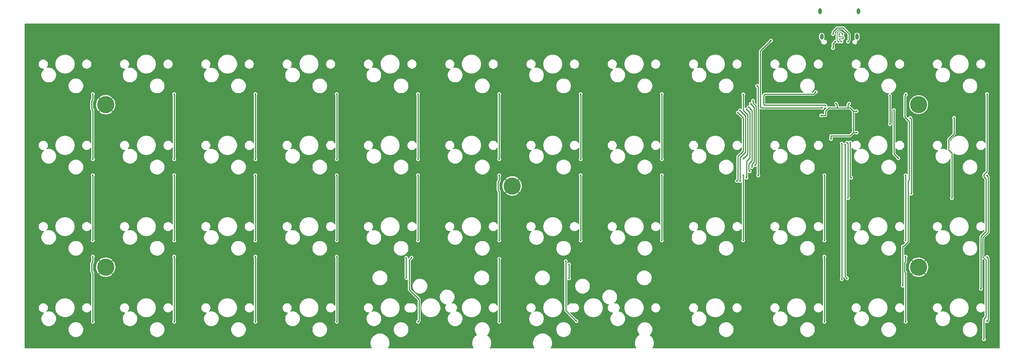
<source format=gbr>
G04 #@! TF.GenerationSoftware,KiCad,Pcbnew,(5.1.4)-1*
G04 #@! TF.CreationDate,2021-07-18T00:57:38-04:00*
G04 #@! TF.ProjectId,ortho-40percent,6f727468-6f2d-4343-9070-657263656e74,rev?*
G04 #@! TF.SameCoordinates,Original*
G04 #@! TF.FileFunction,Copper,L2,Bot*
G04 #@! TF.FilePolarity,Positive*
%FSLAX46Y46*%
G04 Gerber Fmt 4.6, Leading zero omitted, Abs format (unit mm)*
G04 Created by KiCad (PCBNEW (5.1.4)-1) date 2021-07-18 00:57:38*
%MOMM*%
%LPD*%
G04 APERTURE LIST*
%ADD10O,0.800000X1.400000*%
%ADD11C,0.500000*%
%ADD12C,4.000000*%
%ADD13C,0.450000*%
%ADD14C,0.250000*%
%ADD15C,0.200000*%
G04 APERTURE END LIST*
D10*
X226470000Y-160560000D03*
X235450000Y-160560000D03*
X226830000Y-166510000D03*
X235090000Y-166510000D03*
D11*
X58060000Y-183020000D03*
X59460000Y-184020000D03*
X58060000Y-181720000D03*
X60860000Y-181720000D03*
X59460000Y-180820000D03*
X60860000Y-183020000D03*
D12*
X59460000Y-182420000D03*
D11*
X58060000Y-221020000D03*
X59460000Y-222020000D03*
X58060000Y-219720000D03*
X60860000Y-219720000D03*
X59460000Y-218820000D03*
X60860000Y-221020000D03*
D12*
X59460000Y-220420000D03*
D11*
X153060000Y-202020000D03*
X154460000Y-203020000D03*
X153060000Y-200720000D03*
X155860000Y-200720000D03*
X154460000Y-199820000D03*
X155860000Y-202020000D03*
D12*
X154460000Y-201420000D03*
D11*
X248060000Y-183020000D03*
X249460000Y-184020000D03*
X248060000Y-181720000D03*
X250860000Y-181720000D03*
X249460000Y-180820000D03*
X250860000Y-183020000D03*
D12*
X249460000Y-182420000D03*
D11*
X248060000Y-221020000D03*
X249460000Y-222020000D03*
X248060000Y-219720000D03*
X250860000Y-219720000D03*
X249460000Y-218820000D03*
X250860000Y-221020000D03*
D12*
X249460000Y-220420000D03*
D11*
X228960000Y-185420000D03*
X228960000Y-188420000D03*
X228960000Y-186420000D03*
X228960000Y-184420000D03*
X228960000Y-187420000D03*
X229960000Y-187420000D03*
X229960000Y-186420000D03*
X229960000Y-185420000D03*
X229960000Y-184420000D03*
X229960000Y-188420000D03*
X230960000Y-184420000D03*
X230960000Y-188420000D03*
X230960000Y-186420000D03*
X230960000Y-187420000D03*
X230960000Y-185420000D03*
X231960000Y-188420000D03*
X231960000Y-187420000D03*
X231960000Y-186420000D03*
X231960000Y-185420000D03*
X231960000Y-184420000D03*
X232960000Y-188420000D03*
X232960000Y-187420000D03*
X232960000Y-186420000D03*
X232960000Y-185420000D03*
X232960000Y-184420000D03*
D13*
X226710000Y-184920000D03*
X234960000Y-188920000D03*
X230210000Y-182170000D03*
X234960000Y-183920000D03*
X233210000Y-182170000D03*
X228960000Y-190420000D03*
X232460000Y-165920000D03*
X239710000Y-180920000D03*
X239710000Y-181920000D03*
X213960000Y-189420000D03*
X214960000Y-189420000D03*
X220960000Y-185420000D03*
X221960000Y-185420000D03*
X222460000Y-184920000D03*
X216210000Y-181920000D03*
X216960000Y-180670000D03*
X218210000Y-180670000D03*
X239710000Y-183420000D03*
X184960000Y-187420000D03*
X184960000Y-188670000D03*
X239710000Y-187420000D03*
X242210000Y-187420000D03*
X204750000Y-226500000D03*
X206500000Y-226500000D03*
X208250000Y-226500000D03*
X206500000Y-228000000D03*
X208250000Y-228000000D03*
X267500000Y-165000000D03*
X266500000Y-164250000D03*
X236000000Y-168000000D03*
X235250000Y-169000000D03*
X239750000Y-164250000D03*
X241250000Y-164250000D03*
X237500000Y-164250000D03*
X218750000Y-165250000D03*
X220000000Y-165250000D03*
X225250000Y-166500000D03*
X225750000Y-167250000D03*
X222500000Y-181250000D03*
X222000000Y-181750000D03*
X229000000Y-195000000D03*
X267500000Y-178000000D03*
X267500000Y-197000000D03*
X267500000Y-216000000D03*
X267500000Y-235000000D03*
X42250000Y-164250000D03*
X41500000Y-165000000D03*
X42250000Y-238500000D03*
X41500000Y-237750000D03*
X266750000Y-238750000D03*
X267500000Y-238000000D03*
X265250000Y-238750000D03*
X246000000Y-238750000D03*
X227000000Y-238750000D03*
X208000000Y-238750000D03*
X189000000Y-238750000D03*
X170000000Y-238750000D03*
X151000000Y-238750000D03*
X132000000Y-238750000D03*
X113000000Y-238750000D03*
X94000000Y-238750000D03*
X75000000Y-238750000D03*
X56000000Y-238750000D03*
X41500000Y-225000000D03*
X41500000Y-206000000D03*
X41500000Y-187000000D03*
X41500000Y-168000000D03*
X63000000Y-164250000D03*
X46000000Y-164250000D03*
X82000000Y-164250000D03*
X101000000Y-164250000D03*
X120000000Y-164250000D03*
X139000000Y-164250000D03*
X158000000Y-164250000D03*
X177000000Y-164250000D03*
X196000000Y-164250000D03*
X215000000Y-164250000D03*
X224500000Y-164250000D03*
X253000000Y-164250000D03*
X46000000Y-201750000D03*
X63000000Y-201750000D03*
X82000000Y-201750000D03*
X101000000Y-201750000D03*
X120000000Y-201750000D03*
X139000000Y-201750000D03*
X158000000Y-201750000D03*
X177000000Y-201750000D03*
X196000000Y-201750000D03*
X234000000Y-201750000D03*
X253000000Y-201750000D03*
X214250000Y-198250000D03*
X220250000Y-198250000D03*
X212000000Y-202250000D03*
X217500000Y-202250000D03*
X222750000Y-202250000D03*
X207500000Y-186750000D03*
X207500000Y-188000000D03*
X207500000Y-189250000D03*
X213250000Y-191000000D03*
X214250000Y-192000000D03*
X183000000Y-221750000D03*
X183250000Y-222500000D03*
X230960000Y-171420000D03*
X235250000Y-184750000D03*
X242750000Y-187000000D03*
X242750000Y-180250000D03*
X232960000Y-167670000D03*
X229460000Y-165920000D03*
X231460000Y-167670000D03*
X230960000Y-165920000D03*
X231710000Y-165920000D03*
X230723909Y-167683909D03*
X229960000Y-167670000D03*
X229460000Y-169170000D03*
X226960000Y-183170000D03*
X214960000Y-167420000D03*
X247500000Y-185500000D03*
X247750000Y-203250000D03*
X231500000Y-223250000D03*
X231500000Y-191500000D03*
X75460000Y-195170000D03*
X75460000Y-179920000D03*
X75460000Y-214170000D03*
X75460000Y-198920000D03*
X75460000Y-233170000D03*
X75460000Y-217920000D03*
X207750000Y-183750000D03*
X207750000Y-200250006D03*
X129710000Y-222920000D03*
X129710000Y-218170000D03*
X132460000Y-195170000D03*
X132460000Y-179920000D03*
X132460000Y-198920000D03*
X132460000Y-214170000D03*
X210250000Y-182250000D03*
X210500000Y-197000008D03*
X151460000Y-214170000D03*
X151460000Y-198920000D03*
X132460000Y-233170000D03*
X130960000Y-218170000D03*
X151460000Y-195170000D03*
X151460000Y-179920000D03*
X210750000Y-181500000D03*
X211250000Y-196500000D03*
X170460000Y-214170000D03*
X170460000Y-198920000D03*
X170460000Y-195170000D03*
X170460000Y-179920000D03*
X151460000Y-233170000D03*
X151460000Y-218420000D03*
X245750000Y-224750000D03*
X246500000Y-180000000D03*
X189460000Y-195170000D03*
X189460000Y-179920000D03*
X189460000Y-214170000D03*
X189460000Y-198920000D03*
X233500000Y-191250000D03*
X233750000Y-199500000D03*
X264750000Y-237250000D03*
X265500000Y-199000000D03*
X169500000Y-233000000D03*
X167000000Y-219000000D03*
X227710000Y-182670000D03*
X225460000Y-179420000D03*
X227460000Y-214170000D03*
X227460000Y-233170000D03*
X227460000Y-217920000D03*
X227460000Y-198920000D03*
X265500000Y-218000000D03*
X265500000Y-233000000D03*
X212000000Y-199000000D03*
X211750000Y-178000000D03*
X208460000Y-214170000D03*
X208460000Y-198920000D03*
X265460000Y-179920000D03*
X264000000Y-225500000D03*
X208500000Y-195000000D03*
X208500000Y-180000000D03*
X167750000Y-223000000D03*
X167750028Y-219749972D03*
X243710000Y-183670000D03*
X244710000Y-194920000D03*
X246460000Y-233170000D03*
X246460000Y-217920000D03*
X246460000Y-198920000D03*
X246449990Y-214170000D03*
X232750000Y-222999992D03*
X232250000Y-191750000D03*
X257750000Y-185500000D03*
X257250000Y-204250000D03*
X232750000Y-191250000D03*
X233000000Y-204250000D03*
X56460000Y-195170000D03*
X56460000Y-179920000D03*
X56460000Y-198920000D03*
X56460000Y-214170000D03*
X56460000Y-217920000D03*
X56460000Y-233170000D03*
X207250000Y-184250000D03*
X207000000Y-200250000D03*
X94460000Y-179920000D03*
X94460000Y-195170000D03*
X94460000Y-198920000D03*
X94460000Y-214170000D03*
X94460000Y-217920000D03*
X94460000Y-233170000D03*
X209250000Y-199500000D03*
X209250000Y-183500000D03*
X113460000Y-233170000D03*
X113460000Y-217920000D03*
X113460000Y-214170000D03*
X113460000Y-198920000D03*
X113460000Y-195170000D03*
X113460000Y-179920000D03*
X209750000Y-183000000D03*
X210000000Y-198000000D03*
D14*
X230434999Y-182394999D02*
X230210000Y-182170000D01*
X228960000Y-189670000D02*
X228960000Y-190420000D01*
X233460000Y-189670000D02*
X228960000Y-189670000D01*
X234960000Y-188920000D02*
X234210000Y-188920000D01*
X234210000Y-188920000D02*
X233460000Y-189670000D01*
X234210000Y-188870000D02*
X234260000Y-188920000D01*
X234210000Y-183920000D02*
X234210000Y-188870000D01*
X234960000Y-183920000D02*
X234210000Y-183920000D01*
X227710000Y-183920000D02*
X227710000Y-184920000D01*
X227710000Y-184920000D02*
X226710000Y-184920000D01*
X228460000Y-183170000D02*
X227710000Y-183920000D01*
X230434999Y-183144999D02*
X230460000Y-183170000D01*
X230434999Y-182394999D02*
X230434999Y-183144999D01*
X230460000Y-183170000D02*
X228460000Y-183170000D01*
X233460000Y-183170000D02*
X234210000Y-183920000D01*
X233210000Y-182170000D02*
X232960000Y-182420000D01*
X232960000Y-182420000D02*
X232960000Y-183170000D01*
X233460000Y-183170000D02*
X232960000Y-183170000D01*
X232960000Y-183170000D02*
X230460000Y-183170000D01*
X242750000Y-187000000D02*
X242750000Y-180250000D01*
X229460000Y-165420000D02*
X229460000Y-165920000D01*
X230460000Y-164420000D02*
X229460000Y-165420000D01*
X231774002Y-164420000D02*
X230460000Y-164420000D01*
X233184999Y-165830997D02*
X231774002Y-164420000D01*
X232960000Y-167670000D02*
X233184999Y-167445001D01*
X233184999Y-167445001D02*
X233184999Y-165830997D01*
D15*
X230965014Y-167125495D02*
X230960000Y-167170000D01*
X230979806Y-167083223D02*
X230965014Y-167125495D01*
X231115495Y-166975014D02*
X231073223Y-166989806D01*
X231160000Y-166970000D02*
X231115495Y-166975014D01*
X231735183Y-166970000D02*
X231160000Y-166970000D01*
X230870909Y-166188825D02*
X230864952Y-166198305D01*
X230878826Y-166180908D02*
X230870909Y-166188825D01*
X230888306Y-166174951D02*
X230878826Y-166180908D01*
X230921127Y-166168746D02*
X230898874Y-166171253D01*
X231003633Y-167045302D02*
X230979806Y-167083223D01*
X230931695Y-166165048D02*
X230921127Y-166168746D01*
X230960000Y-166120000D02*
X230958747Y-166131126D01*
X230864952Y-166198305D02*
X230861254Y-166208873D01*
X231935183Y-166770000D02*
X231930168Y-166814504D01*
X231073223Y-166989806D02*
X231035302Y-167013633D01*
X230958747Y-166131126D02*
X230955049Y-166141694D01*
X230960000Y-165920000D02*
X230960000Y-166120000D01*
X231930168Y-166725495D02*
X231935183Y-166770000D01*
X231859880Y-166926366D02*
X231821959Y-166950193D01*
X231779687Y-166964985D02*
X231735183Y-166970000D01*
X230955049Y-166141694D02*
X230949092Y-166151174D01*
X230860000Y-166220000D02*
X230860000Y-166520000D01*
X231930168Y-166814504D02*
X231915376Y-166856776D01*
X231035302Y-167013633D02*
X231003633Y-167045302D01*
X230861254Y-166208873D02*
X230860000Y-166220000D01*
X231891549Y-166645302D02*
X231915376Y-166683223D01*
X230949092Y-166151174D02*
X230941175Y-166159091D01*
X230960000Y-167170000D02*
X231460000Y-167670000D01*
X230860000Y-166520000D02*
X230861254Y-166531126D01*
X230898874Y-166171253D02*
X230888306Y-166174951D01*
X231915376Y-166856776D02*
X231891549Y-166894697D01*
X230941175Y-166159091D02*
X230931695Y-166165048D01*
X231821959Y-166950193D02*
X231779687Y-166964985D01*
X230861254Y-166531126D02*
X230864952Y-166541694D01*
X231915376Y-166683223D02*
X231930168Y-166725495D01*
X230864952Y-166541694D02*
X230870909Y-166551174D01*
X230870909Y-166551174D02*
X230878826Y-166559091D01*
X230878826Y-166559091D02*
X230888306Y-166565048D01*
X230888306Y-166565048D02*
X230898874Y-166568746D01*
X230898874Y-166568746D02*
X230910000Y-166570000D01*
X231779687Y-166575014D02*
X231821959Y-166589806D01*
X230910000Y-166570000D02*
X231735183Y-166570000D01*
X231735183Y-166570000D02*
X231779687Y-166575014D01*
X231821959Y-166589806D02*
X231859880Y-166613633D01*
X231859880Y-166613633D02*
X231891549Y-166645302D01*
X231891549Y-166894697D02*
X231859880Y-166926366D01*
X231679969Y-165889969D02*
X231710000Y-165920000D01*
X231184999Y-165394999D02*
X231679969Y-165889969D01*
X230707999Y-165394999D02*
X231184999Y-165394999D01*
X230434999Y-165667999D02*
X230707999Y-165394999D01*
X230723909Y-167683909D02*
X230434999Y-167394999D01*
X230434999Y-167394999D02*
X230434999Y-165667999D01*
D14*
X229460000Y-168170000D02*
X229460000Y-169170000D01*
X229960000Y-167670000D02*
X229460000Y-168170000D01*
X213692822Y-183170000D02*
X226960000Y-183170000D01*
X212670000Y-183170000D02*
X213692822Y-183170000D01*
X212500000Y-183000000D02*
X212670000Y-183170000D01*
X214960000Y-167420000D02*
X212500000Y-169880000D01*
X212500000Y-169880000D02*
X212500000Y-183000000D01*
X247500000Y-185500000D02*
X247750000Y-185750000D01*
X247750000Y-185750000D02*
X247750000Y-202931802D01*
X247750000Y-202931802D02*
X247750000Y-203250000D01*
X231500000Y-223250000D02*
X231500000Y-191500000D01*
X75460000Y-195170000D02*
X75460000Y-179920000D01*
X75460000Y-214170000D02*
X75460000Y-198920000D01*
X75460000Y-233170000D02*
X75460000Y-217920000D01*
X209000000Y-185000000D02*
X209000000Y-193500000D01*
X209000000Y-193500000D02*
X207750000Y-194750000D01*
X207750000Y-194750000D02*
X207750000Y-199931808D01*
X207750000Y-183750000D02*
X209000000Y-185000000D01*
X207750000Y-199931808D02*
X207750000Y-200250006D01*
X129710000Y-222920000D02*
X129710000Y-218170000D01*
X132460000Y-195170000D02*
X132460000Y-179920000D01*
X132460000Y-198920000D02*
X132460000Y-214170000D01*
X211000000Y-183000000D02*
X210250000Y-182250000D01*
X211000000Y-195750000D02*
X211000000Y-183000000D01*
X210500000Y-197000008D02*
X210500000Y-196250000D01*
X210500000Y-196250000D02*
X211000000Y-195750000D01*
X151460000Y-202670000D02*
X151460000Y-214170000D01*
X151210000Y-202420000D02*
X151460000Y-202670000D01*
X151210000Y-200420000D02*
X151210000Y-202420000D01*
X151460000Y-198920000D02*
X151460000Y-200170000D01*
X151460000Y-200170000D02*
X151210000Y-200420000D01*
X130460000Y-218670000D02*
X130960000Y-218170000D01*
X130460000Y-225670000D02*
X130460000Y-218670000D01*
X132710000Y-227920000D02*
X130460000Y-225670000D01*
X132460000Y-233170000D02*
X132710000Y-232920000D01*
X132710000Y-232920000D02*
X132710000Y-227920000D01*
X151460000Y-195170000D02*
X151460000Y-179920000D01*
X211474999Y-196275001D02*
X211250000Y-196500000D01*
X211500000Y-196275001D02*
X211474999Y-196275001D01*
X211500000Y-182750000D02*
X211500000Y-196275001D01*
X210750000Y-181500000D02*
X210750000Y-182000000D01*
X210750000Y-182000000D02*
X211500000Y-182750000D01*
X170460000Y-214170000D02*
X170460000Y-198920000D01*
X170460000Y-195170000D02*
X170460000Y-179920000D01*
X151460000Y-233170000D02*
X151460000Y-218420000D01*
X246250000Y-180250000D02*
X246500000Y-180000000D01*
X246250000Y-185250000D02*
X246250000Y-180250000D01*
X247250000Y-186250000D02*
X246250000Y-185250000D01*
X245750000Y-215500000D02*
X246000000Y-215500000D01*
X245750000Y-224750000D02*
X245750000Y-215500000D01*
X246000000Y-215500000D02*
X247000000Y-214500000D01*
X247000000Y-214500000D02*
X247000000Y-200250000D01*
X247000000Y-200250000D02*
X247250000Y-200000000D01*
X247250000Y-200000000D02*
X247250000Y-186250000D01*
X189460000Y-195170000D02*
X189460000Y-179920000D01*
X189460000Y-214170000D02*
X189460000Y-198920000D01*
X233500000Y-191250000D02*
X233500000Y-199250000D01*
X233500000Y-199250000D02*
X233750000Y-199500000D01*
X265750000Y-199250000D02*
X265500000Y-199000000D01*
X265750000Y-212250000D02*
X265750000Y-199250000D01*
X264750000Y-232500000D02*
X265250000Y-232000000D01*
X264750000Y-237250000D02*
X264750000Y-232500000D01*
X265250000Y-232000000D02*
X265250000Y-218750000D01*
X265250000Y-218750000D02*
X264500000Y-218000000D01*
X264500000Y-218000000D02*
X264500000Y-213500000D01*
X264500000Y-213500000D02*
X265750000Y-212250000D01*
X169500000Y-233000000D02*
X167000000Y-230500000D01*
X167000000Y-219318198D02*
X167000000Y-219000000D01*
X167000000Y-230500000D02*
X167000000Y-219318198D01*
X227460000Y-233170000D02*
X227460000Y-217920000D01*
X227460000Y-198920000D02*
X227460000Y-214170000D01*
X265750000Y-232750000D02*
X265500000Y-233000000D01*
X265500000Y-218000000D02*
X265750000Y-218250000D01*
X265750000Y-218250000D02*
X265750000Y-232750000D01*
X211974999Y-178224999D02*
X211750000Y-178000000D01*
X212000000Y-199000000D02*
X212000000Y-178250000D01*
X212000000Y-178250000D02*
X211974999Y-178224999D01*
X227540000Y-182500000D02*
X227710000Y-182670000D01*
X224960000Y-179920000D02*
X213580000Y-179920000D01*
X225460000Y-179420000D02*
X224960000Y-179920000D01*
X213580000Y-179920000D02*
X213250000Y-180250000D01*
X213250000Y-180250000D02*
X213250000Y-182250000D01*
X213250000Y-182250000D02*
X213500000Y-182500000D01*
X213500000Y-182500000D02*
X227540000Y-182500000D01*
X208460000Y-214170000D02*
X208460000Y-198920000D01*
X265460000Y-179920000D02*
X265460000Y-198040000D01*
X265460000Y-198040000D02*
X264750000Y-198750000D01*
X264750000Y-199250000D02*
X265250000Y-199750000D01*
X264750000Y-198750000D02*
X264750000Y-199250000D01*
X265250000Y-212000000D02*
X264000000Y-213250000D01*
X265250000Y-199750000D02*
X265250000Y-212000000D01*
X264000000Y-213250000D02*
X264000000Y-225181802D01*
X264000000Y-225181802D02*
X264000000Y-225500000D01*
X208500000Y-183750000D02*
X208500000Y-180000000D01*
X209500000Y-184750000D02*
X208500000Y-183750000D01*
X208500000Y-195000000D02*
X209500000Y-194000000D01*
X209500000Y-194000000D02*
X209500000Y-184750000D01*
X167750000Y-223000000D02*
X167750000Y-219750000D01*
X167750000Y-219750000D02*
X167750028Y-219749972D01*
X246460000Y-221670000D02*
X246460000Y-233170000D01*
X246210000Y-221420000D02*
X246460000Y-221670000D01*
X246210000Y-219420000D02*
X246210000Y-221420000D01*
X246460000Y-217920000D02*
X246460000Y-219170000D01*
X246460000Y-219170000D02*
X246210000Y-219420000D01*
X244485001Y-194695001D02*
X244710000Y-194920000D01*
X243710000Y-183670000D02*
X243710000Y-193920000D01*
X243710000Y-193920000D02*
X244485001Y-194695001D01*
X246460000Y-214159990D02*
X246449990Y-214170000D01*
X246460000Y-198920000D02*
X246460000Y-214159990D01*
X232250000Y-222499992D02*
X232250000Y-191750000D01*
X232750000Y-222999992D02*
X232250000Y-222499992D01*
X232974999Y-191474999D02*
X232750000Y-191250000D01*
X233000000Y-204250000D02*
X233000000Y-191500000D01*
X233000000Y-191500000D02*
X232974999Y-191474999D01*
X257250000Y-193750000D02*
X257250000Y-204250000D01*
X256500000Y-193000000D02*
X257250000Y-193750000D01*
X256500000Y-190500000D02*
X256500000Y-193000000D01*
X257750000Y-185500000D02*
X257750000Y-189250000D01*
X257750000Y-189250000D02*
X256500000Y-190500000D01*
X56460000Y-181170000D02*
X56210000Y-181420000D01*
X56460000Y-179920000D02*
X56460000Y-181170000D01*
X56210000Y-181420000D02*
X56210000Y-183420000D01*
X56210000Y-183420000D02*
X56460000Y-183670000D01*
X56460000Y-183670000D02*
X56460000Y-195170000D01*
X56460000Y-198920000D02*
X56460000Y-214170000D01*
X56460000Y-221670000D02*
X56460000Y-233170000D01*
X56210000Y-221420000D02*
X56460000Y-221670000D01*
X56210000Y-219420000D02*
X56210000Y-221420000D01*
X56460000Y-219170000D02*
X56210000Y-219420000D01*
X56460000Y-217920000D02*
X56460000Y-219170000D01*
X207250000Y-200000000D02*
X207000000Y-200250000D01*
X207250000Y-194500000D02*
X207250000Y-200000000D01*
X208500000Y-193250000D02*
X207250000Y-194500000D01*
X207250000Y-184250000D02*
X208500000Y-185500000D01*
X208500000Y-185500000D02*
X208500000Y-193250000D01*
X94460000Y-179920000D02*
X94460000Y-195170000D01*
X94460000Y-198920000D02*
X94460000Y-214170000D01*
X94460000Y-217920000D02*
X94460000Y-233170000D01*
X210000000Y-184250000D02*
X209250000Y-183500000D01*
X210000000Y-194863590D02*
X210000000Y-184250000D01*
X209250000Y-199500000D02*
X209250000Y-195613590D01*
X209250000Y-195613590D02*
X210000000Y-194863590D01*
X113460000Y-233170000D02*
X113460000Y-217920000D01*
X113460000Y-214170000D02*
X113460000Y-198920000D01*
X113460000Y-195170000D02*
X113460000Y-179920000D01*
X209750000Y-197750000D02*
X210000000Y-198000000D01*
X209750000Y-196250000D02*
X209750000Y-197750000D01*
X210500000Y-195500000D02*
X209750000Y-196250000D01*
X209750000Y-183000000D02*
X210500000Y-183750000D01*
X210500000Y-183750000D02*
X210500000Y-195500000D01*
D15*
G36*
X268360000Y-239320000D02*
G01*
X187351100Y-239320000D01*
X187398234Y-239249459D01*
X187571613Y-238830885D01*
X187660000Y-238386530D01*
X187660000Y-237933470D01*
X187571613Y-237489115D01*
X187398234Y-237070541D01*
X187146527Y-236693835D01*
X186826165Y-236373473D01*
X186733816Y-236311768D01*
X186898151Y-236147433D01*
X187095139Y-235852620D01*
X187230827Y-235525041D01*
X187300000Y-235177284D01*
X187300000Y-234822716D01*
X202700000Y-234822716D01*
X202700000Y-235177284D01*
X202769173Y-235525041D01*
X202904861Y-235852620D01*
X203101849Y-236147433D01*
X203352567Y-236398151D01*
X203647380Y-236595139D01*
X203974959Y-236730827D01*
X204322716Y-236800000D01*
X204677284Y-236800000D01*
X205025041Y-236730827D01*
X205352620Y-236595139D01*
X205647433Y-236398151D01*
X205898151Y-236147433D01*
X206095139Y-235852620D01*
X206230827Y-235525041D01*
X206300000Y-235177284D01*
X206300000Y-234822716D01*
X221700000Y-234822716D01*
X221700000Y-235177284D01*
X221769173Y-235525041D01*
X221904861Y-235852620D01*
X222101849Y-236147433D01*
X222352567Y-236398151D01*
X222647380Y-236595139D01*
X222974959Y-236730827D01*
X223322716Y-236800000D01*
X223677284Y-236800000D01*
X224025041Y-236730827D01*
X224352620Y-236595139D01*
X224647433Y-236398151D01*
X224898151Y-236147433D01*
X225095139Y-235852620D01*
X225230827Y-235525041D01*
X225300000Y-235177284D01*
X225300000Y-234822716D01*
X240700000Y-234822716D01*
X240700000Y-235177284D01*
X240769173Y-235525041D01*
X240904861Y-235852620D01*
X241101849Y-236147433D01*
X241352567Y-236398151D01*
X241647380Y-236595139D01*
X241974959Y-236730827D01*
X242322716Y-236800000D01*
X242677284Y-236800000D01*
X243025041Y-236730827D01*
X243352620Y-236595139D01*
X243647433Y-236398151D01*
X243898151Y-236147433D01*
X244095139Y-235852620D01*
X244230827Y-235525041D01*
X244300000Y-235177284D01*
X244300000Y-234822716D01*
X259700000Y-234822716D01*
X259700000Y-235177284D01*
X259769173Y-235525041D01*
X259904861Y-235852620D01*
X260101849Y-236147433D01*
X260352567Y-236398151D01*
X260647380Y-236595139D01*
X260974959Y-236730827D01*
X261322716Y-236800000D01*
X261677284Y-236800000D01*
X262025041Y-236730827D01*
X262352620Y-236595139D01*
X262647433Y-236398151D01*
X262898151Y-236147433D01*
X263095139Y-235852620D01*
X263230827Y-235525041D01*
X263300000Y-235177284D01*
X263300000Y-234822716D01*
X263230827Y-234474959D01*
X263095139Y-234147380D01*
X262898151Y-233852567D01*
X262647433Y-233601849D01*
X262352620Y-233404861D01*
X262025041Y-233269173D01*
X261677284Y-233200000D01*
X261322716Y-233200000D01*
X260974959Y-233269173D01*
X260647380Y-233404861D01*
X260352567Y-233601849D01*
X260101849Y-233852567D01*
X259904861Y-234147380D01*
X259769173Y-234474959D01*
X259700000Y-234822716D01*
X244300000Y-234822716D01*
X244230827Y-234474959D01*
X244095139Y-234147380D01*
X243898151Y-233852567D01*
X243647433Y-233601849D01*
X243352620Y-233404861D01*
X243025041Y-233269173D01*
X242677284Y-233200000D01*
X242322716Y-233200000D01*
X241974959Y-233269173D01*
X241647380Y-233404861D01*
X241352567Y-233601849D01*
X241101849Y-233852567D01*
X240904861Y-234147380D01*
X240769173Y-234474959D01*
X240700000Y-234822716D01*
X225300000Y-234822716D01*
X225230827Y-234474959D01*
X225095139Y-234147380D01*
X224898151Y-233852567D01*
X224647433Y-233601849D01*
X224352620Y-233404861D01*
X224025041Y-233269173D01*
X223677284Y-233200000D01*
X223322716Y-233200000D01*
X222974959Y-233269173D01*
X222647380Y-233404861D01*
X222352567Y-233601849D01*
X222101849Y-233852567D01*
X221904861Y-234147380D01*
X221769173Y-234474959D01*
X221700000Y-234822716D01*
X206300000Y-234822716D01*
X206230827Y-234474959D01*
X206095139Y-234147380D01*
X205898151Y-233852567D01*
X205647433Y-233601849D01*
X205352620Y-233404861D01*
X205025041Y-233269173D01*
X204677284Y-233200000D01*
X204322716Y-233200000D01*
X203974959Y-233269173D01*
X203647380Y-233404861D01*
X203352567Y-233601849D01*
X203101849Y-233852567D01*
X202904861Y-234147380D01*
X202769173Y-234474959D01*
X202700000Y-234822716D01*
X187300000Y-234822716D01*
X187230827Y-234474959D01*
X187095139Y-234147380D01*
X186898151Y-233852567D01*
X186647433Y-233601849D01*
X186352620Y-233404861D01*
X186025041Y-233269173D01*
X185677284Y-233200000D01*
X185322716Y-233200000D01*
X184974959Y-233269173D01*
X184647380Y-233404861D01*
X184352567Y-233601849D01*
X184101849Y-233852567D01*
X183904861Y-234147380D01*
X183769173Y-234474959D01*
X183700000Y-234822716D01*
X183700000Y-235177284D01*
X183769173Y-235525041D01*
X183904861Y-235852620D01*
X184101849Y-236147433D01*
X184154031Y-236199615D01*
X183893835Y-236373473D01*
X183573473Y-236693835D01*
X183321766Y-237070541D01*
X183148387Y-237489115D01*
X183060000Y-237933470D01*
X183060000Y-238386530D01*
X183148387Y-238830885D01*
X183321766Y-239249459D01*
X183368900Y-239320000D01*
X163551100Y-239320000D01*
X163598234Y-239249459D01*
X163771613Y-238830885D01*
X163860000Y-238386530D01*
X163860000Y-237933470D01*
X163771613Y-237489115D01*
X163598234Y-237070541D01*
X163346527Y-236693835D01*
X163026165Y-236373473D01*
X162649459Y-236121766D01*
X162230885Y-235948387D01*
X161786530Y-235860000D01*
X161333470Y-235860000D01*
X160889115Y-235948387D01*
X160470541Y-236121766D01*
X160093835Y-236373473D01*
X159773473Y-236693835D01*
X159521766Y-237070541D01*
X159348387Y-237489115D01*
X159260000Y-237933470D01*
X159260000Y-238386530D01*
X159348387Y-238830885D01*
X159521766Y-239249459D01*
X159568900Y-239320000D01*
X149351100Y-239320000D01*
X149398234Y-239249459D01*
X149571613Y-238830885D01*
X149660000Y-238386530D01*
X149660000Y-237933470D01*
X149571613Y-237489115D01*
X149398234Y-237070541D01*
X149146527Y-236693835D01*
X148826165Y-236373473D01*
X148733816Y-236311768D01*
X148898151Y-236147433D01*
X149095139Y-235852620D01*
X149230827Y-235525041D01*
X149300000Y-235177284D01*
X149300000Y-234822716D01*
X164700000Y-234822716D01*
X164700000Y-235177284D01*
X164769173Y-235525041D01*
X164904861Y-235852620D01*
X165101849Y-236147433D01*
X165352567Y-236398151D01*
X165647380Y-236595139D01*
X165974959Y-236730827D01*
X166322716Y-236800000D01*
X166677284Y-236800000D01*
X167025041Y-236730827D01*
X167352620Y-236595139D01*
X167647433Y-236398151D01*
X167898151Y-236147433D01*
X168095139Y-235852620D01*
X168230827Y-235525041D01*
X168300000Y-235177284D01*
X168300000Y-234822716D01*
X168230827Y-234474959D01*
X168095139Y-234147380D01*
X167898151Y-233852567D01*
X167647433Y-233601849D01*
X167352620Y-233404861D01*
X167025041Y-233269173D01*
X166677284Y-233200000D01*
X166322716Y-233200000D01*
X165974959Y-233269173D01*
X165647380Y-233404861D01*
X165352567Y-233601849D01*
X165101849Y-233852567D01*
X164904861Y-234147380D01*
X164769173Y-234474959D01*
X164700000Y-234822716D01*
X149300000Y-234822716D01*
X149230827Y-234474959D01*
X149095139Y-234147380D01*
X148898151Y-233852567D01*
X148647433Y-233601849D01*
X148352620Y-233404861D01*
X148025041Y-233269173D01*
X147677284Y-233200000D01*
X147322716Y-233200000D01*
X146974959Y-233269173D01*
X146647380Y-233404861D01*
X146352567Y-233601849D01*
X146101849Y-233852567D01*
X145904861Y-234147380D01*
X145769173Y-234474959D01*
X145700000Y-234822716D01*
X145700000Y-235177284D01*
X145769173Y-235525041D01*
X145904861Y-235852620D01*
X146101849Y-236147433D01*
X146154031Y-236199615D01*
X145893835Y-236373473D01*
X145573473Y-236693835D01*
X145321766Y-237070541D01*
X145148387Y-237489115D01*
X145060000Y-237933470D01*
X145060000Y-238386530D01*
X145148387Y-238830885D01*
X145321766Y-239249459D01*
X145368900Y-239320000D01*
X125551100Y-239320000D01*
X125598234Y-239249459D01*
X125771613Y-238830885D01*
X125860000Y-238386530D01*
X125860000Y-237933470D01*
X125771613Y-237489115D01*
X125598234Y-237070541D01*
X125346527Y-236693835D01*
X125026165Y-236373473D01*
X124649459Y-236121766D01*
X124230885Y-235948387D01*
X123786530Y-235860000D01*
X123333470Y-235860000D01*
X122889115Y-235948387D01*
X122470541Y-236121766D01*
X122093835Y-236373473D01*
X121773473Y-236693835D01*
X121521766Y-237070541D01*
X121348387Y-237489115D01*
X121260000Y-237933470D01*
X121260000Y-238386530D01*
X121348387Y-238830885D01*
X121521766Y-239249459D01*
X121568900Y-239320000D01*
X40560000Y-239320000D01*
X40560000Y-234822716D01*
X50700000Y-234822716D01*
X50700000Y-235177284D01*
X50769173Y-235525041D01*
X50904861Y-235852620D01*
X51101849Y-236147433D01*
X51352567Y-236398151D01*
X51647380Y-236595139D01*
X51974959Y-236730827D01*
X52322716Y-236800000D01*
X52677284Y-236800000D01*
X53025041Y-236730827D01*
X53352620Y-236595139D01*
X53647433Y-236398151D01*
X53898151Y-236147433D01*
X54095139Y-235852620D01*
X54230827Y-235525041D01*
X54300000Y-235177284D01*
X54300000Y-234822716D01*
X69700000Y-234822716D01*
X69700000Y-235177284D01*
X69769173Y-235525041D01*
X69904861Y-235852620D01*
X70101849Y-236147433D01*
X70352567Y-236398151D01*
X70647380Y-236595139D01*
X70974959Y-236730827D01*
X71322716Y-236800000D01*
X71677284Y-236800000D01*
X72025041Y-236730827D01*
X72352620Y-236595139D01*
X72647433Y-236398151D01*
X72898151Y-236147433D01*
X73095139Y-235852620D01*
X73230827Y-235525041D01*
X73300000Y-235177284D01*
X73300000Y-234822716D01*
X88700000Y-234822716D01*
X88700000Y-235177284D01*
X88769173Y-235525041D01*
X88904861Y-235852620D01*
X89101849Y-236147433D01*
X89352567Y-236398151D01*
X89647380Y-236595139D01*
X89974959Y-236730827D01*
X90322716Y-236800000D01*
X90677284Y-236800000D01*
X91025041Y-236730827D01*
X91352620Y-236595139D01*
X91647433Y-236398151D01*
X91898151Y-236147433D01*
X92095139Y-235852620D01*
X92230827Y-235525041D01*
X92300000Y-235177284D01*
X92300000Y-234822716D01*
X107700000Y-234822716D01*
X107700000Y-235177284D01*
X107769173Y-235525041D01*
X107904861Y-235852620D01*
X108101849Y-236147433D01*
X108352567Y-236398151D01*
X108647380Y-236595139D01*
X108974959Y-236730827D01*
X109322716Y-236800000D01*
X109677284Y-236800000D01*
X110025041Y-236730827D01*
X110352620Y-236595139D01*
X110647433Y-236398151D01*
X110898151Y-236147433D01*
X111095139Y-235852620D01*
X111230827Y-235525041D01*
X111300000Y-235177284D01*
X111300000Y-234822716D01*
X126700000Y-234822716D01*
X126700000Y-235177284D01*
X126769173Y-235525041D01*
X126904861Y-235852620D01*
X127101849Y-236147433D01*
X127352567Y-236398151D01*
X127647380Y-236595139D01*
X127974959Y-236730827D01*
X128322716Y-236800000D01*
X128677284Y-236800000D01*
X129025041Y-236730827D01*
X129352620Y-236595139D01*
X129647433Y-236398151D01*
X129898151Y-236147433D01*
X130095139Y-235852620D01*
X130230827Y-235525041D01*
X130300000Y-235177284D01*
X130300000Y-234822716D01*
X130230827Y-234474959D01*
X130095139Y-234147380D01*
X129898151Y-233852567D01*
X129647433Y-233601849D01*
X129352620Y-233404861D01*
X129025041Y-233269173D01*
X128677284Y-233200000D01*
X128322716Y-233200000D01*
X127974959Y-233269173D01*
X127647380Y-233404861D01*
X127352567Y-233601849D01*
X127101849Y-233852567D01*
X126904861Y-234147380D01*
X126769173Y-234474959D01*
X126700000Y-234822716D01*
X111300000Y-234822716D01*
X111230827Y-234474959D01*
X111095139Y-234147380D01*
X110898151Y-233852567D01*
X110647433Y-233601849D01*
X110352620Y-233404861D01*
X110025041Y-233269173D01*
X109677284Y-233200000D01*
X109322716Y-233200000D01*
X108974959Y-233269173D01*
X108647380Y-233404861D01*
X108352567Y-233601849D01*
X108101849Y-233852567D01*
X107904861Y-234147380D01*
X107769173Y-234474959D01*
X107700000Y-234822716D01*
X92300000Y-234822716D01*
X92230827Y-234474959D01*
X92095139Y-234147380D01*
X91898151Y-233852567D01*
X91647433Y-233601849D01*
X91352620Y-233404861D01*
X91025041Y-233269173D01*
X90677284Y-233200000D01*
X90322716Y-233200000D01*
X89974959Y-233269173D01*
X89647380Y-233404861D01*
X89352567Y-233601849D01*
X89101849Y-233852567D01*
X88904861Y-234147380D01*
X88769173Y-234474959D01*
X88700000Y-234822716D01*
X73300000Y-234822716D01*
X73230827Y-234474959D01*
X73095139Y-234147380D01*
X72898151Y-233852567D01*
X72647433Y-233601849D01*
X72352620Y-233404861D01*
X72025041Y-233269173D01*
X71677284Y-233200000D01*
X71322716Y-233200000D01*
X70974959Y-233269173D01*
X70647380Y-233404861D01*
X70352567Y-233601849D01*
X70101849Y-233852567D01*
X69904861Y-234147380D01*
X69769173Y-234474959D01*
X69700000Y-234822716D01*
X54300000Y-234822716D01*
X54230827Y-234474959D01*
X54095139Y-234147380D01*
X53898151Y-233852567D01*
X53647433Y-233601849D01*
X53352620Y-233404861D01*
X53025041Y-233269173D01*
X52677284Y-233200000D01*
X52322716Y-233200000D01*
X51974959Y-233269173D01*
X51647380Y-233404861D01*
X51352567Y-233601849D01*
X51101849Y-233852567D01*
X50904861Y-234147380D01*
X50769173Y-234474959D01*
X50700000Y-234822716D01*
X40560000Y-234822716D01*
X40560000Y-229806735D01*
X43730000Y-229806735D01*
X43730000Y-230033265D01*
X43774194Y-230255443D01*
X43860884Y-230464729D01*
X43986737Y-230653082D01*
X44146918Y-230813263D01*
X44335271Y-230939116D01*
X44544557Y-231025806D01*
X44766735Y-231070000D01*
X44993265Y-231070000D01*
X44994702Y-231069714D01*
X44751849Y-231312567D01*
X44554861Y-231607380D01*
X44419173Y-231934959D01*
X44350000Y-232282716D01*
X44350000Y-232637284D01*
X44419173Y-232985041D01*
X44554861Y-233312620D01*
X44751849Y-233607433D01*
X45002567Y-233858151D01*
X45297380Y-234055139D01*
X45624959Y-234190827D01*
X45972716Y-234260000D01*
X46327284Y-234260000D01*
X46675041Y-234190827D01*
X47002620Y-234055139D01*
X47297433Y-233858151D01*
X47548151Y-233607433D01*
X47745139Y-233312620D01*
X47880827Y-232985041D01*
X47950000Y-232637284D01*
X47950000Y-232282716D01*
X47880827Y-231934959D01*
X47745139Y-231607380D01*
X47548151Y-231312567D01*
X47297433Y-231061849D01*
X47002620Y-230864861D01*
X46675041Y-230729173D01*
X46327284Y-230660000D01*
X45972716Y-230660000D01*
X45715103Y-230711242D01*
X45773263Y-230653082D01*
X45899116Y-230464729D01*
X45985806Y-230255443D01*
X46030000Y-230033265D01*
X46030000Y-229806735D01*
X46007471Y-229693470D01*
X47660000Y-229693470D01*
X47660000Y-230146530D01*
X47748387Y-230590885D01*
X47921766Y-231009459D01*
X48173473Y-231386165D01*
X48493835Y-231706527D01*
X48870541Y-231958234D01*
X49289115Y-232131613D01*
X49733470Y-232220000D01*
X50186530Y-232220000D01*
X50630885Y-232131613D01*
X51049459Y-231958234D01*
X51426165Y-231706527D01*
X51746527Y-231386165D01*
X51998234Y-231009459D01*
X52171613Y-230590885D01*
X52260000Y-230146530D01*
X52260000Y-229806735D01*
X53890000Y-229806735D01*
X53890000Y-230033265D01*
X53934194Y-230255443D01*
X54020884Y-230464729D01*
X54146737Y-230653082D01*
X54306918Y-230813263D01*
X54495271Y-230939116D01*
X54704557Y-231025806D01*
X54926735Y-231070000D01*
X55153265Y-231070000D01*
X55375443Y-231025806D01*
X55584729Y-230939116D01*
X55773082Y-230813263D01*
X55933263Y-230653082D01*
X56035001Y-230500820D01*
X56035001Y-232861081D01*
X55994751Y-232921319D01*
X55955176Y-233016863D01*
X55935000Y-233118292D01*
X55935000Y-233221708D01*
X55955176Y-233323137D01*
X55994751Y-233418681D01*
X56052206Y-233504668D01*
X56125332Y-233577794D01*
X56211319Y-233635249D01*
X56306863Y-233674824D01*
X56408292Y-233695000D01*
X56511708Y-233695000D01*
X56613137Y-233674824D01*
X56708681Y-233635249D01*
X56794668Y-233577794D01*
X56867794Y-233504668D01*
X56925249Y-233418681D01*
X56964824Y-233323137D01*
X56985000Y-233221708D01*
X56985000Y-233118292D01*
X56964824Y-233016863D01*
X56925249Y-232921319D01*
X56885000Y-232861082D01*
X56885000Y-229806735D01*
X62730000Y-229806735D01*
X62730000Y-230033265D01*
X62774194Y-230255443D01*
X62860884Y-230464729D01*
X62986737Y-230653082D01*
X63146918Y-230813263D01*
X63335271Y-230939116D01*
X63544557Y-231025806D01*
X63766735Y-231070000D01*
X63993265Y-231070000D01*
X63994702Y-231069714D01*
X63751849Y-231312567D01*
X63554861Y-231607380D01*
X63419173Y-231934959D01*
X63350000Y-232282716D01*
X63350000Y-232637284D01*
X63419173Y-232985041D01*
X63554861Y-233312620D01*
X63751849Y-233607433D01*
X64002567Y-233858151D01*
X64297380Y-234055139D01*
X64624959Y-234190827D01*
X64972716Y-234260000D01*
X65327284Y-234260000D01*
X65675041Y-234190827D01*
X66002620Y-234055139D01*
X66297433Y-233858151D01*
X66548151Y-233607433D01*
X66745139Y-233312620D01*
X66880827Y-232985041D01*
X66950000Y-232637284D01*
X66950000Y-232282716D01*
X66880827Y-231934959D01*
X66745139Y-231607380D01*
X66548151Y-231312567D01*
X66297433Y-231061849D01*
X66002620Y-230864861D01*
X65675041Y-230729173D01*
X65327284Y-230660000D01*
X64972716Y-230660000D01*
X64715103Y-230711242D01*
X64773263Y-230653082D01*
X64899116Y-230464729D01*
X64985806Y-230255443D01*
X65030000Y-230033265D01*
X65030000Y-229806735D01*
X65007471Y-229693470D01*
X66660000Y-229693470D01*
X66660000Y-230146530D01*
X66748387Y-230590885D01*
X66921766Y-231009459D01*
X67173473Y-231386165D01*
X67493835Y-231706527D01*
X67870541Y-231958234D01*
X68289115Y-232131613D01*
X68733470Y-232220000D01*
X69186530Y-232220000D01*
X69630885Y-232131613D01*
X70049459Y-231958234D01*
X70426165Y-231706527D01*
X70746527Y-231386165D01*
X70998234Y-231009459D01*
X71171613Y-230590885D01*
X71260000Y-230146530D01*
X71260000Y-229806735D01*
X72890000Y-229806735D01*
X72890000Y-230033265D01*
X72934194Y-230255443D01*
X73020884Y-230464729D01*
X73146737Y-230653082D01*
X73306918Y-230813263D01*
X73495271Y-230939116D01*
X73704557Y-231025806D01*
X73926735Y-231070000D01*
X74153265Y-231070000D01*
X74375443Y-231025806D01*
X74584729Y-230939116D01*
X74773082Y-230813263D01*
X74933263Y-230653082D01*
X75035000Y-230500821D01*
X75035000Y-232861082D01*
X74994751Y-232921319D01*
X74955176Y-233016863D01*
X74935000Y-233118292D01*
X74935000Y-233221708D01*
X74955176Y-233323137D01*
X74994751Y-233418681D01*
X75052206Y-233504668D01*
X75125332Y-233577794D01*
X75211319Y-233635249D01*
X75306863Y-233674824D01*
X75408292Y-233695000D01*
X75511708Y-233695000D01*
X75613137Y-233674824D01*
X75708681Y-233635249D01*
X75794668Y-233577794D01*
X75867794Y-233504668D01*
X75925249Y-233418681D01*
X75964824Y-233323137D01*
X75985000Y-233221708D01*
X75985000Y-233118292D01*
X75964824Y-233016863D01*
X75925249Y-232921319D01*
X75885000Y-232861082D01*
X75885000Y-229806735D01*
X81730000Y-229806735D01*
X81730000Y-230033265D01*
X81774194Y-230255443D01*
X81860884Y-230464729D01*
X81986737Y-230653082D01*
X82146918Y-230813263D01*
X82335271Y-230939116D01*
X82544557Y-231025806D01*
X82766735Y-231070000D01*
X82993265Y-231070000D01*
X82994702Y-231069714D01*
X82751849Y-231312567D01*
X82554861Y-231607380D01*
X82419173Y-231934959D01*
X82350000Y-232282716D01*
X82350000Y-232637284D01*
X82419173Y-232985041D01*
X82554861Y-233312620D01*
X82751849Y-233607433D01*
X83002567Y-233858151D01*
X83297380Y-234055139D01*
X83624959Y-234190827D01*
X83972716Y-234260000D01*
X84327284Y-234260000D01*
X84675041Y-234190827D01*
X85002620Y-234055139D01*
X85297433Y-233858151D01*
X85548151Y-233607433D01*
X85745139Y-233312620D01*
X85880827Y-232985041D01*
X85950000Y-232637284D01*
X85950000Y-232282716D01*
X85880827Y-231934959D01*
X85745139Y-231607380D01*
X85548151Y-231312567D01*
X85297433Y-231061849D01*
X85002620Y-230864861D01*
X84675041Y-230729173D01*
X84327284Y-230660000D01*
X83972716Y-230660000D01*
X83715103Y-230711242D01*
X83773263Y-230653082D01*
X83899116Y-230464729D01*
X83985806Y-230255443D01*
X84030000Y-230033265D01*
X84030000Y-229806735D01*
X84007471Y-229693470D01*
X85660000Y-229693470D01*
X85660000Y-230146530D01*
X85748387Y-230590885D01*
X85921766Y-231009459D01*
X86173473Y-231386165D01*
X86493835Y-231706527D01*
X86870541Y-231958234D01*
X87289115Y-232131613D01*
X87733470Y-232220000D01*
X88186530Y-232220000D01*
X88630885Y-232131613D01*
X89049459Y-231958234D01*
X89426165Y-231706527D01*
X89746527Y-231386165D01*
X89998234Y-231009459D01*
X90171613Y-230590885D01*
X90260000Y-230146530D01*
X90260000Y-229806735D01*
X91890000Y-229806735D01*
X91890000Y-230033265D01*
X91934194Y-230255443D01*
X92020884Y-230464729D01*
X92146737Y-230653082D01*
X92306918Y-230813263D01*
X92495271Y-230939116D01*
X92704557Y-231025806D01*
X92926735Y-231070000D01*
X93153265Y-231070000D01*
X93375443Y-231025806D01*
X93584729Y-230939116D01*
X93773082Y-230813263D01*
X93933263Y-230653082D01*
X94035001Y-230500820D01*
X94035001Y-232861081D01*
X93994751Y-232921319D01*
X93955176Y-233016863D01*
X93935000Y-233118292D01*
X93935000Y-233221708D01*
X93955176Y-233323137D01*
X93994751Y-233418681D01*
X94052206Y-233504668D01*
X94125332Y-233577794D01*
X94211319Y-233635249D01*
X94306863Y-233674824D01*
X94408292Y-233695000D01*
X94511708Y-233695000D01*
X94613137Y-233674824D01*
X94708681Y-233635249D01*
X94794668Y-233577794D01*
X94867794Y-233504668D01*
X94925249Y-233418681D01*
X94964824Y-233323137D01*
X94985000Y-233221708D01*
X94985000Y-233118292D01*
X94964824Y-233016863D01*
X94925249Y-232921319D01*
X94885000Y-232861082D01*
X94885000Y-229806735D01*
X100730000Y-229806735D01*
X100730000Y-230033265D01*
X100774194Y-230255443D01*
X100860884Y-230464729D01*
X100986737Y-230653082D01*
X101146918Y-230813263D01*
X101335271Y-230939116D01*
X101544557Y-231025806D01*
X101766735Y-231070000D01*
X101993265Y-231070000D01*
X101994702Y-231069714D01*
X101751849Y-231312567D01*
X101554861Y-231607380D01*
X101419173Y-231934959D01*
X101350000Y-232282716D01*
X101350000Y-232637284D01*
X101419173Y-232985041D01*
X101554861Y-233312620D01*
X101751849Y-233607433D01*
X102002567Y-233858151D01*
X102297380Y-234055139D01*
X102624959Y-234190827D01*
X102972716Y-234260000D01*
X103327284Y-234260000D01*
X103675041Y-234190827D01*
X104002620Y-234055139D01*
X104297433Y-233858151D01*
X104548151Y-233607433D01*
X104745139Y-233312620D01*
X104880827Y-232985041D01*
X104950000Y-232637284D01*
X104950000Y-232282716D01*
X104880827Y-231934959D01*
X104745139Y-231607380D01*
X104548151Y-231312567D01*
X104297433Y-231061849D01*
X104002620Y-230864861D01*
X103675041Y-230729173D01*
X103327284Y-230660000D01*
X102972716Y-230660000D01*
X102715103Y-230711242D01*
X102773263Y-230653082D01*
X102899116Y-230464729D01*
X102985806Y-230255443D01*
X103030000Y-230033265D01*
X103030000Y-229806735D01*
X103007471Y-229693470D01*
X104660000Y-229693470D01*
X104660000Y-230146530D01*
X104748387Y-230590885D01*
X104921766Y-231009459D01*
X105173473Y-231386165D01*
X105493835Y-231706527D01*
X105870541Y-231958234D01*
X106289115Y-232131613D01*
X106733470Y-232220000D01*
X107186530Y-232220000D01*
X107630885Y-232131613D01*
X108049459Y-231958234D01*
X108426165Y-231706527D01*
X108746527Y-231386165D01*
X108998234Y-231009459D01*
X109171613Y-230590885D01*
X109260000Y-230146530D01*
X109260000Y-229806735D01*
X110890000Y-229806735D01*
X110890000Y-230033265D01*
X110934194Y-230255443D01*
X111020884Y-230464729D01*
X111146737Y-230653082D01*
X111306918Y-230813263D01*
X111495271Y-230939116D01*
X111704557Y-231025806D01*
X111926735Y-231070000D01*
X112153265Y-231070000D01*
X112375443Y-231025806D01*
X112584729Y-230939116D01*
X112773082Y-230813263D01*
X112933263Y-230653082D01*
X113035000Y-230500821D01*
X113035000Y-232861082D01*
X112994751Y-232921319D01*
X112955176Y-233016863D01*
X112935000Y-233118292D01*
X112935000Y-233221708D01*
X112955176Y-233323137D01*
X112994751Y-233418681D01*
X113052206Y-233504668D01*
X113125332Y-233577794D01*
X113211319Y-233635249D01*
X113306863Y-233674824D01*
X113408292Y-233695000D01*
X113511708Y-233695000D01*
X113613137Y-233674824D01*
X113708681Y-233635249D01*
X113794668Y-233577794D01*
X113867794Y-233504668D01*
X113925249Y-233418681D01*
X113964824Y-233323137D01*
X113985000Y-233221708D01*
X113985000Y-233118292D01*
X113964824Y-233016863D01*
X113925249Y-232921319D01*
X113885000Y-232861082D01*
X113885000Y-229806735D01*
X119730000Y-229806735D01*
X119730000Y-230033265D01*
X119774194Y-230255443D01*
X119860884Y-230464729D01*
X119986737Y-230653082D01*
X120146918Y-230813263D01*
X120335271Y-230939116D01*
X120544557Y-231025806D01*
X120766735Y-231070000D01*
X120993265Y-231070000D01*
X120994702Y-231069714D01*
X120751849Y-231312567D01*
X120554861Y-231607380D01*
X120419173Y-231934959D01*
X120350000Y-232282716D01*
X120350000Y-232637284D01*
X120419173Y-232985041D01*
X120554861Y-233312620D01*
X120751849Y-233607433D01*
X121002567Y-233858151D01*
X121297380Y-234055139D01*
X121624959Y-234190827D01*
X121972716Y-234260000D01*
X122327284Y-234260000D01*
X122675041Y-234190827D01*
X123002620Y-234055139D01*
X123297433Y-233858151D01*
X123548151Y-233607433D01*
X123745139Y-233312620D01*
X123880827Y-232985041D01*
X123950000Y-232637284D01*
X123950000Y-232282716D01*
X123880827Y-231934959D01*
X123745139Y-231607380D01*
X123548151Y-231312567D01*
X123297433Y-231061849D01*
X123002620Y-230864861D01*
X122675041Y-230729173D01*
X122327284Y-230660000D01*
X121972716Y-230660000D01*
X121715103Y-230711242D01*
X121773263Y-230653082D01*
X121899116Y-230464729D01*
X121985806Y-230255443D01*
X122030000Y-230033265D01*
X122030000Y-229806735D01*
X122007471Y-229693470D01*
X123660000Y-229693470D01*
X123660000Y-230146530D01*
X123748387Y-230590885D01*
X123921766Y-231009459D01*
X124173473Y-231386165D01*
X124493835Y-231706527D01*
X124870541Y-231958234D01*
X125289115Y-232131613D01*
X125733470Y-232220000D01*
X126186530Y-232220000D01*
X126630885Y-232131613D01*
X127049459Y-231958234D01*
X127426165Y-231706527D01*
X127746527Y-231386165D01*
X127998234Y-231009459D01*
X128171613Y-230590885D01*
X128260000Y-230146530D01*
X128260000Y-229806735D01*
X129230000Y-229806735D01*
X129230000Y-230033265D01*
X129274194Y-230255443D01*
X129360884Y-230464729D01*
X129486737Y-230653082D01*
X129646918Y-230813263D01*
X129835271Y-230939116D01*
X130044557Y-231025806D01*
X130266735Y-231070000D01*
X130493265Y-231070000D01*
X130710000Y-231026889D01*
X130926735Y-231070000D01*
X131153265Y-231070000D01*
X131375443Y-231025806D01*
X131584729Y-230939116D01*
X131773082Y-230813263D01*
X131933263Y-230653082D01*
X132059116Y-230464729D01*
X132145806Y-230255443D01*
X132190000Y-230033265D01*
X132190000Y-229806735D01*
X132145806Y-229584557D01*
X132059116Y-229375271D01*
X131933263Y-229186918D01*
X131773082Y-229026737D01*
X131584729Y-228900884D01*
X131375443Y-228814194D01*
X131153265Y-228770000D01*
X130926735Y-228770000D01*
X130710000Y-228813111D01*
X130493265Y-228770000D01*
X130266735Y-228770000D01*
X130044557Y-228814194D01*
X129835271Y-228900884D01*
X129646918Y-229026737D01*
X129486737Y-229186918D01*
X129360884Y-229375271D01*
X129274194Y-229584557D01*
X129230000Y-229806735D01*
X128260000Y-229806735D01*
X128260000Y-229693470D01*
X128171613Y-229249115D01*
X127998234Y-228830541D01*
X127746527Y-228453835D01*
X127426165Y-228133473D01*
X127049459Y-227881766D01*
X126630885Y-227708387D01*
X126186530Y-227620000D01*
X125733470Y-227620000D01*
X125289115Y-227708387D01*
X124870541Y-227881766D01*
X124493835Y-228133473D01*
X124173473Y-228453835D01*
X123921766Y-228830541D01*
X123748387Y-229249115D01*
X123660000Y-229693470D01*
X122007471Y-229693470D01*
X121985806Y-229584557D01*
X121899116Y-229375271D01*
X121773263Y-229186918D01*
X121613082Y-229026737D01*
X121424729Y-228900884D01*
X121215443Y-228814194D01*
X120993265Y-228770000D01*
X120766735Y-228770000D01*
X120544557Y-228814194D01*
X120335271Y-228900884D01*
X120146918Y-229026737D01*
X119986737Y-229186918D01*
X119860884Y-229375271D01*
X119774194Y-229584557D01*
X119730000Y-229806735D01*
X113885000Y-229806735D01*
X113885000Y-222740253D01*
X121735000Y-222740253D01*
X121735000Y-223099747D01*
X121805134Y-223452333D01*
X121942706Y-223784461D01*
X122142430Y-224083369D01*
X122396631Y-224337570D01*
X122695539Y-224537294D01*
X123027667Y-224674866D01*
X123380253Y-224745000D01*
X123739747Y-224745000D01*
X124092333Y-224674866D01*
X124424461Y-224537294D01*
X124723369Y-224337570D01*
X124977570Y-224083369D01*
X125177294Y-223784461D01*
X125314866Y-223452333D01*
X125385000Y-223099747D01*
X125385000Y-222740253D01*
X125314866Y-222387667D01*
X125177294Y-222055539D01*
X124977570Y-221756631D01*
X124723369Y-221502430D01*
X124424461Y-221302706D01*
X124092333Y-221165134D01*
X123739747Y-221095000D01*
X123380253Y-221095000D01*
X123027667Y-221165134D01*
X122695539Y-221302706D01*
X122396631Y-221502430D01*
X122142430Y-221756631D01*
X121942706Y-222055539D01*
X121805134Y-222387667D01*
X121735000Y-222740253D01*
X113885000Y-222740253D01*
X113885000Y-218228918D01*
X113925249Y-218168681D01*
X113946120Y-218118292D01*
X129185000Y-218118292D01*
X129185000Y-218221708D01*
X129205176Y-218323137D01*
X129244751Y-218418681D01*
X129285001Y-218478919D01*
X129285000Y-222611082D01*
X129244751Y-222671319D01*
X129205176Y-222766863D01*
X129185000Y-222868292D01*
X129185000Y-222971708D01*
X129205176Y-223073137D01*
X129244751Y-223168681D01*
X129302206Y-223254668D01*
X129375332Y-223327794D01*
X129461319Y-223385249D01*
X129556863Y-223424824D01*
X129658292Y-223445000D01*
X129761708Y-223445000D01*
X129863137Y-223424824D01*
X129958681Y-223385249D01*
X130035000Y-223334254D01*
X130035000Y-225649133D01*
X130032945Y-225670000D01*
X130035000Y-225690867D01*
X130035000Y-225690873D01*
X130041150Y-225753313D01*
X130065452Y-225833426D01*
X130104916Y-225907259D01*
X130158026Y-225971974D01*
X130174244Y-225985284D01*
X132285001Y-228096041D01*
X132285000Y-232674232D01*
X132211319Y-232704751D01*
X132125332Y-232762206D01*
X132052206Y-232835332D01*
X131994751Y-232921319D01*
X131955176Y-233016863D01*
X131935000Y-233118292D01*
X131935000Y-233221708D01*
X131955176Y-233323137D01*
X131994751Y-233418681D01*
X132052206Y-233504668D01*
X132125332Y-233577794D01*
X132211319Y-233635249D01*
X132306863Y-233674824D01*
X132408292Y-233695000D01*
X132511708Y-233695000D01*
X132613137Y-233674824D01*
X132708681Y-233635249D01*
X132794668Y-233577794D01*
X132867794Y-233504668D01*
X132925249Y-233418681D01*
X132964824Y-233323137D01*
X132978958Y-233252082D01*
X132995758Y-233235282D01*
X133011974Y-233221974D01*
X133065084Y-233157260D01*
X133104548Y-233083427D01*
X133124740Y-233016863D01*
X133128850Y-233003315D01*
X133134269Y-232948292D01*
X133135000Y-232940874D01*
X133135000Y-232940868D01*
X133137055Y-232920001D01*
X133135000Y-232899134D01*
X133135000Y-229693470D01*
X133160000Y-229693470D01*
X133160000Y-230146530D01*
X133248387Y-230590885D01*
X133421766Y-231009459D01*
X133673473Y-231386165D01*
X133993835Y-231706527D01*
X134370541Y-231958234D01*
X134789115Y-232131613D01*
X135233470Y-232220000D01*
X135686530Y-232220000D01*
X136130885Y-232131613D01*
X136549459Y-231958234D01*
X136926165Y-231706527D01*
X137246527Y-231386165D01*
X137498234Y-231009459D01*
X137671613Y-230590885D01*
X137760000Y-230146530D01*
X137760000Y-229693470D01*
X137671613Y-229249115D01*
X137498234Y-228830541D01*
X137246527Y-228453835D01*
X136926165Y-228133473D01*
X136549459Y-227881766D01*
X136130885Y-227708387D01*
X135686530Y-227620000D01*
X135233470Y-227620000D01*
X134789115Y-227708387D01*
X134370541Y-227881766D01*
X133993835Y-228133473D01*
X133673473Y-228453835D01*
X133421766Y-228830541D01*
X133248387Y-229249115D01*
X133160000Y-229693470D01*
X133135000Y-229693470D01*
X133135000Y-227940874D01*
X133137056Y-227920000D01*
X133128850Y-227836686D01*
X133104548Y-227756573D01*
X133078792Y-227708387D01*
X133065084Y-227682740D01*
X133011974Y-227618026D01*
X132995756Y-227604716D01*
X132593756Y-227202716D01*
X137470000Y-227202716D01*
X137470000Y-227557284D01*
X137539173Y-227905041D01*
X137674861Y-228232620D01*
X137871849Y-228527433D01*
X138122567Y-228778151D01*
X138417380Y-228975139D01*
X138744959Y-229110827D01*
X139010090Y-229163565D01*
X138986737Y-229186918D01*
X138860884Y-229375271D01*
X138774194Y-229584557D01*
X138730000Y-229806735D01*
X138730000Y-230033265D01*
X138774194Y-230255443D01*
X138860884Y-230464729D01*
X138986737Y-230653082D01*
X139146918Y-230813263D01*
X139335271Y-230939116D01*
X139544557Y-231025806D01*
X139766735Y-231070000D01*
X139993265Y-231070000D01*
X139994702Y-231069714D01*
X139751849Y-231312567D01*
X139554861Y-231607380D01*
X139419173Y-231934959D01*
X139350000Y-232282716D01*
X139350000Y-232637284D01*
X139419173Y-232985041D01*
X139554861Y-233312620D01*
X139751849Y-233607433D01*
X140002567Y-233858151D01*
X140297380Y-234055139D01*
X140624959Y-234190827D01*
X140972716Y-234260000D01*
X141327284Y-234260000D01*
X141675041Y-234190827D01*
X142002620Y-234055139D01*
X142297433Y-233858151D01*
X142548151Y-233607433D01*
X142745139Y-233312620D01*
X142880827Y-232985041D01*
X142950000Y-232637284D01*
X142950000Y-232282716D01*
X142880827Y-231934959D01*
X142745139Y-231607380D01*
X142548151Y-231312567D01*
X142297433Y-231061849D01*
X142002620Y-230864861D01*
X141675041Y-230729173D01*
X141409910Y-230676435D01*
X141433263Y-230653082D01*
X141559116Y-230464729D01*
X141645806Y-230255443D01*
X141690000Y-230033265D01*
X141690000Y-229806735D01*
X141667471Y-229693470D01*
X142660000Y-229693470D01*
X142660000Y-230146530D01*
X142748387Y-230590885D01*
X142921766Y-231009459D01*
X143173473Y-231386165D01*
X143493835Y-231706527D01*
X143870541Y-231958234D01*
X144289115Y-232131613D01*
X144733470Y-232220000D01*
X145186530Y-232220000D01*
X145630885Y-232131613D01*
X146049459Y-231958234D01*
X146426165Y-231706527D01*
X146746527Y-231386165D01*
X146998234Y-231009459D01*
X147171613Y-230590885D01*
X147260000Y-230146530D01*
X147260000Y-229806735D01*
X148890000Y-229806735D01*
X148890000Y-230033265D01*
X148934194Y-230255443D01*
X149020884Y-230464729D01*
X149146737Y-230653082D01*
X149306918Y-230813263D01*
X149495271Y-230939116D01*
X149704557Y-231025806D01*
X149926735Y-231070000D01*
X150153265Y-231070000D01*
X150375443Y-231025806D01*
X150584729Y-230939116D01*
X150773082Y-230813263D01*
X150933263Y-230653082D01*
X151035000Y-230500821D01*
X151035000Y-232861082D01*
X150994751Y-232921319D01*
X150955176Y-233016863D01*
X150935000Y-233118292D01*
X150935000Y-233221708D01*
X150955176Y-233323137D01*
X150994751Y-233418681D01*
X151052206Y-233504668D01*
X151125332Y-233577794D01*
X151211319Y-233635249D01*
X151306863Y-233674824D01*
X151408292Y-233695000D01*
X151511708Y-233695000D01*
X151613137Y-233674824D01*
X151708681Y-233635249D01*
X151794668Y-233577794D01*
X151867794Y-233504668D01*
X151925249Y-233418681D01*
X151964824Y-233323137D01*
X151985000Y-233221708D01*
X151985000Y-233118292D01*
X151964824Y-233016863D01*
X151925249Y-232921319D01*
X151885000Y-232861082D01*
X151885000Y-229806735D01*
X157730000Y-229806735D01*
X157730000Y-230033265D01*
X157774194Y-230255443D01*
X157860884Y-230464729D01*
X157986737Y-230653082D01*
X158146918Y-230813263D01*
X158335271Y-230939116D01*
X158544557Y-231025806D01*
X158766735Y-231070000D01*
X158993265Y-231070000D01*
X158994702Y-231069714D01*
X158751849Y-231312567D01*
X158554861Y-231607380D01*
X158419173Y-231934959D01*
X158350000Y-232282716D01*
X158350000Y-232637284D01*
X158419173Y-232985041D01*
X158554861Y-233312620D01*
X158751849Y-233607433D01*
X159002567Y-233858151D01*
X159297380Y-234055139D01*
X159624959Y-234190827D01*
X159972716Y-234260000D01*
X160327284Y-234260000D01*
X160675041Y-234190827D01*
X161002620Y-234055139D01*
X161297433Y-233858151D01*
X161548151Y-233607433D01*
X161745139Y-233312620D01*
X161880827Y-232985041D01*
X161950000Y-232637284D01*
X161950000Y-232282716D01*
X161880827Y-231934959D01*
X161745139Y-231607380D01*
X161548151Y-231312567D01*
X161297433Y-231061849D01*
X161002620Y-230864861D01*
X160675041Y-230729173D01*
X160327284Y-230660000D01*
X159972716Y-230660000D01*
X159715103Y-230711242D01*
X159773263Y-230653082D01*
X159899116Y-230464729D01*
X159985806Y-230255443D01*
X160030000Y-230033265D01*
X160030000Y-229806735D01*
X160007471Y-229693470D01*
X161660000Y-229693470D01*
X161660000Y-230146530D01*
X161748387Y-230590885D01*
X161921766Y-231009459D01*
X162173473Y-231386165D01*
X162493835Y-231706527D01*
X162870541Y-231958234D01*
X163289115Y-232131613D01*
X163733470Y-232220000D01*
X164186530Y-232220000D01*
X164630885Y-232131613D01*
X165049459Y-231958234D01*
X165426165Y-231706527D01*
X165746527Y-231386165D01*
X165998234Y-231009459D01*
X166171613Y-230590885D01*
X166260000Y-230146530D01*
X166260000Y-229693470D01*
X166171613Y-229249115D01*
X165998234Y-228830541D01*
X165746527Y-228453835D01*
X165426165Y-228133473D01*
X165049459Y-227881766D01*
X164630885Y-227708387D01*
X164186530Y-227620000D01*
X163733470Y-227620000D01*
X163289115Y-227708387D01*
X162870541Y-227881766D01*
X162493835Y-228133473D01*
X162173473Y-228453835D01*
X161921766Y-228830541D01*
X161748387Y-229249115D01*
X161660000Y-229693470D01*
X160007471Y-229693470D01*
X159985806Y-229584557D01*
X159899116Y-229375271D01*
X159773263Y-229186918D01*
X159613082Y-229026737D01*
X159424729Y-228900884D01*
X159215443Y-228814194D01*
X158993265Y-228770000D01*
X158766735Y-228770000D01*
X158544557Y-228814194D01*
X158335271Y-228900884D01*
X158146918Y-229026737D01*
X157986737Y-229186918D01*
X157860884Y-229375271D01*
X157774194Y-229584557D01*
X157730000Y-229806735D01*
X151885000Y-229806735D01*
X151885000Y-222740253D01*
X159735000Y-222740253D01*
X159735000Y-223099747D01*
X159805134Y-223452333D01*
X159942706Y-223784461D01*
X160142430Y-224083369D01*
X160396631Y-224337570D01*
X160695539Y-224537294D01*
X161027667Y-224674866D01*
X161380253Y-224745000D01*
X161739747Y-224745000D01*
X162092333Y-224674866D01*
X162424461Y-224537294D01*
X162723369Y-224337570D01*
X162977570Y-224083369D01*
X163177294Y-223784461D01*
X163314866Y-223452333D01*
X163385000Y-223099747D01*
X163385000Y-222740253D01*
X163314866Y-222387667D01*
X163177294Y-222055539D01*
X162977570Y-221756631D01*
X162723369Y-221502430D01*
X162424461Y-221302706D01*
X162092333Y-221165134D01*
X161739747Y-221095000D01*
X161380253Y-221095000D01*
X161027667Y-221165134D01*
X160695539Y-221302706D01*
X160396631Y-221502430D01*
X160142430Y-221756631D01*
X159942706Y-222055539D01*
X159805134Y-222387667D01*
X159735000Y-222740253D01*
X151885000Y-222740253D01*
X151885000Y-218948292D01*
X166475000Y-218948292D01*
X166475000Y-219051708D01*
X166495176Y-219153137D01*
X166534751Y-219248681D01*
X166575000Y-219308918D01*
X166575000Y-219339071D01*
X166575001Y-219339081D01*
X166575000Y-230479133D01*
X166572945Y-230500000D01*
X166575000Y-230520867D01*
X166575000Y-230520873D01*
X166581150Y-230583313D01*
X166605452Y-230663426D01*
X166644916Y-230737259D01*
X166698026Y-230801974D01*
X166714243Y-230815283D01*
X168981042Y-233082083D01*
X168995176Y-233153137D01*
X169034751Y-233248681D01*
X169092206Y-233334668D01*
X169165332Y-233407794D01*
X169251319Y-233465249D01*
X169346863Y-233504824D01*
X169448292Y-233525000D01*
X169551708Y-233525000D01*
X169653137Y-233504824D01*
X169748681Y-233465249D01*
X169834668Y-233407794D01*
X169907794Y-233334668D01*
X169965249Y-233248681D01*
X170004824Y-233153137D01*
X170025000Y-233051708D01*
X170025000Y-232948292D01*
X170004824Y-232846863D01*
X169965249Y-232751319D01*
X169907794Y-232665332D01*
X169834668Y-232592206D01*
X169748681Y-232534751D01*
X169653137Y-232495176D01*
X169582083Y-232481042D01*
X168147279Y-231046239D01*
X168266735Y-231070000D01*
X168493265Y-231070000D01*
X168710000Y-231026889D01*
X168926735Y-231070000D01*
X169153265Y-231070000D01*
X169375443Y-231025806D01*
X169584729Y-230939116D01*
X169773082Y-230813263D01*
X169933263Y-230653082D01*
X170059116Y-230464729D01*
X170145806Y-230255443D01*
X170190000Y-230033265D01*
X170190000Y-229806735D01*
X170167471Y-229693470D01*
X171160000Y-229693470D01*
X171160000Y-230146530D01*
X171248387Y-230590885D01*
X171421766Y-231009459D01*
X171673473Y-231386165D01*
X171993835Y-231706527D01*
X172370541Y-231958234D01*
X172789115Y-232131613D01*
X173233470Y-232220000D01*
X173686530Y-232220000D01*
X174130885Y-232131613D01*
X174549459Y-231958234D01*
X174926165Y-231706527D01*
X175246527Y-231386165D01*
X175498234Y-231009459D01*
X175671613Y-230590885D01*
X175760000Y-230146530D01*
X175760000Y-229693470D01*
X175671613Y-229249115D01*
X175498234Y-228830541D01*
X175246527Y-228453835D01*
X174926165Y-228133473D01*
X174549459Y-227881766D01*
X174130885Y-227708387D01*
X173686530Y-227620000D01*
X173233470Y-227620000D01*
X172789115Y-227708387D01*
X172370541Y-227881766D01*
X171993835Y-228133473D01*
X171673473Y-228453835D01*
X171421766Y-228830541D01*
X171248387Y-229249115D01*
X171160000Y-229693470D01*
X170167471Y-229693470D01*
X170145806Y-229584557D01*
X170059116Y-229375271D01*
X169933263Y-229186918D01*
X169773082Y-229026737D01*
X169584729Y-228900884D01*
X169375443Y-228814194D01*
X169153265Y-228770000D01*
X168926735Y-228770000D01*
X168710000Y-228813111D01*
X168493265Y-228770000D01*
X168266735Y-228770000D01*
X168044557Y-228814194D01*
X167835271Y-228900884D01*
X167646918Y-229026737D01*
X167486737Y-229186918D01*
X167425000Y-229279314D01*
X167425000Y-227202716D01*
X175470000Y-227202716D01*
X175470000Y-227557284D01*
X175539173Y-227905041D01*
X175674861Y-228232620D01*
X175871849Y-228527433D01*
X176122567Y-228778151D01*
X176417380Y-228975139D01*
X176744959Y-229110827D01*
X177010090Y-229163565D01*
X176986737Y-229186918D01*
X176860884Y-229375271D01*
X176774194Y-229584557D01*
X176730000Y-229806735D01*
X176730000Y-230033265D01*
X176774194Y-230255443D01*
X176860884Y-230464729D01*
X176986737Y-230653082D01*
X177146918Y-230813263D01*
X177335271Y-230939116D01*
X177544557Y-231025806D01*
X177766735Y-231070000D01*
X177993265Y-231070000D01*
X177994702Y-231069714D01*
X177751849Y-231312567D01*
X177554861Y-231607380D01*
X177419173Y-231934959D01*
X177350000Y-232282716D01*
X177350000Y-232637284D01*
X177419173Y-232985041D01*
X177554861Y-233312620D01*
X177751849Y-233607433D01*
X178002567Y-233858151D01*
X178297380Y-234055139D01*
X178624959Y-234190827D01*
X178972716Y-234260000D01*
X179327284Y-234260000D01*
X179675041Y-234190827D01*
X180002620Y-234055139D01*
X180297433Y-233858151D01*
X180548151Y-233607433D01*
X180745139Y-233312620D01*
X180880827Y-232985041D01*
X180950000Y-232637284D01*
X180950000Y-232282716D01*
X180880827Y-231934959D01*
X180745139Y-231607380D01*
X180548151Y-231312567D01*
X180297433Y-231061849D01*
X180002620Y-230864861D01*
X179675041Y-230729173D01*
X179409910Y-230676435D01*
X179433263Y-230653082D01*
X179559116Y-230464729D01*
X179645806Y-230255443D01*
X179690000Y-230033265D01*
X179690000Y-229806735D01*
X179667471Y-229693470D01*
X180660000Y-229693470D01*
X180660000Y-230146530D01*
X180748387Y-230590885D01*
X180921766Y-231009459D01*
X181173473Y-231386165D01*
X181493835Y-231706527D01*
X181870541Y-231958234D01*
X182289115Y-232131613D01*
X182733470Y-232220000D01*
X183186530Y-232220000D01*
X183630885Y-232131613D01*
X184049459Y-231958234D01*
X184426165Y-231706527D01*
X184746527Y-231386165D01*
X184998234Y-231009459D01*
X185171613Y-230590885D01*
X185260000Y-230146530D01*
X185260000Y-229806735D01*
X186890000Y-229806735D01*
X186890000Y-230033265D01*
X186934194Y-230255443D01*
X187020884Y-230464729D01*
X187146737Y-230653082D01*
X187306918Y-230813263D01*
X187495271Y-230939116D01*
X187704557Y-231025806D01*
X187926735Y-231070000D01*
X188153265Y-231070000D01*
X188375443Y-231025806D01*
X188584729Y-230939116D01*
X188773082Y-230813263D01*
X188933263Y-230653082D01*
X189059116Y-230464729D01*
X189145806Y-230255443D01*
X189190000Y-230033265D01*
X189190000Y-229806735D01*
X195730000Y-229806735D01*
X195730000Y-230033265D01*
X195774194Y-230255443D01*
X195860884Y-230464729D01*
X195986737Y-230653082D01*
X196146918Y-230813263D01*
X196335271Y-230939116D01*
X196544557Y-231025806D01*
X196766735Y-231070000D01*
X196993265Y-231070000D01*
X196994702Y-231069714D01*
X196751849Y-231312567D01*
X196554861Y-231607380D01*
X196419173Y-231934959D01*
X196350000Y-232282716D01*
X196350000Y-232637284D01*
X196419173Y-232985041D01*
X196554861Y-233312620D01*
X196751849Y-233607433D01*
X197002567Y-233858151D01*
X197297380Y-234055139D01*
X197624959Y-234190827D01*
X197972716Y-234260000D01*
X198327284Y-234260000D01*
X198675041Y-234190827D01*
X199002620Y-234055139D01*
X199297433Y-233858151D01*
X199548151Y-233607433D01*
X199745139Y-233312620D01*
X199880827Y-232985041D01*
X199950000Y-232637284D01*
X199950000Y-232282716D01*
X199880827Y-231934959D01*
X199745139Y-231607380D01*
X199548151Y-231312567D01*
X199297433Y-231061849D01*
X199002620Y-230864861D01*
X198675041Y-230729173D01*
X198327284Y-230660000D01*
X197972716Y-230660000D01*
X197715103Y-230711242D01*
X197773263Y-230653082D01*
X197899116Y-230464729D01*
X197985806Y-230255443D01*
X198030000Y-230033265D01*
X198030000Y-229806735D01*
X198007471Y-229693470D01*
X199660000Y-229693470D01*
X199660000Y-230146530D01*
X199748387Y-230590885D01*
X199921766Y-231009459D01*
X200173473Y-231386165D01*
X200493835Y-231706527D01*
X200870541Y-231958234D01*
X201289115Y-232131613D01*
X201733470Y-232220000D01*
X202186530Y-232220000D01*
X202630885Y-232131613D01*
X203049459Y-231958234D01*
X203426165Y-231706527D01*
X203746527Y-231386165D01*
X203998234Y-231009459D01*
X204171613Y-230590885D01*
X204260000Y-230146530D01*
X204260000Y-229806735D01*
X205890000Y-229806735D01*
X205890000Y-230033265D01*
X205934194Y-230255443D01*
X206020884Y-230464729D01*
X206146737Y-230653082D01*
X206306918Y-230813263D01*
X206495271Y-230939116D01*
X206704557Y-231025806D01*
X206926735Y-231070000D01*
X207153265Y-231070000D01*
X207375443Y-231025806D01*
X207584729Y-230939116D01*
X207773082Y-230813263D01*
X207933263Y-230653082D01*
X208059116Y-230464729D01*
X208145806Y-230255443D01*
X208190000Y-230033265D01*
X208190000Y-229806735D01*
X214730000Y-229806735D01*
X214730000Y-230033265D01*
X214774194Y-230255443D01*
X214860884Y-230464729D01*
X214986737Y-230653082D01*
X215146918Y-230813263D01*
X215335271Y-230939116D01*
X215544557Y-231025806D01*
X215766735Y-231070000D01*
X215993265Y-231070000D01*
X215994702Y-231069714D01*
X215751849Y-231312567D01*
X215554861Y-231607380D01*
X215419173Y-231934959D01*
X215350000Y-232282716D01*
X215350000Y-232637284D01*
X215419173Y-232985041D01*
X215554861Y-233312620D01*
X215751849Y-233607433D01*
X216002567Y-233858151D01*
X216297380Y-234055139D01*
X216624959Y-234190827D01*
X216972716Y-234260000D01*
X217327284Y-234260000D01*
X217675041Y-234190827D01*
X218002620Y-234055139D01*
X218297433Y-233858151D01*
X218548151Y-233607433D01*
X218745139Y-233312620D01*
X218880827Y-232985041D01*
X218950000Y-232637284D01*
X218950000Y-232282716D01*
X218880827Y-231934959D01*
X218745139Y-231607380D01*
X218548151Y-231312567D01*
X218297433Y-231061849D01*
X218002620Y-230864861D01*
X217675041Y-230729173D01*
X217327284Y-230660000D01*
X216972716Y-230660000D01*
X216715103Y-230711242D01*
X216773263Y-230653082D01*
X216899116Y-230464729D01*
X216985806Y-230255443D01*
X217030000Y-230033265D01*
X217030000Y-229806735D01*
X217007471Y-229693470D01*
X218660000Y-229693470D01*
X218660000Y-230146530D01*
X218748387Y-230590885D01*
X218921766Y-231009459D01*
X219173473Y-231386165D01*
X219493835Y-231706527D01*
X219870541Y-231958234D01*
X220289115Y-232131613D01*
X220733470Y-232220000D01*
X221186530Y-232220000D01*
X221630885Y-232131613D01*
X222049459Y-231958234D01*
X222426165Y-231706527D01*
X222746527Y-231386165D01*
X222998234Y-231009459D01*
X223171613Y-230590885D01*
X223260000Y-230146530D01*
X223260000Y-229806735D01*
X224890000Y-229806735D01*
X224890000Y-230033265D01*
X224934194Y-230255443D01*
X225020884Y-230464729D01*
X225146737Y-230653082D01*
X225306918Y-230813263D01*
X225495271Y-230939116D01*
X225704557Y-231025806D01*
X225926735Y-231070000D01*
X226153265Y-231070000D01*
X226375443Y-231025806D01*
X226584729Y-230939116D01*
X226773082Y-230813263D01*
X226933263Y-230653082D01*
X227035000Y-230500821D01*
X227035000Y-232861082D01*
X226994751Y-232921319D01*
X226955176Y-233016863D01*
X226935000Y-233118292D01*
X226935000Y-233221708D01*
X226955176Y-233323137D01*
X226994751Y-233418681D01*
X227052206Y-233504668D01*
X227125332Y-233577794D01*
X227211319Y-233635249D01*
X227306863Y-233674824D01*
X227408292Y-233695000D01*
X227511708Y-233695000D01*
X227613137Y-233674824D01*
X227708681Y-233635249D01*
X227794668Y-233577794D01*
X227867794Y-233504668D01*
X227925249Y-233418681D01*
X227964824Y-233323137D01*
X227985000Y-233221708D01*
X227985000Y-233118292D01*
X227964824Y-233016863D01*
X227925249Y-232921319D01*
X227885000Y-232861082D01*
X227885000Y-229806735D01*
X233730000Y-229806735D01*
X233730000Y-230033265D01*
X233774194Y-230255443D01*
X233860884Y-230464729D01*
X233986737Y-230653082D01*
X234146918Y-230813263D01*
X234335271Y-230939116D01*
X234544557Y-231025806D01*
X234766735Y-231070000D01*
X234993265Y-231070000D01*
X234994702Y-231069714D01*
X234751849Y-231312567D01*
X234554861Y-231607380D01*
X234419173Y-231934959D01*
X234350000Y-232282716D01*
X234350000Y-232637284D01*
X234419173Y-232985041D01*
X234554861Y-233312620D01*
X234751849Y-233607433D01*
X235002567Y-233858151D01*
X235297380Y-234055139D01*
X235624959Y-234190827D01*
X235972716Y-234260000D01*
X236327284Y-234260000D01*
X236675041Y-234190827D01*
X237002620Y-234055139D01*
X237297433Y-233858151D01*
X237548151Y-233607433D01*
X237745139Y-233312620D01*
X237880827Y-232985041D01*
X237950000Y-232637284D01*
X237950000Y-232282716D01*
X237880827Y-231934959D01*
X237745139Y-231607380D01*
X237548151Y-231312567D01*
X237297433Y-231061849D01*
X237002620Y-230864861D01*
X236675041Y-230729173D01*
X236327284Y-230660000D01*
X235972716Y-230660000D01*
X235715103Y-230711242D01*
X235773263Y-230653082D01*
X235899116Y-230464729D01*
X235985806Y-230255443D01*
X236030000Y-230033265D01*
X236030000Y-229806735D01*
X236007471Y-229693470D01*
X237660000Y-229693470D01*
X237660000Y-230146530D01*
X237748387Y-230590885D01*
X237921766Y-231009459D01*
X238173473Y-231386165D01*
X238493835Y-231706527D01*
X238870541Y-231958234D01*
X239289115Y-232131613D01*
X239733470Y-232220000D01*
X240186530Y-232220000D01*
X240630885Y-232131613D01*
X241049459Y-231958234D01*
X241426165Y-231706527D01*
X241746527Y-231386165D01*
X241998234Y-231009459D01*
X242171613Y-230590885D01*
X242260000Y-230146530D01*
X242260000Y-229693470D01*
X242171613Y-229249115D01*
X241998234Y-228830541D01*
X241746527Y-228453835D01*
X241426165Y-228133473D01*
X241049459Y-227881766D01*
X240630885Y-227708387D01*
X240186530Y-227620000D01*
X239733470Y-227620000D01*
X239289115Y-227708387D01*
X238870541Y-227881766D01*
X238493835Y-228133473D01*
X238173473Y-228453835D01*
X237921766Y-228830541D01*
X237748387Y-229249115D01*
X237660000Y-229693470D01*
X236007471Y-229693470D01*
X235985806Y-229584557D01*
X235899116Y-229375271D01*
X235773263Y-229186918D01*
X235613082Y-229026737D01*
X235424729Y-228900884D01*
X235215443Y-228814194D01*
X234993265Y-228770000D01*
X234766735Y-228770000D01*
X234544557Y-228814194D01*
X234335271Y-228900884D01*
X234146918Y-229026737D01*
X233986737Y-229186918D01*
X233860884Y-229375271D01*
X233774194Y-229584557D01*
X233730000Y-229806735D01*
X227885000Y-229806735D01*
X227885000Y-218228918D01*
X227925249Y-218168681D01*
X227964824Y-218073137D01*
X227985000Y-217971708D01*
X227985000Y-217868292D01*
X227964824Y-217766863D01*
X227925249Y-217671319D01*
X227867794Y-217585332D01*
X227794668Y-217512206D01*
X227708681Y-217454751D01*
X227613137Y-217415176D01*
X227511708Y-217395000D01*
X227408292Y-217395000D01*
X227306863Y-217415176D01*
X227211319Y-217454751D01*
X227125332Y-217512206D01*
X227052206Y-217585332D01*
X226994751Y-217671319D01*
X226955176Y-217766863D01*
X226935000Y-217868292D01*
X226935000Y-217971708D01*
X226955176Y-218073137D01*
X226994751Y-218168681D01*
X227035001Y-218228919D01*
X227035000Y-229339179D01*
X226933263Y-229186918D01*
X226773082Y-229026737D01*
X226584729Y-228900884D01*
X226375443Y-228814194D01*
X226153265Y-228770000D01*
X225926735Y-228770000D01*
X225704557Y-228814194D01*
X225495271Y-228900884D01*
X225306918Y-229026737D01*
X225146737Y-229186918D01*
X225020884Y-229375271D01*
X224934194Y-229584557D01*
X224890000Y-229806735D01*
X223260000Y-229806735D01*
X223260000Y-229693470D01*
X223171613Y-229249115D01*
X222998234Y-228830541D01*
X222746527Y-228453835D01*
X222426165Y-228133473D01*
X222049459Y-227881766D01*
X221630885Y-227708387D01*
X221186530Y-227620000D01*
X220733470Y-227620000D01*
X220289115Y-227708387D01*
X219870541Y-227881766D01*
X219493835Y-228133473D01*
X219173473Y-228453835D01*
X218921766Y-228830541D01*
X218748387Y-229249115D01*
X218660000Y-229693470D01*
X217007471Y-229693470D01*
X216985806Y-229584557D01*
X216899116Y-229375271D01*
X216773263Y-229186918D01*
X216613082Y-229026737D01*
X216424729Y-228900884D01*
X216215443Y-228814194D01*
X215993265Y-228770000D01*
X215766735Y-228770000D01*
X215544557Y-228814194D01*
X215335271Y-228900884D01*
X215146918Y-229026737D01*
X214986737Y-229186918D01*
X214860884Y-229375271D01*
X214774194Y-229584557D01*
X214730000Y-229806735D01*
X208190000Y-229806735D01*
X208145806Y-229584557D01*
X208059116Y-229375271D01*
X207933263Y-229186918D01*
X207773082Y-229026737D01*
X207584729Y-228900884D01*
X207375443Y-228814194D01*
X207153265Y-228770000D01*
X206926735Y-228770000D01*
X206704557Y-228814194D01*
X206495271Y-228900884D01*
X206306918Y-229026737D01*
X206146737Y-229186918D01*
X206020884Y-229375271D01*
X205934194Y-229584557D01*
X205890000Y-229806735D01*
X204260000Y-229806735D01*
X204260000Y-229693470D01*
X204171613Y-229249115D01*
X203998234Y-228830541D01*
X203746527Y-228453835D01*
X203426165Y-228133473D01*
X203049459Y-227881766D01*
X202630885Y-227708387D01*
X202186530Y-227620000D01*
X201733470Y-227620000D01*
X201289115Y-227708387D01*
X200870541Y-227881766D01*
X200493835Y-228133473D01*
X200173473Y-228453835D01*
X199921766Y-228830541D01*
X199748387Y-229249115D01*
X199660000Y-229693470D01*
X198007471Y-229693470D01*
X197985806Y-229584557D01*
X197899116Y-229375271D01*
X197773263Y-229186918D01*
X197613082Y-229026737D01*
X197424729Y-228900884D01*
X197215443Y-228814194D01*
X196993265Y-228770000D01*
X196766735Y-228770000D01*
X196544557Y-228814194D01*
X196335271Y-228900884D01*
X196146918Y-229026737D01*
X195986737Y-229186918D01*
X195860884Y-229375271D01*
X195774194Y-229584557D01*
X195730000Y-229806735D01*
X189190000Y-229806735D01*
X189145806Y-229584557D01*
X189059116Y-229375271D01*
X188933263Y-229186918D01*
X188773082Y-229026737D01*
X188584729Y-228900884D01*
X188375443Y-228814194D01*
X188153265Y-228770000D01*
X187926735Y-228770000D01*
X187704557Y-228814194D01*
X187495271Y-228900884D01*
X187306918Y-229026737D01*
X187146737Y-229186918D01*
X187020884Y-229375271D01*
X186934194Y-229584557D01*
X186890000Y-229806735D01*
X185260000Y-229806735D01*
X185260000Y-229693470D01*
X185171613Y-229249115D01*
X184998234Y-228830541D01*
X184746527Y-228453835D01*
X184426165Y-228133473D01*
X184049459Y-227881766D01*
X183630885Y-227708387D01*
X183186530Y-227620000D01*
X182733470Y-227620000D01*
X182289115Y-227708387D01*
X181870541Y-227881766D01*
X181493835Y-228133473D01*
X181173473Y-228453835D01*
X180921766Y-228830541D01*
X180748387Y-229249115D01*
X180660000Y-229693470D01*
X179667471Y-229693470D01*
X179645806Y-229584557D01*
X179559116Y-229375271D01*
X179433263Y-229186918D01*
X179273082Y-229026737D01*
X179084729Y-228900884D01*
X178875443Y-228814194D01*
X178653265Y-228770000D01*
X178426735Y-228770000D01*
X178425298Y-228770286D01*
X178668151Y-228527433D01*
X178865139Y-228232620D01*
X179000827Y-227905041D01*
X179070000Y-227557284D01*
X179070000Y-227202716D01*
X179000827Y-226854959D01*
X178865139Y-226527380D01*
X178668151Y-226232567D01*
X178417433Y-225981849D01*
X178122620Y-225784861D01*
X177795041Y-225649173D01*
X177447284Y-225580000D01*
X177092716Y-225580000D01*
X176744959Y-225649173D01*
X176417380Y-225784861D01*
X176122567Y-225981849D01*
X175871849Y-226232567D01*
X175674861Y-226527380D01*
X175539173Y-226854959D01*
X175470000Y-227202716D01*
X167425000Y-227202716D01*
X167425000Y-224662716D01*
X169120000Y-224662716D01*
X169120000Y-225017284D01*
X169189173Y-225365041D01*
X169324861Y-225692620D01*
X169521849Y-225987433D01*
X169772567Y-226238151D01*
X170067380Y-226435139D01*
X170394959Y-226570827D01*
X170742716Y-226640000D01*
X171097284Y-226640000D01*
X171445041Y-226570827D01*
X171772620Y-226435139D01*
X172067433Y-226238151D01*
X172318151Y-225987433D01*
X172515139Y-225692620D01*
X172650827Y-225365041D01*
X172720000Y-225017284D01*
X172720000Y-224662716D01*
X172650827Y-224314959D01*
X172515139Y-223987380D01*
X172318151Y-223692567D01*
X172067433Y-223441849D01*
X171772620Y-223244861D01*
X171445041Y-223109173D01*
X171097284Y-223040000D01*
X170742716Y-223040000D01*
X170394959Y-223109173D01*
X170067380Y-223244861D01*
X169772567Y-223441849D01*
X169521849Y-223692567D01*
X169324861Y-223987380D01*
X169189173Y-224314959D01*
X169120000Y-224662716D01*
X167425000Y-224662716D01*
X167425000Y-223414254D01*
X167501319Y-223465249D01*
X167596863Y-223504824D01*
X167698292Y-223525000D01*
X167801708Y-223525000D01*
X167903137Y-223504824D01*
X167998681Y-223465249D01*
X168084668Y-223407794D01*
X168157794Y-223334668D01*
X168215249Y-223248681D01*
X168254824Y-223153137D01*
X168275000Y-223051708D01*
X168275000Y-222948292D01*
X168254824Y-222846863D01*
X168215249Y-222751319D01*
X168207855Y-222740253D01*
X183535000Y-222740253D01*
X183535000Y-223099747D01*
X183605134Y-223452333D01*
X183742706Y-223784461D01*
X183942430Y-224083369D01*
X184196631Y-224337570D01*
X184495539Y-224537294D01*
X184827667Y-224674866D01*
X185180253Y-224745000D01*
X185539747Y-224745000D01*
X185892333Y-224674866D01*
X186224461Y-224537294D01*
X186523369Y-224337570D01*
X186777570Y-224083369D01*
X186977294Y-223784461D01*
X187114866Y-223452333D01*
X187185000Y-223099747D01*
X187185000Y-222740253D01*
X187114866Y-222387667D01*
X186977294Y-222055539D01*
X186777570Y-221756631D01*
X186523369Y-221502430D01*
X186224461Y-221302706D01*
X185892333Y-221165134D01*
X185539747Y-221095000D01*
X185180253Y-221095000D01*
X184827667Y-221165134D01*
X184495539Y-221302706D01*
X184196631Y-221502430D01*
X183942430Y-221756631D01*
X183742706Y-222055539D01*
X183605134Y-222387667D01*
X183535000Y-222740253D01*
X168207855Y-222740253D01*
X168175000Y-222691082D01*
X168175000Y-220058931D01*
X168215277Y-219998653D01*
X168254852Y-219903109D01*
X168275028Y-219801680D01*
X168275028Y-219698264D01*
X168254852Y-219596835D01*
X168215277Y-219501291D01*
X168157822Y-219415304D01*
X168084696Y-219342178D01*
X167998709Y-219284723D01*
X167903165Y-219245148D01*
X167801736Y-219224972D01*
X167698320Y-219224972D01*
X167596891Y-219245148D01*
X167501347Y-219284723D01*
X167425000Y-219335737D01*
X167425000Y-219308918D01*
X167465249Y-219248681D01*
X167504824Y-219153137D01*
X167525000Y-219051708D01*
X167525000Y-218948292D01*
X167504824Y-218846863D01*
X167465249Y-218751319D01*
X167407794Y-218665332D01*
X167334668Y-218592206D01*
X167248681Y-218534751D01*
X167153137Y-218495176D01*
X167051708Y-218475000D01*
X166948292Y-218475000D01*
X166846863Y-218495176D01*
X166751319Y-218534751D01*
X166665332Y-218592206D01*
X166592206Y-218665332D01*
X166534751Y-218751319D01*
X166495176Y-218846863D01*
X166475000Y-218948292D01*
X151885000Y-218948292D01*
X151885000Y-218728918D01*
X151925249Y-218668681D01*
X151964824Y-218573137D01*
X151985000Y-218471708D01*
X151985000Y-218368292D01*
X151964824Y-218266863D01*
X151925249Y-218171319D01*
X151867794Y-218085332D01*
X151794668Y-218012206D01*
X151708681Y-217954751D01*
X151613137Y-217915176D01*
X151511708Y-217895000D01*
X151408292Y-217895000D01*
X151306863Y-217915176D01*
X151211319Y-217954751D01*
X151125332Y-218012206D01*
X151052206Y-218085332D01*
X150994751Y-218171319D01*
X150955176Y-218266863D01*
X150935000Y-218368292D01*
X150935000Y-218471708D01*
X150955176Y-218573137D01*
X150994751Y-218668681D01*
X151035001Y-218728919D01*
X151035000Y-229339179D01*
X150933263Y-229186918D01*
X150773082Y-229026737D01*
X150584729Y-228900884D01*
X150375443Y-228814194D01*
X150153265Y-228770000D01*
X149926735Y-228770000D01*
X149704557Y-228814194D01*
X149495271Y-228900884D01*
X149306918Y-229026737D01*
X149146737Y-229186918D01*
X149020884Y-229375271D01*
X148934194Y-229584557D01*
X148890000Y-229806735D01*
X147260000Y-229806735D01*
X147260000Y-229693470D01*
X147171613Y-229249115D01*
X146998234Y-228830541D01*
X146746527Y-228453835D01*
X146426165Y-228133473D01*
X146049459Y-227881766D01*
X145630885Y-227708387D01*
X145186530Y-227620000D01*
X144733470Y-227620000D01*
X144289115Y-227708387D01*
X143870541Y-227881766D01*
X143493835Y-228133473D01*
X143173473Y-228453835D01*
X142921766Y-228830541D01*
X142748387Y-229249115D01*
X142660000Y-229693470D01*
X141667471Y-229693470D01*
X141645806Y-229584557D01*
X141559116Y-229375271D01*
X141433263Y-229186918D01*
X141273082Y-229026737D01*
X141084729Y-228900884D01*
X140875443Y-228814194D01*
X140653265Y-228770000D01*
X140426735Y-228770000D01*
X140425298Y-228770286D01*
X140668151Y-228527433D01*
X140865139Y-228232620D01*
X141000827Y-227905041D01*
X141070000Y-227557284D01*
X141070000Y-227202716D01*
X141000827Y-226854959D01*
X140865139Y-226527380D01*
X140668151Y-226232567D01*
X140417433Y-225981849D01*
X140122620Y-225784861D01*
X139795041Y-225649173D01*
X139447284Y-225580000D01*
X139092716Y-225580000D01*
X138744959Y-225649173D01*
X138417380Y-225784861D01*
X138122567Y-225981849D01*
X137871849Y-226232567D01*
X137674861Y-226527380D01*
X137539173Y-226854959D01*
X137470000Y-227202716D01*
X132593756Y-227202716D01*
X130885000Y-225493960D01*
X130885000Y-224662716D01*
X131120000Y-224662716D01*
X131120000Y-225017284D01*
X131189173Y-225365041D01*
X131324861Y-225692620D01*
X131521849Y-225987433D01*
X131772567Y-226238151D01*
X132067380Y-226435139D01*
X132394959Y-226570827D01*
X132742716Y-226640000D01*
X133097284Y-226640000D01*
X133445041Y-226570827D01*
X133772620Y-226435139D01*
X134067433Y-226238151D01*
X134318151Y-225987433D01*
X134515139Y-225692620D01*
X134650827Y-225365041D01*
X134720000Y-225017284D01*
X134720000Y-224662716D01*
X134650827Y-224314959D01*
X134515139Y-223987380D01*
X134318151Y-223692567D01*
X134067433Y-223441849D01*
X133772620Y-223244861D01*
X133445041Y-223109173D01*
X133097284Y-223040000D01*
X132742716Y-223040000D01*
X132394959Y-223109173D01*
X132067380Y-223244861D01*
X131772567Y-223441849D01*
X131521849Y-223692567D01*
X131324861Y-223987380D01*
X131189173Y-224314959D01*
X131120000Y-224662716D01*
X130885000Y-224662716D01*
X130885000Y-222740253D01*
X145535000Y-222740253D01*
X145535000Y-223099747D01*
X145605134Y-223452333D01*
X145742706Y-223784461D01*
X145942430Y-224083369D01*
X146196631Y-224337570D01*
X146495539Y-224537294D01*
X146827667Y-224674866D01*
X147180253Y-224745000D01*
X147539747Y-224745000D01*
X147892333Y-224674866D01*
X148224461Y-224537294D01*
X148523369Y-224337570D01*
X148777570Y-224083369D01*
X148977294Y-223784461D01*
X149114866Y-223452333D01*
X149185000Y-223099747D01*
X149185000Y-222740253D01*
X149114866Y-222387667D01*
X148977294Y-222055539D01*
X148777570Y-221756631D01*
X148523369Y-221502430D01*
X148224461Y-221302706D01*
X147892333Y-221165134D01*
X147539747Y-221095000D01*
X147180253Y-221095000D01*
X146827667Y-221165134D01*
X146495539Y-221302706D01*
X146196631Y-221502430D01*
X145942430Y-221756631D01*
X145742706Y-222055539D01*
X145605134Y-222387667D01*
X145535000Y-222740253D01*
X130885000Y-222740253D01*
X130885000Y-218846040D01*
X131042083Y-218688958D01*
X131113137Y-218674824D01*
X131208681Y-218635249D01*
X131294668Y-218577794D01*
X131367794Y-218504668D01*
X131425249Y-218418681D01*
X131464824Y-218323137D01*
X131485000Y-218221708D01*
X131485000Y-218118292D01*
X131464824Y-218016863D01*
X131425249Y-217921319D01*
X131367794Y-217835332D01*
X131294668Y-217762206D01*
X131208681Y-217704751D01*
X131113137Y-217665176D01*
X131011708Y-217645000D01*
X130908292Y-217645000D01*
X130806863Y-217665176D01*
X130711319Y-217704751D01*
X130625332Y-217762206D01*
X130552206Y-217835332D01*
X130494751Y-217921319D01*
X130455176Y-218016863D01*
X130441042Y-218087917D01*
X130217059Y-218311901D01*
X130235000Y-218221708D01*
X130235000Y-218118292D01*
X130214824Y-218016863D01*
X130175249Y-217921319D01*
X130117794Y-217835332D01*
X130044668Y-217762206D01*
X129958681Y-217704751D01*
X129863137Y-217665176D01*
X129761708Y-217645000D01*
X129658292Y-217645000D01*
X129556863Y-217665176D01*
X129461319Y-217704751D01*
X129375332Y-217762206D01*
X129302206Y-217835332D01*
X129244751Y-217921319D01*
X129205176Y-218016863D01*
X129185000Y-218118292D01*
X113946120Y-218118292D01*
X113964824Y-218073137D01*
X113985000Y-217971708D01*
X113985000Y-217868292D01*
X113964824Y-217766863D01*
X113925249Y-217671319D01*
X113867794Y-217585332D01*
X113794668Y-217512206D01*
X113708681Y-217454751D01*
X113613137Y-217415176D01*
X113511708Y-217395000D01*
X113408292Y-217395000D01*
X113306863Y-217415176D01*
X113211319Y-217454751D01*
X113125332Y-217512206D01*
X113052206Y-217585332D01*
X112994751Y-217671319D01*
X112955176Y-217766863D01*
X112935000Y-217868292D01*
X112935000Y-217971708D01*
X112955176Y-218073137D01*
X112994751Y-218168681D01*
X113035001Y-218228919D01*
X113035000Y-229339179D01*
X112933263Y-229186918D01*
X112773082Y-229026737D01*
X112584729Y-228900884D01*
X112375443Y-228814194D01*
X112153265Y-228770000D01*
X111926735Y-228770000D01*
X111704557Y-228814194D01*
X111495271Y-228900884D01*
X111306918Y-229026737D01*
X111146737Y-229186918D01*
X111020884Y-229375271D01*
X110934194Y-229584557D01*
X110890000Y-229806735D01*
X109260000Y-229806735D01*
X109260000Y-229693470D01*
X109171613Y-229249115D01*
X108998234Y-228830541D01*
X108746527Y-228453835D01*
X108426165Y-228133473D01*
X108049459Y-227881766D01*
X107630885Y-227708387D01*
X107186530Y-227620000D01*
X106733470Y-227620000D01*
X106289115Y-227708387D01*
X105870541Y-227881766D01*
X105493835Y-228133473D01*
X105173473Y-228453835D01*
X104921766Y-228830541D01*
X104748387Y-229249115D01*
X104660000Y-229693470D01*
X103007471Y-229693470D01*
X102985806Y-229584557D01*
X102899116Y-229375271D01*
X102773263Y-229186918D01*
X102613082Y-229026737D01*
X102424729Y-228900884D01*
X102215443Y-228814194D01*
X101993265Y-228770000D01*
X101766735Y-228770000D01*
X101544557Y-228814194D01*
X101335271Y-228900884D01*
X101146918Y-229026737D01*
X100986737Y-229186918D01*
X100860884Y-229375271D01*
X100774194Y-229584557D01*
X100730000Y-229806735D01*
X94885000Y-229806735D01*
X94885000Y-218228918D01*
X94925249Y-218168681D01*
X94964824Y-218073137D01*
X94985000Y-217971708D01*
X94985000Y-217868292D01*
X94964824Y-217766863D01*
X94925249Y-217671319D01*
X94867794Y-217585332D01*
X94794668Y-217512206D01*
X94708681Y-217454751D01*
X94613137Y-217415176D01*
X94511708Y-217395000D01*
X94408292Y-217395000D01*
X94306863Y-217415176D01*
X94211319Y-217454751D01*
X94125332Y-217512206D01*
X94052206Y-217585332D01*
X93994751Y-217671319D01*
X93955176Y-217766863D01*
X93935000Y-217868292D01*
X93935000Y-217971708D01*
X93955176Y-218073137D01*
X93994751Y-218168681D01*
X94035000Y-218228918D01*
X94035001Y-229339180D01*
X93933263Y-229186918D01*
X93773082Y-229026737D01*
X93584729Y-228900884D01*
X93375443Y-228814194D01*
X93153265Y-228770000D01*
X92926735Y-228770000D01*
X92704557Y-228814194D01*
X92495271Y-228900884D01*
X92306918Y-229026737D01*
X92146737Y-229186918D01*
X92020884Y-229375271D01*
X91934194Y-229584557D01*
X91890000Y-229806735D01*
X90260000Y-229806735D01*
X90260000Y-229693470D01*
X90171613Y-229249115D01*
X89998234Y-228830541D01*
X89746527Y-228453835D01*
X89426165Y-228133473D01*
X89049459Y-227881766D01*
X88630885Y-227708387D01*
X88186530Y-227620000D01*
X87733470Y-227620000D01*
X87289115Y-227708387D01*
X86870541Y-227881766D01*
X86493835Y-228133473D01*
X86173473Y-228453835D01*
X85921766Y-228830541D01*
X85748387Y-229249115D01*
X85660000Y-229693470D01*
X84007471Y-229693470D01*
X83985806Y-229584557D01*
X83899116Y-229375271D01*
X83773263Y-229186918D01*
X83613082Y-229026737D01*
X83424729Y-228900884D01*
X83215443Y-228814194D01*
X82993265Y-228770000D01*
X82766735Y-228770000D01*
X82544557Y-228814194D01*
X82335271Y-228900884D01*
X82146918Y-229026737D01*
X81986737Y-229186918D01*
X81860884Y-229375271D01*
X81774194Y-229584557D01*
X81730000Y-229806735D01*
X75885000Y-229806735D01*
X75885000Y-218228918D01*
X75925249Y-218168681D01*
X75964824Y-218073137D01*
X75985000Y-217971708D01*
X75985000Y-217868292D01*
X75964824Y-217766863D01*
X75925249Y-217671319D01*
X75867794Y-217585332D01*
X75794668Y-217512206D01*
X75708681Y-217454751D01*
X75613137Y-217415176D01*
X75511708Y-217395000D01*
X75408292Y-217395000D01*
X75306863Y-217415176D01*
X75211319Y-217454751D01*
X75125332Y-217512206D01*
X75052206Y-217585332D01*
X74994751Y-217671319D01*
X74955176Y-217766863D01*
X74935000Y-217868292D01*
X74935000Y-217971708D01*
X74955176Y-218073137D01*
X74994751Y-218168681D01*
X75035001Y-218228919D01*
X75035000Y-229339179D01*
X74933263Y-229186918D01*
X74773082Y-229026737D01*
X74584729Y-228900884D01*
X74375443Y-228814194D01*
X74153265Y-228770000D01*
X73926735Y-228770000D01*
X73704557Y-228814194D01*
X73495271Y-228900884D01*
X73306918Y-229026737D01*
X73146737Y-229186918D01*
X73020884Y-229375271D01*
X72934194Y-229584557D01*
X72890000Y-229806735D01*
X71260000Y-229806735D01*
X71260000Y-229693470D01*
X71171613Y-229249115D01*
X70998234Y-228830541D01*
X70746527Y-228453835D01*
X70426165Y-228133473D01*
X70049459Y-227881766D01*
X69630885Y-227708387D01*
X69186530Y-227620000D01*
X68733470Y-227620000D01*
X68289115Y-227708387D01*
X67870541Y-227881766D01*
X67493835Y-228133473D01*
X67173473Y-228453835D01*
X66921766Y-228830541D01*
X66748387Y-229249115D01*
X66660000Y-229693470D01*
X65007471Y-229693470D01*
X64985806Y-229584557D01*
X64899116Y-229375271D01*
X64773263Y-229186918D01*
X64613082Y-229026737D01*
X64424729Y-228900884D01*
X64215443Y-228814194D01*
X63993265Y-228770000D01*
X63766735Y-228770000D01*
X63544557Y-228814194D01*
X63335271Y-228900884D01*
X63146918Y-229026737D01*
X62986737Y-229186918D01*
X62860884Y-229375271D01*
X62774194Y-229584557D01*
X62730000Y-229806735D01*
X56885000Y-229806735D01*
X56885000Y-221690866D01*
X56887055Y-221669999D01*
X56885000Y-221649132D01*
X56885000Y-221649126D01*
X56878850Y-221586686D01*
X56877862Y-221583427D01*
X56859238Y-221522034D01*
X56854548Y-221506573D01*
X56815084Y-221432740D01*
X56761974Y-221368026D01*
X56745758Y-221354718D01*
X56635000Y-221243960D01*
X56635000Y-220352278D01*
X57099600Y-220352278D01*
X57131743Y-220814071D01*
X57253360Y-221260719D01*
X57459777Y-221675059D01*
X57535023Y-221787676D01*
X57834550Y-222010095D01*
X58257662Y-221586983D01*
X58291950Y-221576499D01*
X58392717Y-221522638D01*
X57869905Y-222045450D01*
X58092324Y-222344977D01*
X58494147Y-222574809D01*
X58933088Y-222721833D01*
X59392278Y-222780400D01*
X59854071Y-222748257D01*
X60300719Y-222626640D01*
X60715059Y-222420223D01*
X60827676Y-222344977D01*
X61050095Y-222045450D01*
X60527276Y-221522631D01*
X60630509Y-221577518D01*
X60662500Y-221587145D01*
X61085450Y-222010095D01*
X61384977Y-221787676D01*
X61614809Y-221385853D01*
X61761833Y-220946912D01*
X61820400Y-220487722D01*
X61788257Y-220025929D01*
X61666640Y-219579281D01*
X61460223Y-219164941D01*
X61384977Y-219052324D01*
X61085450Y-218829905D01*
X60791491Y-219123864D01*
X60741075Y-219128942D01*
X60704528Y-219140117D01*
X61050095Y-218794550D01*
X60827676Y-218495023D01*
X60425853Y-218265191D01*
X59986912Y-218118167D01*
X59527722Y-218059600D01*
X59065929Y-218091743D01*
X58619281Y-218213360D01*
X58204941Y-218419777D01*
X58092324Y-218495023D01*
X57869905Y-218794550D01*
X58215601Y-219140246D01*
X58176315Y-219128423D01*
X58128461Y-219123816D01*
X57834550Y-218829905D01*
X57535023Y-219052324D01*
X57305191Y-219454147D01*
X57158167Y-219893088D01*
X57099600Y-220352278D01*
X56635000Y-220352278D01*
X56635000Y-219596040D01*
X56745756Y-219485284D01*
X56761974Y-219471974D01*
X56815084Y-219407260D01*
X56854548Y-219333427D01*
X56877861Y-219256574D01*
X56878850Y-219253315D01*
X56881072Y-219230754D01*
X56885000Y-219190874D01*
X56885000Y-219190868D01*
X56887055Y-219170001D01*
X56885000Y-219149134D01*
X56885000Y-218228918D01*
X56925249Y-218168681D01*
X56964824Y-218073137D01*
X56985000Y-217971708D01*
X56985000Y-217868292D01*
X56964824Y-217766863D01*
X56925249Y-217671319D01*
X56867794Y-217585332D01*
X56794668Y-217512206D01*
X56708681Y-217454751D01*
X56613137Y-217415176D01*
X56511708Y-217395000D01*
X56408292Y-217395000D01*
X56306863Y-217415176D01*
X56211319Y-217454751D01*
X56125332Y-217512206D01*
X56052206Y-217585332D01*
X55994751Y-217671319D01*
X55955176Y-217766863D01*
X55935000Y-217868292D01*
X55935000Y-217971708D01*
X55955176Y-218073137D01*
X55994751Y-218168681D01*
X56035000Y-218228918D01*
X56035001Y-218993959D01*
X55924244Y-219104716D01*
X55908026Y-219118026D01*
X55854916Y-219182741D01*
X55815452Y-219256574D01*
X55809421Y-219276456D01*
X55792139Y-219333428D01*
X55791150Y-219336687D01*
X55785000Y-219399127D01*
X55785000Y-219399133D01*
X55782945Y-219420000D01*
X55785000Y-219440867D01*
X55785001Y-221399123D01*
X55782945Y-221420000D01*
X55791150Y-221503314D01*
X55815453Y-221583427D01*
X55854917Y-221657260D01*
X55908027Y-221721974D01*
X55924239Y-221735279D01*
X56035000Y-221846040D01*
X56035001Y-229339180D01*
X55933263Y-229186918D01*
X55773082Y-229026737D01*
X55584729Y-228900884D01*
X55375443Y-228814194D01*
X55153265Y-228770000D01*
X54926735Y-228770000D01*
X54704557Y-228814194D01*
X54495271Y-228900884D01*
X54306918Y-229026737D01*
X54146737Y-229186918D01*
X54020884Y-229375271D01*
X53934194Y-229584557D01*
X53890000Y-229806735D01*
X52260000Y-229806735D01*
X52260000Y-229693470D01*
X52171613Y-229249115D01*
X51998234Y-228830541D01*
X51746527Y-228453835D01*
X51426165Y-228133473D01*
X51049459Y-227881766D01*
X50630885Y-227708387D01*
X50186530Y-227620000D01*
X49733470Y-227620000D01*
X49289115Y-227708387D01*
X48870541Y-227881766D01*
X48493835Y-228133473D01*
X48173473Y-228453835D01*
X47921766Y-228830541D01*
X47748387Y-229249115D01*
X47660000Y-229693470D01*
X46007471Y-229693470D01*
X45985806Y-229584557D01*
X45899116Y-229375271D01*
X45773263Y-229186918D01*
X45613082Y-229026737D01*
X45424729Y-228900884D01*
X45215443Y-228814194D01*
X44993265Y-228770000D01*
X44766735Y-228770000D01*
X44544557Y-228814194D01*
X44335271Y-228900884D01*
X44146918Y-229026737D01*
X43986737Y-229186918D01*
X43860884Y-229375271D01*
X43774194Y-229584557D01*
X43730000Y-229806735D01*
X40560000Y-229806735D01*
X40560000Y-215822716D01*
X50700000Y-215822716D01*
X50700000Y-216177284D01*
X50769173Y-216525041D01*
X50904861Y-216852620D01*
X51101849Y-217147433D01*
X51352567Y-217398151D01*
X51647380Y-217595139D01*
X51974959Y-217730827D01*
X52322716Y-217800000D01*
X52677284Y-217800000D01*
X53025041Y-217730827D01*
X53352620Y-217595139D01*
X53647433Y-217398151D01*
X53898151Y-217147433D01*
X54095139Y-216852620D01*
X54230827Y-216525041D01*
X54300000Y-216177284D01*
X54300000Y-215822716D01*
X69700000Y-215822716D01*
X69700000Y-216177284D01*
X69769173Y-216525041D01*
X69904861Y-216852620D01*
X70101849Y-217147433D01*
X70352567Y-217398151D01*
X70647380Y-217595139D01*
X70974959Y-217730827D01*
X71322716Y-217800000D01*
X71677284Y-217800000D01*
X72025041Y-217730827D01*
X72352620Y-217595139D01*
X72647433Y-217398151D01*
X72898151Y-217147433D01*
X73095139Y-216852620D01*
X73230827Y-216525041D01*
X73300000Y-216177284D01*
X73300000Y-215822716D01*
X88700000Y-215822716D01*
X88700000Y-216177284D01*
X88769173Y-216525041D01*
X88904861Y-216852620D01*
X89101849Y-217147433D01*
X89352567Y-217398151D01*
X89647380Y-217595139D01*
X89974959Y-217730827D01*
X90322716Y-217800000D01*
X90677284Y-217800000D01*
X91025041Y-217730827D01*
X91352620Y-217595139D01*
X91647433Y-217398151D01*
X91898151Y-217147433D01*
X92095139Y-216852620D01*
X92230827Y-216525041D01*
X92300000Y-216177284D01*
X92300000Y-215822716D01*
X107700000Y-215822716D01*
X107700000Y-216177284D01*
X107769173Y-216525041D01*
X107904861Y-216852620D01*
X108101849Y-217147433D01*
X108352567Y-217398151D01*
X108647380Y-217595139D01*
X108974959Y-217730827D01*
X109322716Y-217800000D01*
X109677284Y-217800000D01*
X110025041Y-217730827D01*
X110352620Y-217595139D01*
X110647433Y-217398151D01*
X110898151Y-217147433D01*
X111095139Y-216852620D01*
X111230827Y-216525041D01*
X111300000Y-216177284D01*
X111300000Y-215822716D01*
X126700000Y-215822716D01*
X126700000Y-216177284D01*
X126769173Y-216525041D01*
X126904861Y-216852620D01*
X127101849Y-217147433D01*
X127352567Y-217398151D01*
X127647380Y-217595139D01*
X127974959Y-217730827D01*
X128322716Y-217800000D01*
X128677284Y-217800000D01*
X129025041Y-217730827D01*
X129352620Y-217595139D01*
X129647433Y-217398151D01*
X129898151Y-217147433D01*
X130095139Y-216852620D01*
X130230827Y-216525041D01*
X130300000Y-216177284D01*
X130300000Y-215822716D01*
X145700000Y-215822716D01*
X145700000Y-216177284D01*
X145769173Y-216525041D01*
X145904861Y-216852620D01*
X146101849Y-217147433D01*
X146352567Y-217398151D01*
X146647380Y-217595139D01*
X146974959Y-217730827D01*
X147322716Y-217800000D01*
X147677284Y-217800000D01*
X148025041Y-217730827D01*
X148352620Y-217595139D01*
X148647433Y-217398151D01*
X148898151Y-217147433D01*
X149095139Y-216852620D01*
X149230827Y-216525041D01*
X149300000Y-216177284D01*
X149300000Y-215822716D01*
X164700000Y-215822716D01*
X164700000Y-216177284D01*
X164769173Y-216525041D01*
X164904861Y-216852620D01*
X165101849Y-217147433D01*
X165352567Y-217398151D01*
X165647380Y-217595139D01*
X165974959Y-217730827D01*
X166322716Y-217800000D01*
X166677284Y-217800000D01*
X167025041Y-217730827D01*
X167352620Y-217595139D01*
X167647433Y-217398151D01*
X167898151Y-217147433D01*
X168095139Y-216852620D01*
X168230827Y-216525041D01*
X168300000Y-216177284D01*
X168300000Y-215822716D01*
X183700000Y-215822716D01*
X183700000Y-216177284D01*
X183769173Y-216525041D01*
X183904861Y-216852620D01*
X184101849Y-217147433D01*
X184352567Y-217398151D01*
X184647380Y-217595139D01*
X184974959Y-217730827D01*
X185322716Y-217800000D01*
X185677284Y-217800000D01*
X186025041Y-217730827D01*
X186352620Y-217595139D01*
X186647433Y-217398151D01*
X186898151Y-217147433D01*
X187095139Y-216852620D01*
X187230827Y-216525041D01*
X187300000Y-216177284D01*
X187300000Y-215822716D01*
X202700000Y-215822716D01*
X202700000Y-216177284D01*
X202769173Y-216525041D01*
X202904861Y-216852620D01*
X203101849Y-217147433D01*
X203352567Y-217398151D01*
X203647380Y-217595139D01*
X203974959Y-217730827D01*
X204322716Y-217800000D01*
X204677284Y-217800000D01*
X205025041Y-217730827D01*
X205352620Y-217595139D01*
X205647433Y-217398151D01*
X205898151Y-217147433D01*
X206095139Y-216852620D01*
X206230827Y-216525041D01*
X206300000Y-216177284D01*
X206300000Y-215822716D01*
X221700000Y-215822716D01*
X221700000Y-216177284D01*
X221769173Y-216525041D01*
X221904861Y-216852620D01*
X222101849Y-217147433D01*
X222352567Y-217398151D01*
X222647380Y-217595139D01*
X222974959Y-217730827D01*
X223322716Y-217800000D01*
X223677284Y-217800000D01*
X224025041Y-217730827D01*
X224352620Y-217595139D01*
X224647433Y-217398151D01*
X224898151Y-217147433D01*
X225095139Y-216852620D01*
X225230827Y-216525041D01*
X225300000Y-216177284D01*
X225300000Y-215822716D01*
X225230827Y-215474959D01*
X225095139Y-215147380D01*
X224898151Y-214852567D01*
X224647433Y-214601849D01*
X224352620Y-214404861D01*
X224025041Y-214269173D01*
X223677284Y-214200000D01*
X223322716Y-214200000D01*
X222974959Y-214269173D01*
X222647380Y-214404861D01*
X222352567Y-214601849D01*
X222101849Y-214852567D01*
X221904861Y-215147380D01*
X221769173Y-215474959D01*
X221700000Y-215822716D01*
X206300000Y-215822716D01*
X206230827Y-215474959D01*
X206095139Y-215147380D01*
X205898151Y-214852567D01*
X205647433Y-214601849D01*
X205352620Y-214404861D01*
X205025041Y-214269173D01*
X204677284Y-214200000D01*
X204322716Y-214200000D01*
X203974959Y-214269173D01*
X203647380Y-214404861D01*
X203352567Y-214601849D01*
X203101849Y-214852567D01*
X202904861Y-215147380D01*
X202769173Y-215474959D01*
X202700000Y-215822716D01*
X187300000Y-215822716D01*
X187230827Y-215474959D01*
X187095139Y-215147380D01*
X186898151Y-214852567D01*
X186647433Y-214601849D01*
X186352620Y-214404861D01*
X186025041Y-214269173D01*
X185677284Y-214200000D01*
X185322716Y-214200000D01*
X184974959Y-214269173D01*
X184647380Y-214404861D01*
X184352567Y-214601849D01*
X184101849Y-214852567D01*
X183904861Y-215147380D01*
X183769173Y-215474959D01*
X183700000Y-215822716D01*
X168300000Y-215822716D01*
X168230827Y-215474959D01*
X168095139Y-215147380D01*
X167898151Y-214852567D01*
X167647433Y-214601849D01*
X167352620Y-214404861D01*
X167025041Y-214269173D01*
X166677284Y-214200000D01*
X166322716Y-214200000D01*
X165974959Y-214269173D01*
X165647380Y-214404861D01*
X165352567Y-214601849D01*
X165101849Y-214852567D01*
X164904861Y-215147380D01*
X164769173Y-215474959D01*
X164700000Y-215822716D01*
X149300000Y-215822716D01*
X149230827Y-215474959D01*
X149095139Y-215147380D01*
X148898151Y-214852567D01*
X148647433Y-214601849D01*
X148352620Y-214404861D01*
X148025041Y-214269173D01*
X147677284Y-214200000D01*
X147322716Y-214200000D01*
X146974959Y-214269173D01*
X146647380Y-214404861D01*
X146352567Y-214601849D01*
X146101849Y-214852567D01*
X145904861Y-215147380D01*
X145769173Y-215474959D01*
X145700000Y-215822716D01*
X130300000Y-215822716D01*
X130230827Y-215474959D01*
X130095139Y-215147380D01*
X129898151Y-214852567D01*
X129647433Y-214601849D01*
X129352620Y-214404861D01*
X129025041Y-214269173D01*
X128677284Y-214200000D01*
X128322716Y-214200000D01*
X127974959Y-214269173D01*
X127647380Y-214404861D01*
X127352567Y-214601849D01*
X127101849Y-214852567D01*
X126904861Y-215147380D01*
X126769173Y-215474959D01*
X126700000Y-215822716D01*
X111300000Y-215822716D01*
X111230827Y-215474959D01*
X111095139Y-215147380D01*
X110898151Y-214852567D01*
X110647433Y-214601849D01*
X110352620Y-214404861D01*
X110025041Y-214269173D01*
X109677284Y-214200000D01*
X109322716Y-214200000D01*
X108974959Y-214269173D01*
X108647380Y-214404861D01*
X108352567Y-214601849D01*
X108101849Y-214852567D01*
X107904861Y-215147380D01*
X107769173Y-215474959D01*
X107700000Y-215822716D01*
X92300000Y-215822716D01*
X92230827Y-215474959D01*
X92095139Y-215147380D01*
X91898151Y-214852567D01*
X91647433Y-214601849D01*
X91352620Y-214404861D01*
X91025041Y-214269173D01*
X90677284Y-214200000D01*
X90322716Y-214200000D01*
X89974959Y-214269173D01*
X89647380Y-214404861D01*
X89352567Y-214601849D01*
X89101849Y-214852567D01*
X88904861Y-215147380D01*
X88769173Y-215474959D01*
X88700000Y-215822716D01*
X73300000Y-215822716D01*
X73230827Y-215474959D01*
X73095139Y-215147380D01*
X72898151Y-214852567D01*
X72647433Y-214601849D01*
X72352620Y-214404861D01*
X72025041Y-214269173D01*
X71677284Y-214200000D01*
X71322716Y-214200000D01*
X70974959Y-214269173D01*
X70647380Y-214404861D01*
X70352567Y-214601849D01*
X70101849Y-214852567D01*
X69904861Y-215147380D01*
X69769173Y-215474959D01*
X69700000Y-215822716D01*
X54300000Y-215822716D01*
X54230827Y-215474959D01*
X54095139Y-215147380D01*
X53898151Y-214852567D01*
X53647433Y-214601849D01*
X53352620Y-214404861D01*
X53025041Y-214269173D01*
X52677284Y-214200000D01*
X52322716Y-214200000D01*
X51974959Y-214269173D01*
X51647380Y-214404861D01*
X51352567Y-214601849D01*
X51101849Y-214852567D01*
X50904861Y-215147380D01*
X50769173Y-215474959D01*
X50700000Y-215822716D01*
X40560000Y-215822716D01*
X40560000Y-210806735D01*
X43730000Y-210806735D01*
X43730000Y-211033265D01*
X43774194Y-211255443D01*
X43860884Y-211464729D01*
X43986737Y-211653082D01*
X44146918Y-211813263D01*
X44335271Y-211939116D01*
X44544557Y-212025806D01*
X44766735Y-212070000D01*
X44993265Y-212070000D01*
X44994702Y-212069714D01*
X44751849Y-212312567D01*
X44554861Y-212607380D01*
X44419173Y-212934959D01*
X44350000Y-213282716D01*
X44350000Y-213637284D01*
X44419173Y-213985041D01*
X44554861Y-214312620D01*
X44751849Y-214607433D01*
X45002567Y-214858151D01*
X45297380Y-215055139D01*
X45624959Y-215190827D01*
X45972716Y-215260000D01*
X46327284Y-215260000D01*
X46675041Y-215190827D01*
X47002620Y-215055139D01*
X47297433Y-214858151D01*
X47548151Y-214607433D01*
X47745139Y-214312620D01*
X47880827Y-213985041D01*
X47950000Y-213637284D01*
X47950000Y-213282716D01*
X47880827Y-212934959D01*
X47745139Y-212607380D01*
X47548151Y-212312567D01*
X47297433Y-212061849D01*
X47002620Y-211864861D01*
X46675041Y-211729173D01*
X46327284Y-211660000D01*
X45972716Y-211660000D01*
X45715103Y-211711242D01*
X45773263Y-211653082D01*
X45899116Y-211464729D01*
X45985806Y-211255443D01*
X46030000Y-211033265D01*
X46030000Y-210806735D01*
X46007471Y-210693470D01*
X47660000Y-210693470D01*
X47660000Y-211146530D01*
X47748387Y-211590885D01*
X47921766Y-212009459D01*
X48173473Y-212386165D01*
X48493835Y-212706527D01*
X48870541Y-212958234D01*
X49289115Y-213131613D01*
X49733470Y-213220000D01*
X50186530Y-213220000D01*
X50630885Y-213131613D01*
X51049459Y-212958234D01*
X51426165Y-212706527D01*
X51746527Y-212386165D01*
X51998234Y-212009459D01*
X52171613Y-211590885D01*
X52260000Y-211146530D01*
X52260000Y-210806735D01*
X53890000Y-210806735D01*
X53890000Y-211033265D01*
X53934194Y-211255443D01*
X54020884Y-211464729D01*
X54146737Y-211653082D01*
X54306918Y-211813263D01*
X54495271Y-211939116D01*
X54704557Y-212025806D01*
X54926735Y-212070000D01*
X55153265Y-212070000D01*
X55375443Y-212025806D01*
X55584729Y-211939116D01*
X55773082Y-211813263D01*
X55933263Y-211653082D01*
X56035001Y-211500820D01*
X56035001Y-213861081D01*
X55994751Y-213921319D01*
X55955176Y-214016863D01*
X55935000Y-214118292D01*
X55935000Y-214221708D01*
X55955176Y-214323137D01*
X55994751Y-214418681D01*
X56052206Y-214504668D01*
X56125332Y-214577794D01*
X56211319Y-214635249D01*
X56306863Y-214674824D01*
X56408292Y-214695000D01*
X56511708Y-214695000D01*
X56613137Y-214674824D01*
X56708681Y-214635249D01*
X56794668Y-214577794D01*
X56867794Y-214504668D01*
X56925249Y-214418681D01*
X56964824Y-214323137D01*
X56985000Y-214221708D01*
X56985000Y-214118292D01*
X56964824Y-214016863D01*
X56925249Y-213921319D01*
X56885000Y-213861082D01*
X56885000Y-210806735D01*
X62730000Y-210806735D01*
X62730000Y-211033265D01*
X62774194Y-211255443D01*
X62860884Y-211464729D01*
X62986737Y-211653082D01*
X63146918Y-211813263D01*
X63335271Y-211939116D01*
X63544557Y-212025806D01*
X63766735Y-212070000D01*
X63993265Y-212070000D01*
X63994702Y-212069714D01*
X63751849Y-212312567D01*
X63554861Y-212607380D01*
X63419173Y-212934959D01*
X63350000Y-213282716D01*
X63350000Y-213637284D01*
X63419173Y-213985041D01*
X63554861Y-214312620D01*
X63751849Y-214607433D01*
X64002567Y-214858151D01*
X64297380Y-215055139D01*
X64624959Y-215190827D01*
X64972716Y-215260000D01*
X65327284Y-215260000D01*
X65675041Y-215190827D01*
X66002620Y-215055139D01*
X66297433Y-214858151D01*
X66548151Y-214607433D01*
X66745139Y-214312620D01*
X66880827Y-213985041D01*
X66950000Y-213637284D01*
X66950000Y-213282716D01*
X66880827Y-212934959D01*
X66745139Y-212607380D01*
X66548151Y-212312567D01*
X66297433Y-212061849D01*
X66002620Y-211864861D01*
X65675041Y-211729173D01*
X65327284Y-211660000D01*
X64972716Y-211660000D01*
X64715103Y-211711242D01*
X64773263Y-211653082D01*
X64899116Y-211464729D01*
X64985806Y-211255443D01*
X65030000Y-211033265D01*
X65030000Y-210806735D01*
X65007471Y-210693470D01*
X66660000Y-210693470D01*
X66660000Y-211146530D01*
X66748387Y-211590885D01*
X66921766Y-212009459D01*
X67173473Y-212386165D01*
X67493835Y-212706527D01*
X67870541Y-212958234D01*
X68289115Y-213131613D01*
X68733470Y-213220000D01*
X69186530Y-213220000D01*
X69630885Y-213131613D01*
X70049459Y-212958234D01*
X70426165Y-212706527D01*
X70746527Y-212386165D01*
X70998234Y-212009459D01*
X71171613Y-211590885D01*
X71260000Y-211146530D01*
X71260000Y-210806735D01*
X72890000Y-210806735D01*
X72890000Y-211033265D01*
X72934194Y-211255443D01*
X73020884Y-211464729D01*
X73146737Y-211653082D01*
X73306918Y-211813263D01*
X73495271Y-211939116D01*
X73704557Y-212025806D01*
X73926735Y-212070000D01*
X74153265Y-212070000D01*
X74375443Y-212025806D01*
X74584729Y-211939116D01*
X74773082Y-211813263D01*
X74933263Y-211653082D01*
X75035000Y-211500821D01*
X75035000Y-213861082D01*
X74994751Y-213921319D01*
X74955176Y-214016863D01*
X74935000Y-214118292D01*
X74935000Y-214221708D01*
X74955176Y-214323137D01*
X74994751Y-214418681D01*
X75052206Y-214504668D01*
X75125332Y-214577794D01*
X75211319Y-214635249D01*
X75306863Y-214674824D01*
X75408292Y-214695000D01*
X75511708Y-214695000D01*
X75613137Y-214674824D01*
X75708681Y-214635249D01*
X75794668Y-214577794D01*
X75867794Y-214504668D01*
X75925249Y-214418681D01*
X75964824Y-214323137D01*
X75985000Y-214221708D01*
X75985000Y-214118292D01*
X75964824Y-214016863D01*
X75925249Y-213921319D01*
X75885000Y-213861082D01*
X75885000Y-210806735D01*
X81730000Y-210806735D01*
X81730000Y-211033265D01*
X81774194Y-211255443D01*
X81860884Y-211464729D01*
X81986737Y-211653082D01*
X82146918Y-211813263D01*
X82335271Y-211939116D01*
X82544557Y-212025806D01*
X82766735Y-212070000D01*
X82993265Y-212070000D01*
X82994702Y-212069714D01*
X82751849Y-212312567D01*
X82554861Y-212607380D01*
X82419173Y-212934959D01*
X82350000Y-213282716D01*
X82350000Y-213637284D01*
X82419173Y-213985041D01*
X82554861Y-214312620D01*
X82751849Y-214607433D01*
X83002567Y-214858151D01*
X83297380Y-215055139D01*
X83624959Y-215190827D01*
X83972716Y-215260000D01*
X84327284Y-215260000D01*
X84675041Y-215190827D01*
X85002620Y-215055139D01*
X85297433Y-214858151D01*
X85548151Y-214607433D01*
X85745139Y-214312620D01*
X85880827Y-213985041D01*
X85950000Y-213637284D01*
X85950000Y-213282716D01*
X85880827Y-212934959D01*
X85745139Y-212607380D01*
X85548151Y-212312567D01*
X85297433Y-212061849D01*
X85002620Y-211864861D01*
X84675041Y-211729173D01*
X84327284Y-211660000D01*
X83972716Y-211660000D01*
X83715103Y-211711242D01*
X83773263Y-211653082D01*
X83899116Y-211464729D01*
X83985806Y-211255443D01*
X84030000Y-211033265D01*
X84030000Y-210806735D01*
X84007471Y-210693470D01*
X85660000Y-210693470D01*
X85660000Y-211146530D01*
X85748387Y-211590885D01*
X85921766Y-212009459D01*
X86173473Y-212386165D01*
X86493835Y-212706527D01*
X86870541Y-212958234D01*
X87289115Y-213131613D01*
X87733470Y-213220000D01*
X88186530Y-213220000D01*
X88630885Y-213131613D01*
X89049459Y-212958234D01*
X89426165Y-212706527D01*
X89746527Y-212386165D01*
X89998234Y-212009459D01*
X90171613Y-211590885D01*
X90260000Y-211146530D01*
X90260000Y-210806735D01*
X91890000Y-210806735D01*
X91890000Y-211033265D01*
X91934194Y-211255443D01*
X92020884Y-211464729D01*
X92146737Y-211653082D01*
X92306918Y-211813263D01*
X92495271Y-211939116D01*
X92704557Y-212025806D01*
X92926735Y-212070000D01*
X93153265Y-212070000D01*
X93375443Y-212025806D01*
X93584729Y-211939116D01*
X93773082Y-211813263D01*
X93933263Y-211653082D01*
X94035001Y-211500820D01*
X94035001Y-213861081D01*
X93994751Y-213921319D01*
X93955176Y-214016863D01*
X93935000Y-214118292D01*
X93935000Y-214221708D01*
X93955176Y-214323137D01*
X93994751Y-214418681D01*
X94052206Y-214504668D01*
X94125332Y-214577794D01*
X94211319Y-214635249D01*
X94306863Y-214674824D01*
X94408292Y-214695000D01*
X94511708Y-214695000D01*
X94613137Y-214674824D01*
X94708681Y-214635249D01*
X94794668Y-214577794D01*
X94867794Y-214504668D01*
X94925249Y-214418681D01*
X94964824Y-214323137D01*
X94985000Y-214221708D01*
X94985000Y-214118292D01*
X94964824Y-214016863D01*
X94925249Y-213921319D01*
X94885000Y-213861082D01*
X94885000Y-210806735D01*
X100730000Y-210806735D01*
X100730000Y-211033265D01*
X100774194Y-211255443D01*
X100860884Y-211464729D01*
X100986737Y-211653082D01*
X101146918Y-211813263D01*
X101335271Y-211939116D01*
X101544557Y-212025806D01*
X101766735Y-212070000D01*
X101993265Y-212070000D01*
X101994702Y-212069714D01*
X101751849Y-212312567D01*
X101554861Y-212607380D01*
X101419173Y-212934959D01*
X101350000Y-213282716D01*
X101350000Y-213637284D01*
X101419173Y-213985041D01*
X101554861Y-214312620D01*
X101751849Y-214607433D01*
X102002567Y-214858151D01*
X102297380Y-215055139D01*
X102624959Y-215190827D01*
X102972716Y-215260000D01*
X103327284Y-215260000D01*
X103675041Y-215190827D01*
X104002620Y-215055139D01*
X104297433Y-214858151D01*
X104548151Y-214607433D01*
X104745139Y-214312620D01*
X104880827Y-213985041D01*
X104950000Y-213637284D01*
X104950000Y-213282716D01*
X104880827Y-212934959D01*
X104745139Y-212607380D01*
X104548151Y-212312567D01*
X104297433Y-212061849D01*
X104002620Y-211864861D01*
X103675041Y-211729173D01*
X103327284Y-211660000D01*
X102972716Y-211660000D01*
X102715103Y-211711242D01*
X102773263Y-211653082D01*
X102899116Y-211464729D01*
X102985806Y-211255443D01*
X103030000Y-211033265D01*
X103030000Y-210806735D01*
X103007471Y-210693470D01*
X104660000Y-210693470D01*
X104660000Y-211146530D01*
X104748387Y-211590885D01*
X104921766Y-212009459D01*
X105173473Y-212386165D01*
X105493835Y-212706527D01*
X105870541Y-212958234D01*
X106289115Y-213131613D01*
X106733470Y-213220000D01*
X107186530Y-213220000D01*
X107630885Y-213131613D01*
X108049459Y-212958234D01*
X108426165Y-212706527D01*
X108746527Y-212386165D01*
X108998234Y-212009459D01*
X109171613Y-211590885D01*
X109260000Y-211146530D01*
X109260000Y-210806735D01*
X110890000Y-210806735D01*
X110890000Y-211033265D01*
X110934194Y-211255443D01*
X111020884Y-211464729D01*
X111146737Y-211653082D01*
X111306918Y-211813263D01*
X111495271Y-211939116D01*
X111704557Y-212025806D01*
X111926735Y-212070000D01*
X112153265Y-212070000D01*
X112375443Y-212025806D01*
X112584729Y-211939116D01*
X112773082Y-211813263D01*
X112933263Y-211653082D01*
X113035000Y-211500821D01*
X113035000Y-213861082D01*
X112994751Y-213921319D01*
X112955176Y-214016863D01*
X112935000Y-214118292D01*
X112935000Y-214221708D01*
X112955176Y-214323137D01*
X112994751Y-214418681D01*
X113052206Y-214504668D01*
X113125332Y-214577794D01*
X113211319Y-214635249D01*
X113306863Y-214674824D01*
X113408292Y-214695000D01*
X113511708Y-214695000D01*
X113613137Y-214674824D01*
X113708681Y-214635249D01*
X113794668Y-214577794D01*
X113867794Y-214504668D01*
X113925249Y-214418681D01*
X113964824Y-214323137D01*
X113985000Y-214221708D01*
X113985000Y-214118292D01*
X113964824Y-214016863D01*
X113925249Y-213921319D01*
X113885000Y-213861082D01*
X113885000Y-210806735D01*
X119730000Y-210806735D01*
X119730000Y-211033265D01*
X119774194Y-211255443D01*
X119860884Y-211464729D01*
X119986737Y-211653082D01*
X120146918Y-211813263D01*
X120335271Y-211939116D01*
X120544557Y-212025806D01*
X120766735Y-212070000D01*
X120993265Y-212070000D01*
X120994702Y-212069714D01*
X120751849Y-212312567D01*
X120554861Y-212607380D01*
X120419173Y-212934959D01*
X120350000Y-213282716D01*
X120350000Y-213637284D01*
X120419173Y-213985041D01*
X120554861Y-214312620D01*
X120751849Y-214607433D01*
X121002567Y-214858151D01*
X121297380Y-215055139D01*
X121624959Y-215190827D01*
X121972716Y-215260000D01*
X122327284Y-215260000D01*
X122675041Y-215190827D01*
X123002620Y-215055139D01*
X123297433Y-214858151D01*
X123548151Y-214607433D01*
X123745139Y-214312620D01*
X123880827Y-213985041D01*
X123950000Y-213637284D01*
X123950000Y-213282716D01*
X123880827Y-212934959D01*
X123745139Y-212607380D01*
X123548151Y-212312567D01*
X123297433Y-212061849D01*
X123002620Y-211864861D01*
X122675041Y-211729173D01*
X122327284Y-211660000D01*
X121972716Y-211660000D01*
X121715103Y-211711242D01*
X121773263Y-211653082D01*
X121899116Y-211464729D01*
X121985806Y-211255443D01*
X122030000Y-211033265D01*
X122030000Y-210806735D01*
X122007471Y-210693470D01*
X123660000Y-210693470D01*
X123660000Y-211146530D01*
X123748387Y-211590885D01*
X123921766Y-212009459D01*
X124173473Y-212386165D01*
X124493835Y-212706527D01*
X124870541Y-212958234D01*
X125289115Y-213131613D01*
X125733470Y-213220000D01*
X126186530Y-213220000D01*
X126630885Y-213131613D01*
X127049459Y-212958234D01*
X127426165Y-212706527D01*
X127746527Y-212386165D01*
X127998234Y-212009459D01*
X128171613Y-211590885D01*
X128260000Y-211146530D01*
X128260000Y-210806735D01*
X129890000Y-210806735D01*
X129890000Y-211033265D01*
X129934194Y-211255443D01*
X130020884Y-211464729D01*
X130146737Y-211653082D01*
X130306918Y-211813263D01*
X130495271Y-211939116D01*
X130704557Y-212025806D01*
X130926735Y-212070000D01*
X131153265Y-212070000D01*
X131375443Y-212025806D01*
X131584729Y-211939116D01*
X131773082Y-211813263D01*
X131933263Y-211653082D01*
X132035001Y-211500820D01*
X132035001Y-213861081D01*
X131994751Y-213921319D01*
X131955176Y-214016863D01*
X131935000Y-214118292D01*
X131935000Y-214221708D01*
X131955176Y-214323137D01*
X131994751Y-214418681D01*
X132052206Y-214504668D01*
X132125332Y-214577794D01*
X132211319Y-214635249D01*
X132306863Y-214674824D01*
X132408292Y-214695000D01*
X132511708Y-214695000D01*
X132613137Y-214674824D01*
X132708681Y-214635249D01*
X132794668Y-214577794D01*
X132867794Y-214504668D01*
X132925249Y-214418681D01*
X132964824Y-214323137D01*
X132985000Y-214221708D01*
X132985000Y-214118292D01*
X132964824Y-214016863D01*
X132925249Y-213921319D01*
X132885000Y-213861082D01*
X132885000Y-210806735D01*
X138730000Y-210806735D01*
X138730000Y-211033265D01*
X138774194Y-211255443D01*
X138860884Y-211464729D01*
X138986737Y-211653082D01*
X139146918Y-211813263D01*
X139335271Y-211939116D01*
X139544557Y-212025806D01*
X139766735Y-212070000D01*
X139993265Y-212070000D01*
X139994702Y-212069714D01*
X139751849Y-212312567D01*
X139554861Y-212607380D01*
X139419173Y-212934959D01*
X139350000Y-213282716D01*
X139350000Y-213637284D01*
X139419173Y-213985041D01*
X139554861Y-214312620D01*
X139751849Y-214607433D01*
X140002567Y-214858151D01*
X140297380Y-215055139D01*
X140624959Y-215190827D01*
X140972716Y-215260000D01*
X141327284Y-215260000D01*
X141675041Y-215190827D01*
X142002620Y-215055139D01*
X142297433Y-214858151D01*
X142548151Y-214607433D01*
X142745139Y-214312620D01*
X142880827Y-213985041D01*
X142950000Y-213637284D01*
X142950000Y-213282716D01*
X142880827Y-212934959D01*
X142745139Y-212607380D01*
X142548151Y-212312567D01*
X142297433Y-212061849D01*
X142002620Y-211864861D01*
X141675041Y-211729173D01*
X141327284Y-211660000D01*
X140972716Y-211660000D01*
X140715103Y-211711242D01*
X140773263Y-211653082D01*
X140899116Y-211464729D01*
X140985806Y-211255443D01*
X141030000Y-211033265D01*
X141030000Y-210806735D01*
X141007471Y-210693470D01*
X142660000Y-210693470D01*
X142660000Y-211146530D01*
X142748387Y-211590885D01*
X142921766Y-212009459D01*
X143173473Y-212386165D01*
X143493835Y-212706527D01*
X143870541Y-212958234D01*
X144289115Y-213131613D01*
X144733470Y-213220000D01*
X145186530Y-213220000D01*
X145630885Y-213131613D01*
X146049459Y-212958234D01*
X146426165Y-212706527D01*
X146746527Y-212386165D01*
X146998234Y-212009459D01*
X147171613Y-211590885D01*
X147260000Y-211146530D01*
X147260000Y-210806735D01*
X148890000Y-210806735D01*
X148890000Y-211033265D01*
X148934194Y-211255443D01*
X149020884Y-211464729D01*
X149146737Y-211653082D01*
X149306918Y-211813263D01*
X149495271Y-211939116D01*
X149704557Y-212025806D01*
X149926735Y-212070000D01*
X150153265Y-212070000D01*
X150375443Y-212025806D01*
X150584729Y-211939116D01*
X150773082Y-211813263D01*
X150933263Y-211653082D01*
X151035001Y-211500820D01*
X151035001Y-213861081D01*
X150994751Y-213921319D01*
X150955176Y-214016863D01*
X150935000Y-214118292D01*
X150935000Y-214221708D01*
X150955176Y-214323137D01*
X150994751Y-214418681D01*
X151052206Y-214504668D01*
X151125332Y-214577794D01*
X151211319Y-214635249D01*
X151306863Y-214674824D01*
X151408292Y-214695000D01*
X151511708Y-214695000D01*
X151613137Y-214674824D01*
X151708681Y-214635249D01*
X151794668Y-214577794D01*
X151867794Y-214504668D01*
X151925249Y-214418681D01*
X151964824Y-214323137D01*
X151985000Y-214221708D01*
X151985000Y-214118292D01*
X151964824Y-214016863D01*
X151925249Y-213921319D01*
X151885000Y-213861082D01*
X151885000Y-210806735D01*
X157730000Y-210806735D01*
X157730000Y-211033265D01*
X157774194Y-211255443D01*
X157860884Y-211464729D01*
X157986737Y-211653082D01*
X158146918Y-211813263D01*
X158335271Y-211939116D01*
X158544557Y-212025806D01*
X158766735Y-212070000D01*
X158993265Y-212070000D01*
X158994702Y-212069714D01*
X158751849Y-212312567D01*
X158554861Y-212607380D01*
X158419173Y-212934959D01*
X158350000Y-213282716D01*
X158350000Y-213637284D01*
X158419173Y-213985041D01*
X158554861Y-214312620D01*
X158751849Y-214607433D01*
X159002567Y-214858151D01*
X159297380Y-215055139D01*
X159624959Y-215190827D01*
X159972716Y-215260000D01*
X160327284Y-215260000D01*
X160675041Y-215190827D01*
X161002620Y-215055139D01*
X161297433Y-214858151D01*
X161548151Y-214607433D01*
X161745139Y-214312620D01*
X161880827Y-213985041D01*
X161950000Y-213637284D01*
X161950000Y-213282716D01*
X161880827Y-212934959D01*
X161745139Y-212607380D01*
X161548151Y-212312567D01*
X161297433Y-212061849D01*
X161002620Y-211864861D01*
X160675041Y-211729173D01*
X160327284Y-211660000D01*
X159972716Y-211660000D01*
X159715103Y-211711242D01*
X159773263Y-211653082D01*
X159899116Y-211464729D01*
X159985806Y-211255443D01*
X160030000Y-211033265D01*
X160030000Y-210806735D01*
X160007471Y-210693470D01*
X161660000Y-210693470D01*
X161660000Y-211146530D01*
X161748387Y-211590885D01*
X161921766Y-212009459D01*
X162173473Y-212386165D01*
X162493835Y-212706527D01*
X162870541Y-212958234D01*
X163289115Y-213131613D01*
X163733470Y-213220000D01*
X164186530Y-213220000D01*
X164630885Y-213131613D01*
X165049459Y-212958234D01*
X165426165Y-212706527D01*
X165746527Y-212386165D01*
X165998234Y-212009459D01*
X166171613Y-211590885D01*
X166260000Y-211146530D01*
X166260000Y-210806735D01*
X167890000Y-210806735D01*
X167890000Y-211033265D01*
X167934194Y-211255443D01*
X168020884Y-211464729D01*
X168146737Y-211653082D01*
X168306918Y-211813263D01*
X168495271Y-211939116D01*
X168704557Y-212025806D01*
X168926735Y-212070000D01*
X169153265Y-212070000D01*
X169375443Y-212025806D01*
X169584729Y-211939116D01*
X169773082Y-211813263D01*
X169933263Y-211653082D01*
X170035000Y-211500821D01*
X170035000Y-213861082D01*
X169994751Y-213921319D01*
X169955176Y-214016863D01*
X169935000Y-214118292D01*
X169935000Y-214221708D01*
X169955176Y-214323137D01*
X169994751Y-214418681D01*
X170052206Y-214504668D01*
X170125332Y-214577794D01*
X170211319Y-214635249D01*
X170306863Y-214674824D01*
X170408292Y-214695000D01*
X170511708Y-214695000D01*
X170613137Y-214674824D01*
X170708681Y-214635249D01*
X170794668Y-214577794D01*
X170867794Y-214504668D01*
X170925249Y-214418681D01*
X170964824Y-214323137D01*
X170985000Y-214221708D01*
X170985000Y-214118292D01*
X170964824Y-214016863D01*
X170925249Y-213921319D01*
X170885000Y-213861082D01*
X170885000Y-210806735D01*
X176730000Y-210806735D01*
X176730000Y-211033265D01*
X176774194Y-211255443D01*
X176860884Y-211464729D01*
X176986737Y-211653082D01*
X177146918Y-211813263D01*
X177335271Y-211939116D01*
X177544557Y-212025806D01*
X177766735Y-212070000D01*
X177993265Y-212070000D01*
X177994702Y-212069714D01*
X177751849Y-212312567D01*
X177554861Y-212607380D01*
X177419173Y-212934959D01*
X177350000Y-213282716D01*
X177350000Y-213637284D01*
X177419173Y-213985041D01*
X177554861Y-214312620D01*
X177751849Y-214607433D01*
X178002567Y-214858151D01*
X178297380Y-215055139D01*
X178624959Y-215190827D01*
X178972716Y-215260000D01*
X179327284Y-215260000D01*
X179675041Y-215190827D01*
X180002620Y-215055139D01*
X180297433Y-214858151D01*
X180548151Y-214607433D01*
X180745139Y-214312620D01*
X180880827Y-213985041D01*
X180950000Y-213637284D01*
X180950000Y-213282716D01*
X180880827Y-212934959D01*
X180745139Y-212607380D01*
X180548151Y-212312567D01*
X180297433Y-212061849D01*
X180002620Y-211864861D01*
X179675041Y-211729173D01*
X179327284Y-211660000D01*
X178972716Y-211660000D01*
X178715103Y-211711242D01*
X178773263Y-211653082D01*
X178899116Y-211464729D01*
X178985806Y-211255443D01*
X179030000Y-211033265D01*
X179030000Y-210806735D01*
X179007471Y-210693470D01*
X180660000Y-210693470D01*
X180660000Y-211146530D01*
X180748387Y-211590885D01*
X180921766Y-212009459D01*
X181173473Y-212386165D01*
X181493835Y-212706527D01*
X181870541Y-212958234D01*
X182289115Y-213131613D01*
X182733470Y-213220000D01*
X183186530Y-213220000D01*
X183630885Y-213131613D01*
X184049459Y-212958234D01*
X184426165Y-212706527D01*
X184746527Y-212386165D01*
X184998234Y-212009459D01*
X185171613Y-211590885D01*
X185260000Y-211146530D01*
X185260000Y-210806735D01*
X186890000Y-210806735D01*
X186890000Y-211033265D01*
X186934194Y-211255443D01*
X187020884Y-211464729D01*
X187146737Y-211653082D01*
X187306918Y-211813263D01*
X187495271Y-211939116D01*
X187704557Y-212025806D01*
X187926735Y-212070000D01*
X188153265Y-212070000D01*
X188375443Y-212025806D01*
X188584729Y-211939116D01*
X188773082Y-211813263D01*
X188933263Y-211653082D01*
X189035000Y-211500821D01*
X189035000Y-213861082D01*
X188994751Y-213921319D01*
X188955176Y-214016863D01*
X188935000Y-214118292D01*
X188935000Y-214221708D01*
X188955176Y-214323137D01*
X188994751Y-214418681D01*
X189052206Y-214504668D01*
X189125332Y-214577794D01*
X189211319Y-214635249D01*
X189306863Y-214674824D01*
X189408292Y-214695000D01*
X189511708Y-214695000D01*
X189613137Y-214674824D01*
X189708681Y-214635249D01*
X189794668Y-214577794D01*
X189867794Y-214504668D01*
X189925249Y-214418681D01*
X189964824Y-214323137D01*
X189985000Y-214221708D01*
X189985000Y-214118292D01*
X189964824Y-214016863D01*
X189925249Y-213921319D01*
X189885000Y-213861082D01*
X189885000Y-210806735D01*
X195730000Y-210806735D01*
X195730000Y-211033265D01*
X195774194Y-211255443D01*
X195860884Y-211464729D01*
X195986737Y-211653082D01*
X196146918Y-211813263D01*
X196335271Y-211939116D01*
X196544557Y-212025806D01*
X196766735Y-212070000D01*
X196993265Y-212070000D01*
X196994702Y-212069714D01*
X196751849Y-212312567D01*
X196554861Y-212607380D01*
X196419173Y-212934959D01*
X196350000Y-213282716D01*
X196350000Y-213637284D01*
X196419173Y-213985041D01*
X196554861Y-214312620D01*
X196751849Y-214607433D01*
X197002567Y-214858151D01*
X197297380Y-215055139D01*
X197624959Y-215190827D01*
X197972716Y-215260000D01*
X198327284Y-215260000D01*
X198675041Y-215190827D01*
X199002620Y-215055139D01*
X199297433Y-214858151D01*
X199548151Y-214607433D01*
X199745139Y-214312620D01*
X199880827Y-213985041D01*
X199950000Y-213637284D01*
X199950000Y-213282716D01*
X199880827Y-212934959D01*
X199745139Y-212607380D01*
X199548151Y-212312567D01*
X199297433Y-212061849D01*
X199002620Y-211864861D01*
X198675041Y-211729173D01*
X198327284Y-211660000D01*
X197972716Y-211660000D01*
X197715103Y-211711242D01*
X197773263Y-211653082D01*
X197899116Y-211464729D01*
X197985806Y-211255443D01*
X198030000Y-211033265D01*
X198030000Y-210806735D01*
X198007471Y-210693470D01*
X199660000Y-210693470D01*
X199660000Y-211146530D01*
X199748387Y-211590885D01*
X199921766Y-212009459D01*
X200173473Y-212386165D01*
X200493835Y-212706527D01*
X200870541Y-212958234D01*
X201289115Y-213131613D01*
X201733470Y-213220000D01*
X202186530Y-213220000D01*
X202630885Y-213131613D01*
X203049459Y-212958234D01*
X203426165Y-212706527D01*
X203746527Y-212386165D01*
X203998234Y-212009459D01*
X204171613Y-211590885D01*
X204260000Y-211146530D01*
X204260000Y-210693470D01*
X204171613Y-210249115D01*
X203998234Y-209830541D01*
X203746527Y-209453835D01*
X203426165Y-209133473D01*
X203049459Y-208881766D01*
X202630885Y-208708387D01*
X202186530Y-208620000D01*
X201733470Y-208620000D01*
X201289115Y-208708387D01*
X200870541Y-208881766D01*
X200493835Y-209133473D01*
X200173473Y-209453835D01*
X199921766Y-209830541D01*
X199748387Y-210249115D01*
X199660000Y-210693470D01*
X198007471Y-210693470D01*
X197985806Y-210584557D01*
X197899116Y-210375271D01*
X197773263Y-210186918D01*
X197613082Y-210026737D01*
X197424729Y-209900884D01*
X197215443Y-209814194D01*
X196993265Y-209770000D01*
X196766735Y-209770000D01*
X196544557Y-209814194D01*
X196335271Y-209900884D01*
X196146918Y-210026737D01*
X195986737Y-210186918D01*
X195860884Y-210375271D01*
X195774194Y-210584557D01*
X195730000Y-210806735D01*
X189885000Y-210806735D01*
X189885000Y-199228918D01*
X189925249Y-199168681D01*
X189964824Y-199073137D01*
X189985000Y-198971708D01*
X189985000Y-198868292D01*
X189964824Y-198766863D01*
X189925249Y-198671319D01*
X189867794Y-198585332D01*
X189794668Y-198512206D01*
X189708681Y-198454751D01*
X189613137Y-198415176D01*
X189511708Y-198395000D01*
X189408292Y-198395000D01*
X189306863Y-198415176D01*
X189211319Y-198454751D01*
X189125332Y-198512206D01*
X189052206Y-198585332D01*
X188994751Y-198671319D01*
X188955176Y-198766863D01*
X188935000Y-198868292D01*
X188935000Y-198971708D01*
X188955176Y-199073137D01*
X188994751Y-199168681D01*
X189035001Y-199228919D01*
X189035000Y-210339179D01*
X188933263Y-210186918D01*
X188773082Y-210026737D01*
X188584729Y-209900884D01*
X188375443Y-209814194D01*
X188153265Y-209770000D01*
X187926735Y-209770000D01*
X187704557Y-209814194D01*
X187495271Y-209900884D01*
X187306918Y-210026737D01*
X187146737Y-210186918D01*
X187020884Y-210375271D01*
X186934194Y-210584557D01*
X186890000Y-210806735D01*
X185260000Y-210806735D01*
X185260000Y-210693470D01*
X185171613Y-210249115D01*
X184998234Y-209830541D01*
X184746527Y-209453835D01*
X184426165Y-209133473D01*
X184049459Y-208881766D01*
X183630885Y-208708387D01*
X183186530Y-208620000D01*
X182733470Y-208620000D01*
X182289115Y-208708387D01*
X181870541Y-208881766D01*
X181493835Y-209133473D01*
X181173473Y-209453835D01*
X180921766Y-209830541D01*
X180748387Y-210249115D01*
X180660000Y-210693470D01*
X179007471Y-210693470D01*
X178985806Y-210584557D01*
X178899116Y-210375271D01*
X178773263Y-210186918D01*
X178613082Y-210026737D01*
X178424729Y-209900884D01*
X178215443Y-209814194D01*
X177993265Y-209770000D01*
X177766735Y-209770000D01*
X177544557Y-209814194D01*
X177335271Y-209900884D01*
X177146918Y-210026737D01*
X176986737Y-210186918D01*
X176860884Y-210375271D01*
X176774194Y-210584557D01*
X176730000Y-210806735D01*
X170885000Y-210806735D01*
X170885000Y-199228918D01*
X170925249Y-199168681D01*
X170964824Y-199073137D01*
X170985000Y-198971708D01*
X170985000Y-198868292D01*
X170964824Y-198766863D01*
X170925249Y-198671319D01*
X170867794Y-198585332D01*
X170794668Y-198512206D01*
X170708681Y-198454751D01*
X170613137Y-198415176D01*
X170511708Y-198395000D01*
X170408292Y-198395000D01*
X170306863Y-198415176D01*
X170211319Y-198454751D01*
X170125332Y-198512206D01*
X170052206Y-198585332D01*
X169994751Y-198671319D01*
X169955176Y-198766863D01*
X169935000Y-198868292D01*
X169935000Y-198971708D01*
X169955176Y-199073137D01*
X169994751Y-199168681D01*
X170035001Y-199228919D01*
X170035000Y-210339179D01*
X169933263Y-210186918D01*
X169773082Y-210026737D01*
X169584729Y-209900884D01*
X169375443Y-209814194D01*
X169153265Y-209770000D01*
X168926735Y-209770000D01*
X168704557Y-209814194D01*
X168495271Y-209900884D01*
X168306918Y-210026737D01*
X168146737Y-210186918D01*
X168020884Y-210375271D01*
X167934194Y-210584557D01*
X167890000Y-210806735D01*
X166260000Y-210806735D01*
X166260000Y-210693470D01*
X166171613Y-210249115D01*
X165998234Y-209830541D01*
X165746527Y-209453835D01*
X165426165Y-209133473D01*
X165049459Y-208881766D01*
X164630885Y-208708387D01*
X164186530Y-208620000D01*
X163733470Y-208620000D01*
X163289115Y-208708387D01*
X162870541Y-208881766D01*
X162493835Y-209133473D01*
X162173473Y-209453835D01*
X161921766Y-209830541D01*
X161748387Y-210249115D01*
X161660000Y-210693470D01*
X160007471Y-210693470D01*
X159985806Y-210584557D01*
X159899116Y-210375271D01*
X159773263Y-210186918D01*
X159613082Y-210026737D01*
X159424729Y-209900884D01*
X159215443Y-209814194D01*
X158993265Y-209770000D01*
X158766735Y-209770000D01*
X158544557Y-209814194D01*
X158335271Y-209900884D01*
X158146918Y-210026737D01*
X157986737Y-210186918D01*
X157860884Y-210375271D01*
X157774194Y-210584557D01*
X157730000Y-210806735D01*
X151885000Y-210806735D01*
X151885000Y-202690866D01*
X151887055Y-202669999D01*
X151885000Y-202649132D01*
X151885000Y-202649126D01*
X151878850Y-202586686D01*
X151877862Y-202583427D01*
X151859238Y-202522034D01*
X151854548Y-202506573D01*
X151815084Y-202432740D01*
X151761974Y-202368026D01*
X151745758Y-202354718D01*
X151635000Y-202243960D01*
X151635000Y-201352278D01*
X152099600Y-201352278D01*
X152131743Y-201814071D01*
X152253360Y-202260719D01*
X152459777Y-202675059D01*
X152535023Y-202787676D01*
X152834550Y-203010095D01*
X153257662Y-202586983D01*
X153291950Y-202576499D01*
X153392717Y-202522638D01*
X152869905Y-203045450D01*
X153092324Y-203344977D01*
X153494147Y-203574809D01*
X153933088Y-203721833D01*
X154392278Y-203780400D01*
X154854071Y-203748257D01*
X155300719Y-203626640D01*
X155715059Y-203420223D01*
X155827676Y-203344977D01*
X156050095Y-203045450D01*
X155527276Y-202522631D01*
X155630509Y-202577518D01*
X155662500Y-202587145D01*
X156085450Y-203010095D01*
X156384977Y-202787676D01*
X156614809Y-202385853D01*
X156761833Y-201946912D01*
X156820400Y-201487722D01*
X156788257Y-201025929D01*
X156666640Y-200579281D01*
X156460223Y-200164941D01*
X156384977Y-200052324D01*
X156085450Y-199829905D01*
X155791491Y-200123864D01*
X155741075Y-200128942D01*
X155704528Y-200140117D01*
X156050095Y-199794550D01*
X155827676Y-199495023D01*
X155425853Y-199265191D01*
X154986912Y-199118167D01*
X154527722Y-199059600D01*
X154065929Y-199091743D01*
X153619281Y-199213360D01*
X153204941Y-199419777D01*
X153092324Y-199495023D01*
X152869905Y-199794550D01*
X153215601Y-200140246D01*
X153176315Y-200128423D01*
X153128461Y-200123816D01*
X152834550Y-199829905D01*
X152535023Y-200052324D01*
X152305191Y-200454147D01*
X152158167Y-200893088D01*
X152099600Y-201352278D01*
X151635000Y-201352278D01*
X151635000Y-200596040D01*
X151745756Y-200485284D01*
X151761974Y-200471974D01*
X151815084Y-200407260D01*
X151854548Y-200333427D01*
X151877861Y-200256574D01*
X151878850Y-200253315D01*
X151881232Y-200229126D01*
X151885000Y-200190874D01*
X151885000Y-200190868D01*
X151887055Y-200170001D01*
X151885000Y-200149134D01*
X151885000Y-199228918D01*
X151925249Y-199168681D01*
X151964824Y-199073137D01*
X151985000Y-198971708D01*
X151985000Y-198868292D01*
X151964824Y-198766863D01*
X151925249Y-198671319D01*
X151867794Y-198585332D01*
X151794668Y-198512206D01*
X151708681Y-198454751D01*
X151613137Y-198415176D01*
X151511708Y-198395000D01*
X151408292Y-198395000D01*
X151306863Y-198415176D01*
X151211319Y-198454751D01*
X151125332Y-198512206D01*
X151052206Y-198585332D01*
X150994751Y-198671319D01*
X150955176Y-198766863D01*
X150935000Y-198868292D01*
X150935000Y-198971708D01*
X150955176Y-199073137D01*
X150994751Y-199168681D01*
X151035000Y-199228918D01*
X151035001Y-199993959D01*
X150924244Y-200104716D01*
X150908026Y-200118026D01*
X150854916Y-200182741D01*
X150815452Y-200256574D01*
X150809421Y-200276456D01*
X150792139Y-200333428D01*
X150791150Y-200336687D01*
X150785000Y-200399127D01*
X150785000Y-200399133D01*
X150782945Y-200420000D01*
X150785000Y-200440867D01*
X150785001Y-202399123D01*
X150782945Y-202420000D01*
X150791150Y-202503314D01*
X150815453Y-202583427D01*
X150854917Y-202657260D01*
X150908027Y-202721974D01*
X150924239Y-202735279D01*
X151035000Y-202846040D01*
X151035001Y-210339180D01*
X150933263Y-210186918D01*
X150773082Y-210026737D01*
X150584729Y-209900884D01*
X150375443Y-209814194D01*
X150153265Y-209770000D01*
X149926735Y-209770000D01*
X149704557Y-209814194D01*
X149495271Y-209900884D01*
X149306918Y-210026737D01*
X149146737Y-210186918D01*
X149020884Y-210375271D01*
X148934194Y-210584557D01*
X148890000Y-210806735D01*
X147260000Y-210806735D01*
X147260000Y-210693470D01*
X147171613Y-210249115D01*
X146998234Y-209830541D01*
X146746527Y-209453835D01*
X146426165Y-209133473D01*
X146049459Y-208881766D01*
X145630885Y-208708387D01*
X145186530Y-208620000D01*
X144733470Y-208620000D01*
X144289115Y-208708387D01*
X143870541Y-208881766D01*
X143493835Y-209133473D01*
X143173473Y-209453835D01*
X142921766Y-209830541D01*
X142748387Y-210249115D01*
X142660000Y-210693470D01*
X141007471Y-210693470D01*
X140985806Y-210584557D01*
X140899116Y-210375271D01*
X140773263Y-210186918D01*
X140613082Y-210026737D01*
X140424729Y-209900884D01*
X140215443Y-209814194D01*
X139993265Y-209770000D01*
X139766735Y-209770000D01*
X139544557Y-209814194D01*
X139335271Y-209900884D01*
X139146918Y-210026737D01*
X138986737Y-210186918D01*
X138860884Y-210375271D01*
X138774194Y-210584557D01*
X138730000Y-210806735D01*
X132885000Y-210806735D01*
X132885000Y-199228918D01*
X132925249Y-199168681D01*
X132964824Y-199073137D01*
X132985000Y-198971708D01*
X132985000Y-198868292D01*
X132964824Y-198766863D01*
X132925249Y-198671319D01*
X132867794Y-198585332D01*
X132794668Y-198512206D01*
X132708681Y-198454751D01*
X132613137Y-198415176D01*
X132511708Y-198395000D01*
X132408292Y-198395000D01*
X132306863Y-198415176D01*
X132211319Y-198454751D01*
X132125332Y-198512206D01*
X132052206Y-198585332D01*
X131994751Y-198671319D01*
X131955176Y-198766863D01*
X131935000Y-198868292D01*
X131935000Y-198971708D01*
X131955176Y-199073137D01*
X131994751Y-199168681D01*
X132035000Y-199228918D01*
X132035001Y-210339180D01*
X131933263Y-210186918D01*
X131773082Y-210026737D01*
X131584729Y-209900884D01*
X131375443Y-209814194D01*
X131153265Y-209770000D01*
X130926735Y-209770000D01*
X130704557Y-209814194D01*
X130495271Y-209900884D01*
X130306918Y-210026737D01*
X130146737Y-210186918D01*
X130020884Y-210375271D01*
X129934194Y-210584557D01*
X129890000Y-210806735D01*
X128260000Y-210806735D01*
X128260000Y-210693470D01*
X128171613Y-210249115D01*
X127998234Y-209830541D01*
X127746527Y-209453835D01*
X127426165Y-209133473D01*
X127049459Y-208881766D01*
X126630885Y-208708387D01*
X126186530Y-208620000D01*
X125733470Y-208620000D01*
X125289115Y-208708387D01*
X124870541Y-208881766D01*
X124493835Y-209133473D01*
X124173473Y-209453835D01*
X123921766Y-209830541D01*
X123748387Y-210249115D01*
X123660000Y-210693470D01*
X122007471Y-210693470D01*
X121985806Y-210584557D01*
X121899116Y-210375271D01*
X121773263Y-210186918D01*
X121613082Y-210026737D01*
X121424729Y-209900884D01*
X121215443Y-209814194D01*
X120993265Y-209770000D01*
X120766735Y-209770000D01*
X120544557Y-209814194D01*
X120335271Y-209900884D01*
X120146918Y-210026737D01*
X119986737Y-210186918D01*
X119860884Y-210375271D01*
X119774194Y-210584557D01*
X119730000Y-210806735D01*
X113885000Y-210806735D01*
X113885000Y-199228918D01*
X113925249Y-199168681D01*
X113964824Y-199073137D01*
X113985000Y-198971708D01*
X113985000Y-198868292D01*
X113964824Y-198766863D01*
X113925249Y-198671319D01*
X113867794Y-198585332D01*
X113794668Y-198512206D01*
X113708681Y-198454751D01*
X113613137Y-198415176D01*
X113511708Y-198395000D01*
X113408292Y-198395000D01*
X113306863Y-198415176D01*
X113211319Y-198454751D01*
X113125332Y-198512206D01*
X113052206Y-198585332D01*
X112994751Y-198671319D01*
X112955176Y-198766863D01*
X112935000Y-198868292D01*
X112935000Y-198971708D01*
X112955176Y-199073137D01*
X112994751Y-199168681D01*
X113035001Y-199228919D01*
X113035000Y-210339179D01*
X112933263Y-210186918D01*
X112773082Y-210026737D01*
X112584729Y-209900884D01*
X112375443Y-209814194D01*
X112153265Y-209770000D01*
X111926735Y-209770000D01*
X111704557Y-209814194D01*
X111495271Y-209900884D01*
X111306918Y-210026737D01*
X111146737Y-210186918D01*
X111020884Y-210375271D01*
X110934194Y-210584557D01*
X110890000Y-210806735D01*
X109260000Y-210806735D01*
X109260000Y-210693470D01*
X109171613Y-210249115D01*
X108998234Y-209830541D01*
X108746527Y-209453835D01*
X108426165Y-209133473D01*
X108049459Y-208881766D01*
X107630885Y-208708387D01*
X107186530Y-208620000D01*
X106733470Y-208620000D01*
X106289115Y-208708387D01*
X105870541Y-208881766D01*
X105493835Y-209133473D01*
X105173473Y-209453835D01*
X104921766Y-209830541D01*
X104748387Y-210249115D01*
X104660000Y-210693470D01*
X103007471Y-210693470D01*
X102985806Y-210584557D01*
X102899116Y-210375271D01*
X102773263Y-210186918D01*
X102613082Y-210026737D01*
X102424729Y-209900884D01*
X102215443Y-209814194D01*
X101993265Y-209770000D01*
X101766735Y-209770000D01*
X101544557Y-209814194D01*
X101335271Y-209900884D01*
X101146918Y-210026737D01*
X100986737Y-210186918D01*
X100860884Y-210375271D01*
X100774194Y-210584557D01*
X100730000Y-210806735D01*
X94885000Y-210806735D01*
X94885000Y-199228918D01*
X94925249Y-199168681D01*
X94964824Y-199073137D01*
X94985000Y-198971708D01*
X94985000Y-198868292D01*
X94964824Y-198766863D01*
X94925249Y-198671319D01*
X94867794Y-198585332D01*
X94794668Y-198512206D01*
X94708681Y-198454751D01*
X94613137Y-198415176D01*
X94511708Y-198395000D01*
X94408292Y-198395000D01*
X94306863Y-198415176D01*
X94211319Y-198454751D01*
X94125332Y-198512206D01*
X94052206Y-198585332D01*
X93994751Y-198671319D01*
X93955176Y-198766863D01*
X93935000Y-198868292D01*
X93935000Y-198971708D01*
X93955176Y-199073137D01*
X93994751Y-199168681D01*
X94035000Y-199228918D01*
X94035001Y-210339180D01*
X93933263Y-210186918D01*
X93773082Y-210026737D01*
X93584729Y-209900884D01*
X93375443Y-209814194D01*
X93153265Y-209770000D01*
X92926735Y-209770000D01*
X92704557Y-209814194D01*
X92495271Y-209900884D01*
X92306918Y-210026737D01*
X92146737Y-210186918D01*
X92020884Y-210375271D01*
X91934194Y-210584557D01*
X91890000Y-210806735D01*
X90260000Y-210806735D01*
X90260000Y-210693470D01*
X90171613Y-210249115D01*
X89998234Y-209830541D01*
X89746527Y-209453835D01*
X89426165Y-209133473D01*
X89049459Y-208881766D01*
X88630885Y-208708387D01*
X88186530Y-208620000D01*
X87733470Y-208620000D01*
X87289115Y-208708387D01*
X86870541Y-208881766D01*
X86493835Y-209133473D01*
X86173473Y-209453835D01*
X85921766Y-209830541D01*
X85748387Y-210249115D01*
X85660000Y-210693470D01*
X84007471Y-210693470D01*
X83985806Y-210584557D01*
X83899116Y-210375271D01*
X83773263Y-210186918D01*
X83613082Y-210026737D01*
X83424729Y-209900884D01*
X83215443Y-209814194D01*
X82993265Y-209770000D01*
X82766735Y-209770000D01*
X82544557Y-209814194D01*
X82335271Y-209900884D01*
X82146918Y-210026737D01*
X81986737Y-210186918D01*
X81860884Y-210375271D01*
X81774194Y-210584557D01*
X81730000Y-210806735D01*
X75885000Y-210806735D01*
X75885000Y-199228918D01*
X75925249Y-199168681D01*
X75964824Y-199073137D01*
X75985000Y-198971708D01*
X75985000Y-198868292D01*
X75964824Y-198766863D01*
X75925249Y-198671319D01*
X75867794Y-198585332D01*
X75794668Y-198512206D01*
X75708681Y-198454751D01*
X75613137Y-198415176D01*
X75511708Y-198395000D01*
X75408292Y-198395000D01*
X75306863Y-198415176D01*
X75211319Y-198454751D01*
X75125332Y-198512206D01*
X75052206Y-198585332D01*
X74994751Y-198671319D01*
X74955176Y-198766863D01*
X74935000Y-198868292D01*
X74935000Y-198971708D01*
X74955176Y-199073137D01*
X74994751Y-199168681D01*
X75035001Y-199228919D01*
X75035000Y-210339179D01*
X74933263Y-210186918D01*
X74773082Y-210026737D01*
X74584729Y-209900884D01*
X74375443Y-209814194D01*
X74153265Y-209770000D01*
X73926735Y-209770000D01*
X73704557Y-209814194D01*
X73495271Y-209900884D01*
X73306918Y-210026737D01*
X73146737Y-210186918D01*
X73020884Y-210375271D01*
X72934194Y-210584557D01*
X72890000Y-210806735D01*
X71260000Y-210806735D01*
X71260000Y-210693470D01*
X71171613Y-210249115D01*
X70998234Y-209830541D01*
X70746527Y-209453835D01*
X70426165Y-209133473D01*
X70049459Y-208881766D01*
X69630885Y-208708387D01*
X69186530Y-208620000D01*
X68733470Y-208620000D01*
X68289115Y-208708387D01*
X67870541Y-208881766D01*
X67493835Y-209133473D01*
X67173473Y-209453835D01*
X66921766Y-209830541D01*
X66748387Y-210249115D01*
X66660000Y-210693470D01*
X65007471Y-210693470D01*
X64985806Y-210584557D01*
X64899116Y-210375271D01*
X64773263Y-210186918D01*
X64613082Y-210026737D01*
X64424729Y-209900884D01*
X64215443Y-209814194D01*
X63993265Y-209770000D01*
X63766735Y-209770000D01*
X63544557Y-209814194D01*
X63335271Y-209900884D01*
X63146918Y-210026737D01*
X62986737Y-210186918D01*
X62860884Y-210375271D01*
X62774194Y-210584557D01*
X62730000Y-210806735D01*
X56885000Y-210806735D01*
X56885000Y-199228918D01*
X56925249Y-199168681D01*
X56964824Y-199073137D01*
X56985000Y-198971708D01*
X56985000Y-198868292D01*
X56964824Y-198766863D01*
X56925249Y-198671319D01*
X56867794Y-198585332D01*
X56794668Y-198512206D01*
X56708681Y-198454751D01*
X56613137Y-198415176D01*
X56511708Y-198395000D01*
X56408292Y-198395000D01*
X56306863Y-198415176D01*
X56211319Y-198454751D01*
X56125332Y-198512206D01*
X56052206Y-198585332D01*
X55994751Y-198671319D01*
X55955176Y-198766863D01*
X55935000Y-198868292D01*
X55935000Y-198971708D01*
X55955176Y-199073137D01*
X55994751Y-199168681D01*
X56035000Y-199228918D01*
X56035001Y-210339180D01*
X55933263Y-210186918D01*
X55773082Y-210026737D01*
X55584729Y-209900884D01*
X55375443Y-209814194D01*
X55153265Y-209770000D01*
X54926735Y-209770000D01*
X54704557Y-209814194D01*
X54495271Y-209900884D01*
X54306918Y-210026737D01*
X54146737Y-210186918D01*
X54020884Y-210375271D01*
X53934194Y-210584557D01*
X53890000Y-210806735D01*
X52260000Y-210806735D01*
X52260000Y-210693470D01*
X52171613Y-210249115D01*
X51998234Y-209830541D01*
X51746527Y-209453835D01*
X51426165Y-209133473D01*
X51049459Y-208881766D01*
X50630885Y-208708387D01*
X50186530Y-208620000D01*
X49733470Y-208620000D01*
X49289115Y-208708387D01*
X48870541Y-208881766D01*
X48493835Y-209133473D01*
X48173473Y-209453835D01*
X47921766Y-209830541D01*
X47748387Y-210249115D01*
X47660000Y-210693470D01*
X46007471Y-210693470D01*
X45985806Y-210584557D01*
X45899116Y-210375271D01*
X45773263Y-210186918D01*
X45613082Y-210026737D01*
X45424729Y-209900884D01*
X45215443Y-209814194D01*
X44993265Y-209770000D01*
X44766735Y-209770000D01*
X44544557Y-209814194D01*
X44335271Y-209900884D01*
X44146918Y-210026737D01*
X43986737Y-210186918D01*
X43860884Y-210375271D01*
X43774194Y-210584557D01*
X43730000Y-210806735D01*
X40560000Y-210806735D01*
X40560000Y-196822716D01*
X50700000Y-196822716D01*
X50700000Y-197177284D01*
X50769173Y-197525041D01*
X50904861Y-197852620D01*
X51101849Y-198147433D01*
X51352567Y-198398151D01*
X51647380Y-198595139D01*
X51974959Y-198730827D01*
X52322716Y-198800000D01*
X52677284Y-198800000D01*
X53025041Y-198730827D01*
X53352620Y-198595139D01*
X53647433Y-198398151D01*
X53898151Y-198147433D01*
X54095139Y-197852620D01*
X54230827Y-197525041D01*
X54300000Y-197177284D01*
X54300000Y-196822716D01*
X69700000Y-196822716D01*
X69700000Y-197177284D01*
X69769173Y-197525041D01*
X69904861Y-197852620D01*
X70101849Y-198147433D01*
X70352567Y-198398151D01*
X70647380Y-198595139D01*
X70974959Y-198730827D01*
X71322716Y-198800000D01*
X71677284Y-198800000D01*
X72025041Y-198730827D01*
X72352620Y-198595139D01*
X72647433Y-198398151D01*
X72898151Y-198147433D01*
X73095139Y-197852620D01*
X73230827Y-197525041D01*
X73300000Y-197177284D01*
X73300000Y-196822716D01*
X88700000Y-196822716D01*
X88700000Y-197177284D01*
X88769173Y-197525041D01*
X88904861Y-197852620D01*
X89101849Y-198147433D01*
X89352567Y-198398151D01*
X89647380Y-198595139D01*
X89974959Y-198730827D01*
X90322716Y-198800000D01*
X90677284Y-198800000D01*
X91025041Y-198730827D01*
X91352620Y-198595139D01*
X91647433Y-198398151D01*
X91898151Y-198147433D01*
X92095139Y-197852620D01*
X92230827Y-197525041D01*
X92300000Y-197177284D01*
X92300000Y-196822716D01*
X107700000Y-196822716D01*
X107700000Y-197177284D01*
X107769173Y-197525041D01*
X107904861Y-197852620D01*
X108101849Y-198147433D01*
X108352567Y-198398151D01*
X108647380Y-198595139D01*
X108974959Y-198730827D01*
X109322716Y-198800000D01*
X109677284Y-198800000D01*
X110025041Y-198730827D01*
X110352620Y-198595139D01*
X110647433Y-198398151D01*
X110898151Y-198147433D01*
X111095139Y-197852620D01*
X111230827Y-197525041D01*
X111300000Y-197177284D01*
X111300000Y-196822716D01*
X126700000Y-196822716D01*
X126700000Y-197177284D01*
X126769173Y-197525041D01*
X126904861Y-197852620D01*
X127101849Y-198147433D01*
X127352567Y-198398151D01*
X127647380Y-198595139D01*
X127974959Y-198730827D01*
X128322716Y-198800000D01*
X128677284Y-198800000D01*
X129025041Y-198730827D01*
X129352620Y-198595139D01*
X129647433Y-198398151D01*
X129898151Y-198147433D01*
X130095139Y-197852620D01*
X130230827Y-197525041D01*
X130300000Y-197177284D01*
X130300000Y-196822716D01*
X145700000Y-196822716D01*
X145700000Y-197177284D01*
X145769173Y-197525041D01*
X145904861Y-197852620D01*
X146101849Y-198147433D01*
X146352567Y-198398151D01*
X146647380Y-198595139D01*
X146974959Y-198730827D01*
X147322716Y-198800000D01*
X147677284Y-198800000D01*
X148025041Y-198730827D01*
X148352620Y-198595139D01*
X148647433Y-198398151D01*
X148898151Y-198147433D01*
X149095139Y-197852620D01*
X149230827Y-197525041D01*
X149300000Y-197177284D01*
X149300000Y-196822716D01*
X164700000Y-196822716D01*
X164700000Y-197177284D01*
X164769173Y-197525041D01*
X164904861Y-197852620D01*
X165101849Y-198147433D01*
X165352567Y-198398151D01*
X165647380Y-198595139D01*
X165974959Y-198730827D01*
X166322716Y-198800000D01*
X166677284Y-198800000D01*
X167025041Y-198730827D01*
X167352620Y-198595139D01*
X167647433Y-198398151D01*
X167898151Y-198147433D01*
X168095139Y-197852620D01*
X168230827Y-197525041D01*
X168300000Y-197177284D01*
X168300000Y-196822716D01*
X183700000Y-196822716D01*
X183700000Y-197177284D01*
X183769173Y-197525041D01*
X183904861Y-197852620D01*
X184101849Y-198147433D01*
X184352567Y-198398151D01*
X184647380Y-198595139D01*
X184974959Y-198730827D01*
X185322716Y-198800000D01*
X185677284Y-198800000D01*
X186025041Y-198730827D01*
X186352620Y-198595139D01*
X186647433Y-198398151D01*
X186898151Y-198147433D01*
X187095139Y-197852620D01*
X187230827Y-197525041D01*
X187300000Y-197177284D01*
X187300000Y-196822716D01*
X202700000Y-196822716D01*
X202700000Y-197177284D01*
X202769173Y-197525041D01*
X202904861Y-197852620D01*
X203101849Y-198147433D01*
X203352567Y-198398151D01*
X203647380Y-198595139D01*
X203974959Y-198730827D01*
X204322716Y-198800000D01*
X204677284Y-198800000D01*
X205025041Y-198730827D01*
X205352620Y-198595139D01*
X205647433Y-198398151D01*
X205898151Y-198147433D01*
X206095139Y-197852620D01*
X206230827Y-197525041D01*
X206300000Y-197177284D01*
X206300000Y-196822716D01*
X206230827Y-196474959D01*
X206095139Y-196147380D01*
X205898151Y-195852567D01*
X205647433Y-195601849D01*
X205352620Y-195404861D01*
X205025041Y-195269173D01*
X204677284Y-195200000D01*
X204322716Y-195200000D01*
X203974959Y-195269173D01*
X203647380Y-195404861D01*
X203352567Y-195601849D01*
X203101849Y-195852567D01*
X202904861Y-196147380D01*
X202769173Y-196474959D01*
X202700000Y-196822716D01*
X187300000Y-196822716D01*
X187230827Y-196474959D01*
X187095139Y-196147380D01*
X186898151Y-195852567D01*
X186647433Y-195601849D01*
X186352620Y-195404861D01*
X186025041Y-195269173D01*
X185677284Y-195200000D01*
X185322716Y-195200000D01*
X184974959Y-195269173D01*
X184647380Y-195404861D01*
X184352567Y-195601849D01*
X184101849Y-195852567D01*
X183904861Y-196147380D01*
X183769173Y-196474959D01*
X183700000Y-196822716D01*
X168300000Y-196822716D01*
X168230827Y-196474959D01*
X168095139Y-196147380D01*
X167898151Y-195852567D01*
X167647433Y-195601849D01*
X167352620Y-195404861D01*
X167025041Y-195269173D01*
X166677284Y-195200000D01*
X166322716Y-195200000D01*
X165974959Y-195269173D01*
X165647380Y-195404861D01*
X165352567Y-195601849D01*
X165101849Y-195852567D01*
X164904861Y-196147380D01*
X164769173Y-196474959D01*
X164700000Y-196822716D01*
X149300000Y-196822716D01*
X149230827Y-196474959D01*
X149095139Y-196147380D01*
X148898151Y-195852567D01*
X148647433Y-195601849D01*
X148352620Y-195404861D01*
X148025041Y-195269173D01*
X147677284Y-195200000D01*
X147322716Y-195200000D01*
X146974959Y-195269173D01*
X146647380Y-195404861D01*
X146352567Y-195601849D01*
X146101849Y-195852567D01*
X145904861Y-196147380D01*
X145769173Y-196474959D01*
X145700000Y-196822716D01*
X130300000Y-196822716D01*
X130230827Y-196474959D01*
X130095139Y-196147380D01*
X129898151Y-195852567D01*
X129647433Y-195601849D01*
X129352620Y-195404861D01*
X129025041Y-195269173D01*
X128677284Y-195200000D01*
X128322716Y-195200000D01*
X127974959Y-195269173D01*
X127647380Y-195404861D01*
X127352567Y-195601849D01*
X127101849Y-195852567D01*
X126904861Y-196147380D01*
X126769173Y-196474959D01*
X126700000Y-196822716D01*
X111300000Y-196822716D01*
X111230827Y-196474959D01*
X111095139Y-196147380D01*
X110898151Y-195852567D01*
X110647433Y-195601849D01*
X110352620Y-195404861D01*
X110025041Y-195269173D01*
X109677284Y-195200000D01*
X109322716Y-195200000D01*
X108974959Y-195269173D01*
X108647380Y-195404861D01*
X108352567Y-195601849D01*
X108101849Y-195852567D01*
X107904861Y-196147380D01*
X107769173Y-196474959D01*
X107700000Y-196822716D01*
X92300000Y-196822716D01*
X92230827Y-196474959D01*
X92095139Y-196147380D01*
X91898151Y-195852567D01*
X91647433Y-195601849D01*
X91352620Y-195404861D01*
X91025041Y-195269173D01*
X90677284Y-195200000D01*
X90322716Y-195200000D01*
X89974959Y-195269173D01*
X89647380Y-195404861D01*
X89352567Y-195601849D01*
X89101849Y-195852567D01*
X88904861Y-196147380D01*
X88769173Y-196474959D01*
X88700000Y-196822716D01*
X73300000Y-196822716D01*
X73230827Y-196474959D01*
X73095139Y-196147380D01*
X72898151Y-195852567D01*
X72647433Y-195601849D01*
X72352620Y-195404861D01*
X72025041Y-195269173D01*
X71677284Y-195200000D01*
X71322716Y-195200000D01*
X70974959Y-195269173D01*
X70647380Y-195404861D01*
X70352567Y-195601849D01*
X70101849Y-195852567D01*
X69904861Y-196147380D01*
X69769173Y-196474959D01*
X69700000Y-196822716D01*
X54300000Y-196822716D01*
X54230827Y-196474959D01*
X54095139Y-196147380D01*
X53898151Y-195852567D01*
X53647433Y-195601849D01*
X53352620Y-195404861D01*
X53025041Y-195269173D01*
X52677284Y-195200000D01*
X52322716Y-195200000D01*
X51974959Y-195269173D01*
X51647380Y-195404861D01*
X51352567Y-195601849D01*
X51101849Y-195852567D01*
X50904861Y-196147380D01*
X50769173Y-196474959D01*
X50700000Y-196822716D01*
X40560000Y-196822716D01*
X40560000Y-191806735D01*
X43730000Y-191806735D01*
X43730000Y-192033265D01*
X43774194Y-192255443D01*
X43860884Y-192464729D01*
X43986737Y-192653082D01*
X44146918Y-192813263D01*
X44335271Y-192939116D01*
X44544557Y-193025806D01*
X44766735Y-193070000D01*
X44993265Y-193070000D01*
X44994702Y-193069714D01*
X44751849Y-193312567D01*
X44554861Y-193607380D01*
X44419173Y-193934959D01*
X44350000Y-194282716D01*
X44350000Y-194637284D01*
X44419173Y-194985041D01*
X44554861Y-195312620D01*
X44751849Y-195607433D01*
X45002567Y-195858151D01*
X45297380Y-196055139D01*
X45624959Y-196190827D01*
X45972716Y-196260000D01*
X46327284Y-196260000D01*
X46675041Y-196190827D01*
X47002620Y-196055139D01*
X47297433Y-195858151D01*
X47548151Y-195607433D01*
X47745139Y-195312620D01*
X47880827Y-194985041D01*
X47950000Y-194637284D01*
X47950000Y-194282716D01*
X47880827Y-193934959D01*
X47745139Y-193607380D01*
X47548151Y-193312567D01*
X47297433Y-193061849D01*
X47002620Y-192864861D01*
X46675041Y-192729173D01*
X46327284Y-192660000D01*
X45972716Y-192660000D01*
X45715103Y-192711242D01*
X45773263Y-192653082D01*
X45899116Y-192464729D01*
X45985806Y-192255443D01*
X46030000Y-192033265D01*
X46030000Y-191806735D01*
X46007471Y-191693470D01*
X47660000Y-191693470D01*
X47660000Y-192146530D01*
X47748387Y-192590885D01*
X47921766Y-193009459D01*
X48173473Y-193386165D01*
X48493835Y-193706527D01*
X48870541Y-193958234D01*
X49289115Y-194131613D01*
X49733470Y-194220000D01*
X50186530Y-194220000D01*
X50630885Y-194131613D01*
X51049459Y-193958234D01*
X51426165Y-193706527D01*
X51746527Y-193386165D01*
X51998234Y-193009459D01*
X52171613Y-192590885D01*
X52260000Y-192146530D01*
X52260000Y-191806735D01*
X53890000Y-191806735D01*
X53890000Y-192033265D01*
X53934194Y-192255443D01*
X54020884Y-192464729D01*
X54146737Y-192653082D01*
X54306918Y-192813263D01*
X54495271Y-192939116D01*
X54704557Y-193025806D01*
X54926735Y-193070000D01*
X55153265Y-193070000D01*
X55375443Y-193025806D01*
X55584729Y-192939116D01*
X55773082Y-192813263D01*
X55933263Y-192653082D01*
X56035001Y-192500820D01*
X56035001Y-194861081D01*
X55994751Y-194921319D01*
X55955176Y-195016863D01*
X55935000Y-195118292D01*
X55935000Y-195221708D01*
X55955176Y-195323137D01*
X55994751Y-195418681D01*
X56052206Y-195504668D01*
X56125332Y-195577794D01*
X56211319Y-195635249D01*
X56306863Y-195674824D01*
X56408292Y-195695000D01*
X56511708Y-195695000D01*
X56613137Y-195674824D01*
X56708681Y-195635249D01*
X56794668Y-195577794D01*
X56867794Y-195504668D01*
X56925249Y-195418681D01*
X56964824Y-195323137D01*
X56985000Y-195221708D01*
X56985000Y-195118292D01*
X56964824Y-195016863D01*
X56925249Y-194921319D01*
X56885000Y-194861082D01*
X56885000Y-191806735D01*
X62730000Y-191806735D01*
X62730000Y-192033265D01*
X62774194Y-192255443D01*
X62860884Y-192464729D01*
X62986737Y-192653082D01*
X63146918Y-192813263D01*
X63335271Y-192939116D01*
X63544557Y-193025806D01*
X63766735Y-193070000D01*
X63993265Y-193070000D01*
X63994702Y-193069714D01*
X63751849Y-193312567D01*
X63554861Y-193607380D01*
X63419173Y-193934959D01*
X63350000Y-194282716D01*
X63350000Y-194637284D01*
X63419173Y-194985041D01*
X63554861Y-195312620D01*
X63751849Y-195607433D01*
X64002567Y-195858151D01*
X64297380Y-196055139D01*
X64624959Y-196190827D01*
X64972716Y-196260000D01*
X65327284Y-196260000D01*
X65675041Y-196190827D01*
X66002620Y-196055139D01*
X66297433Y-195858151D01*
X66548151Y-195607433D01*
X66745139Y-195312620D01*
X66880827Y-194985041D01*
X66950000Y-194637284D01*
X66950000Y-194282716D01*
X66880827Y-193934959D01*
X66745139Y-193607380D01*
X66548151Y-193312567D01*
X66297433Y-193061849D01*
X66002620Y-192864861D01*
X65675041Y-192729173D01*
X65327284Y-192660000D01*
X64972716Y-192660000D01*
X64715103Y-192711242D01*
X64773263Y-192653082D01*
X64899116Y-192464729D01*
X64985806Y-192255443D01*
X65030000Y-192033265D01*
X65030000Y-191806735D01*
X65007471Y-191693470D01*
X66660000Y-191693470D01*
X66660000Y-192146530D01*
X66748387Y-192590885D01*
X66921766Y-193009459D01*
X67173473Y-193386165D01*
X67493835Y-193706527D01*
X67870541Y-193958234D01*
X68289115Y-194131613D01*
X68733470Y-194220000D01*
X69186530Y-194220000D01*
X69630885Y-194131613D01*
X70049459Y-193958234D01*
X70426165Y-193706527D01*
X70746527Y-193386165D01*
X70998234Y-193009459D01*
X71171613Y-192590885D01*
X71260000Y-192146530D01*
X71260000Y-191806735D01*
X72890000Y-191806735D01*
X72890000Y-192033265D01*
X72934194Y-192255443D01*
X73020884Y-192464729D01*
X73146737Y-192653082D01*
X73306918Y-192813263D01*
X73495271Y-192939116D01*
X73704557Y-193025806D01*
X73926735Y-193070000D01*
X74153265Y-193070000D01*
X74375443Y-193025806D01*
X74584729Y-192939116D01*
X74773082Y-192813263D01*
X74933263Y-192653082D01*
X75035000Y-192500821D01*
X75035000Y-194861082D01*
X74994751Y-194921319D01*
X74955176Y-195016863D01*
X74935000Y-195118292D01*
X74935000Y-195221708D01*
X74955176Y-195323137D01*
X74994751Y-195418681D01*
X75052206Y-195504668D01*
X75125332Y-195577794D01*
X75211319Y-195635249D01*
X75306863Y-195674824D01*
X75408292Y-195695000D01*
X75511708Y-195695000D01*
X75613137Y-195674824D01*
X75708681Y-195635249D01*
X75794668Y-195577794D01*
X75867794Y-195504668D01*
X75925249Y-195418681D01*
X75964824Y-195323137D01*
X75985000Y-195221708D01*
X75985000Y-195118292D01*
X75964824Y-195016863D01*
X75925249Y-194921319D01*
X75885000Y-194861082D01*
X75885000Y-191806735D01*
X81730000Y-191806735D01*
X81730000Y-192033265D01*
X81774194Y-192255443D01*
X81860884Y-192464729D01*
X81986737Y-192653082D01*
X82146918Y-192813263D01*
X82335271Y-192939116D01*
X82544557Y-193025806D01*
X82766735Y-193070000D01*
X82993265Y-193070000D01*
X82994702Y-193069714D01*
X82751849Y-193312567D01*
X82554861Y-193607380D01*
X82419173Y-193934959D01*
X82350000Y-194282716D01*
X82350000Y-194637284D01*
X82419173Y-194985041D01*
X82554861Y-195312620D01*
X82751849Y-195607433D01*
X83002567Y-195858151D01*
X83297380Y-196055139D01*
X83624959Y-196190827D01*
X83972716Y-196260000D01*
X84327284Y-196260000D01*
X84675041Y-196190827D01*
X85002620Y-196055139D01*
X85297433Y-195858151D01*
X85548151Y-195607433D01*
X85745139Y-195312620D01*
X85880827Y-194985041D01*
X85950000Y-194637284D01*
X85950000Y-194282716D01*
X85880827Y-193934959D01*
X85745139Y-193607380D01*
X85548151Y-193312567D01*
X85297433Y-193061849D01*
X85002620Y-192864861D01*
X84675041Y-192729173D01*
X84327284Y-192660000D01*
X83972716Y-192660000D01*
X83715103Y-192711242D01*
X83773263Y-192653082D01*
X83899116Y-192464729D01*
X83985806Y-192255443D01*
X84030000Y-192033265D01*
X84030000Y-191806735D01*
X84007471Y-191693470D01*
X85660000Y-191693470D01*
X85660000Y-192146530D01*
X85748387Y-192590885D01*
X85921766Y-193009459D01*
X86173473Y-193386165D01*
X86493835Y-193706527D01*
X86870541Y-193958234D01*
X87289115Y-194131613D01*
X87733470Y-194220000D01*
X88186530Y-194220000D01*
X88630885Y-194131613D01*
X89049459Y-193958234D01*
X89426165Y-193706527D01*
X89746527Y-193386165D01*
X89998234Y-193009459D01*
X90171613Y-192590885D01*
X90260000Y-192146530D01*
X90260000Y-191806735D01*
X91890000Y-191806735D01*
X91890000Y-192033265D01*
X91934194Y-192255443D01*
X92020884Y-192464729D01*
X92146737Y-192653082D01*
X92306918Y-192813263D01*
X92495271Y-192939116D01*
X92704557Y-193025806D01*
X92926735Y-193070000D01*
X93153265Y-193070000D01*
X93375443Y-193025806D01*
X93584729Y-192939116D01*
X93773082Y-192813263D01*
X93933263Y-192653082D01*
X94035001Y-192500820D01*
X94035001Y-194861081D01*
X93994751Y-194921319D01*
X93955176Y-195016863D01*
X93935000Y-195118292D01*
X93935000Y-195221708D01*
X93955176Y-195323137D01*
X93994751Y-195418681D01*
X94052206Y-195504668D01*
X94125332Y-195577794D01*
X94211319Y-195635249D01*
X94306863Y-195674824D01*
X94408292Y-195695000D01*
X94511708Y-195695000D01*
X94613137Y-195674824D01*
X94708681Y-195635249D01*
X94794668Y-195577794D01*
X94867794Y-195504668D01*
X94925249Y-195418681D01*
X94964824Y-195323137D01*
X94985000Y-195221708D01*
X94985000Y-195118292D01*
X94964824Y-195016863D01*
X94925249Y-194921319D01*
X94885000Y-194861082D01*
X94885000Y-191806735D01*
X100730000Y-191806735D01*
X100730000Y-192033265D01*
X100774194Y-192255443D01*
X100860884Y-192464729D01*
X100986737Y-192653082D01*
X101146918Y-192813263D01*
X101335271Y-192939116D01*
X101544557Y-193025806D01*
X101766735Y-193070000D01*
X101993265Y-193070000D01*
X101994702Y-193069714D01*
X101751849Y-193312567D01*
X101554861Y-193607380D01*
X101419173Y-193934959D01*
X101350000Y-194282716D01*
X101350000Y-194637284D01*
X101419173Y-194985041D01*
X101554861Y-195312620D01*
X101751849Y-195607433D01*
X102002567Y-195858151D01*
X102297380Y-196055139D01*
X102624959Y-196190827D01*
X102972716Y-196260000D01*
X103327284Y-196260000D01*
X103675041Y-196190827D01*
X104002620Y-196055139D01*
X104297433Y-195858151D01*
X104548151Y-195607433D01*
X104745139Y-195312620D01*
X104880827Y-194985041D01*
X104950000Y-194637284D01*
X104950000Y-194282716D01*
X104880827Y-193934959D01*
X104745139Y-193607380D01*
X104548151Y-193312567D01*
X104297433Y-193061849D01*
X104002620Y-192864861D01*
X103675041Y-192729173D01*
X103327284Y-192660000D01*
X102972716Y-192660000D01*
X102715103Y-192711242D01*
X102773263Y-192653082D01*
X102899116Y-192464729D01*
X102985806Y-192255443D01*
X103030000Y-192033265D01*
X103030000Y-191806735D01*
X103007471Y-191693470D01*
X104660000Y-191693470D01*
X104660000Y-192146530D01*
X104748387Y-192590885D01*
X104921766Y-193009459D01*
X105173473Y-193386165D01*
X105493835Y-193706527D01*
X105870541Y-193958234D01*
X106289115Y-194131613D01*
X106733470Y-194220000D01*
X107186530Y-194220000D01*
X107630885Y-194131613D01*
X108049459Y-193958234D01*
X108426165Y-193706527D01*
X108746527Y-193386165D01*
X108998234Y-193009459D01*
X109171613Y-192590885D01*
X109260000Y-192146530D01*
X109260000Y-191806735D01*
X110890000Y-191806735D01*
X110890000Y-192033265D01*
X110934194Y-192255443D01*
X111020884Y-192464729D01*
X111146737Y-192653082D01*
X111306918Y-192813263D01*
X111495271Y-192939116D01*
X111704557Y-193025806D01*
X111926735Y-193070000D01*
X112153265Y-193070000D01*
X112375443Y-193025806D01*
X112584729Y-192939116D01*
X112773082Y-192813263D01*
X112933263Y-192653082D01*
X113035000Y-192500821D01*
X113035000Y-194861082D01*
X112994751Y-194921319D01*
X112955176Y-195016863D01*
X112935000Y-195118292D01*
X112935000Y-195221708D01*
X112955176Y-195323137D01*
X112994751Y-195418681D01*
X113052206Y-195504668D01*
X113125332Y-195577794D01*
X113211319Y-195635249D01*
X113306863Y-195674824D01*
X113408292Y-195695000D01*
X113511708Y-195695000D01*
X113613137Y-195674824D01*
X113708681Y-195635249D01*
X113794668Y-195577794D01*
X113867794Y-195504668D01*
X113925249Y-195418681D01*
X113964824Y-195323137D01*
X113985000Y-195221708D01*
X113985000Y-195118292D01*
X113964824Y-195016863D01*
X113925249Y-194921319D01*
X113885000Y-194861082D01*
X113885000Y-191806735D01*
X119730000Y-191806735D01*
X119730000Y-192033265D01*
X119774194Y-192255443D01*
X119860884Y-192464729D01*
X119986737Y-192653082D01*
X120146918Y-192813263D01*
X120335271Y-192939116D01*
X120544557Y-193025806D01*
X120766735Y-193070000D01*
X120993265Y-193070000D01*
X120994702Y-193069714D01*
X120751849Y-193312567D01*
X120554861Y-193607380D01*
X120419173Y-193934959D01*
X120350000Y-194282716D01*
X120350000Y-194637284D01*
X120419173Y-194985041D01*
X120554861Y-195312620D01*
X120751849Y-195607433D01*
X121002567Y-195858151D01*
X121297380Y-196055139D01*
X121624959Y-196190827D01*
X121972716Y-196260000D01*
X122327284Y-196260000D01*
X122675041Y-196190827D01*
X123002620Y-196055139D01*
X123297433Y-195858151D01*
X123548151Y-195607433D01*
X123745139Y-195312620D01*
X123880827Y-194985041D01*
X123950000Y-194637284D01*
X123950000Y-194282716D01*
X123880827Y-193934959D01*
X123745139Y-193607380D01*
X123548151Y-193312567D01*
X123297433Y-193061849D01*
X123002620Y-192864861D01*
X122675041Y-192729173D01*
X122327284Y-192660000D01*
X121972716Y-192660000D01*
X121715103Y-192711242D01*
X121773263Y-192653082D01*
X121899116Y-192464729D01*
X121985806Y-192255443D01*
X122030000Y-192033265D01*
X122030000Y-191806735D01*
X122007471Y-191693470D01*
X123660000Y-191693470D01*
X123660000Y-192146530D01*
X123748387Y-192590885D01*
X123921766Y-193009459D01*
X124173473Y-193386165D01*
X124493835Y-193706527D01*
X124870541Y-193958234D01*
X125289115Y-194131613D01*
X125733470Y-194220000D01*
X126186530Y-194220000D01*
X126630885Y-194131613D01*
X127049459Y-193958234D01*
X127426165Y-193706527D01*
X127746527Y-193386165D01*
X127998234Y-193009459D01*
X128171613Y-192590885D01*
X128260000Y-192146530D01*
X128260000Y-191806735D01*
X129890000Y-191806735D01*
X129890000Y-192033265D01*
X129934194Y-192255443D01*
X130020884Y-192464729D01*
X130146737Y-192653082D01*
X130306918Y-192813263D01*
X130495271Y-192939116D01*
X130704557Y-193025806D01*
X130926735Y-193070000D01*
X131153265Y-193070000D01*
X131375443Y-193025806D01*
X131584729Y-192939116D01*
X131773082Y-192813263D01*
X131933263Y-192653082D01*
X132035000Y-192500821D01*
X132035000Y-194861082D01*
X131994751Y-194921319D01*
X131955176Y-195016863D01*
X131935000Y-195118292D01*
X131935000Y-195221708D01*
X131955176Y-195323137D01*
X131994751Y-195418681D01*
X132052206Y-195504668D01*
X132125332Y-195577794D01*
X132211319Y-195635249D01*
X132306863Y-195674824D01*
X132408292Y-195695000D01*
X132511708Y-195695000D01*
X132613137Y-195674824D01*
X132708681Y-195635249D01*
X132794668Y-195577794D01*
X132867794Y-195504668D01*
X132925249Y-195418681D01*
X132964824Y-195323137D01*
X132985000Y-195221708D01*
X132985000Y-195118292D01*
X132964824Y-195016863D01*
X132925249Y-194921319D01*
X132885000Y-194861082D01*
X132885000Y-191806735D01*
X138730000Y-191806735D01*
X138730000Y-192033265D01*
X138774194Y-192255443D01*
X138860884Y-192464729D01*
X138986737Y-192653082D01*
X139146918Y-192813263D01*
X139335271Y-192939116D01*
X139544557Y-193025806D01*
X139766735Y-193070000D01*
X139993265Y-193070000D01*
X139994702Y-193069714D01*
X139751849Y-193312567D01*
X139554861Y-193607380D01*
X139419173Y-193934959D01*
X139350000Y-194282716D01*
X139350000Y-194637284D01*
X139419173Y-194985041D01*
X139554861Y-195312620D01*
X139751849Y-195607433D01*
X140002567Y-195858151D01*
X140297380Y-196055139D01*
X140624959Y-196190827D01*
X140972716Y-196260000D01*
X141327284Y-196260000D01*
X141675041Y-196190827D01*
X142002620Y-196055139D01*
X142297433Y-195858151D01*
X142548151Y-195607433D01*
X142745139Y-195312620D01*
X142880827Y-194985041D01*
X142950000Y-194637284D01*
X142950000Y-194282716D01*
X142880827Y-193934959D01*
X142745139Y-193607380D01*
X142548151Y-193312567D01*
X142297433Y-193061849D01*
X142002620Y-192864861D01*
X141675041Y-192729173D01*
X141327284Y-192660000D01*
X140972716Y-192660000D01*
X140715103Y-192711242D01*
X140773263Y-192653082D01*
X140899116Y-192464729D01*
X140985806Y-192255443D01*
X141030000Y-192033265D01*
X141030000Y-191806735D01*
X141007471Y-191693470D01*
X142660000Y-191693470D01*
X142660000Y-192146530D01*
X142748387Y-192590885D01*
X142921766Y-193009459D01*
X143173473Y-193386165D01*
X143493835Y-193706527D01*
X143870541Y-193958234D01*
X144289115Y-194131613D01*
X144733470Y-194220000D01*
X145186530Y-194220000D01*
X145630885Y-194131613D01*
X146049459Y-193958234D01*
X146426165Y-193706527D01*
X146746527Y-193386165D01*
X146998234Y-193009459D01*
X147171613Y-192590885D01*
X147260000Y-192146530D01*
X147260000Y-191806735D01*
X148890000Y-191806735D01*
X148890000Y-192033265D01*
X148934194Y-192255443D01*
X149020884Y-192464729D01*
X149146737Y-192653082D01*
X149306918Y-192813263D01*
X149495271Y-192939116D01*
X149704557Y-193025806D01*
X149926735Y-193070000D01*
X150153265Y-193070000D01*
X150375443Y-193025806D01*
X150584729Y-192939116D01*
X150773082Y-192813263D01*
X150933263Y-192653082D01*
X151035000Y-192500821D01*
X151035000Y-194861082D01*
X150994751Y-194921319D01*
X150955176Y-195016863D01*
X150935000Y-195118292D01*
X150935000Y-195221708D01*
X150955176Y-195323137D01*
X150994751Y-195418681D01*
X151052206Y-195504668D01*
X151125332Y-195577794D01*
X151211319Y-195635249D01*
X151306863Y-195674824D01*
X151408292Y-195695000D01*
X151511708Y-195695000D01*
X151613137Y-195674824D01*
X151708681Y-195635249D01*
X151794668Y-195577794D01*
X151867794Y-195504668D01*
X151925249Y-195418681D01*
X151964824Y-195323137D01*
X151985000Y-195221708D01*
X151985000Y-195118292D01*
X151964824Y-195016863D01*
X151925249Y-194921319D01*
X151885000Y-194861082D01*
X151885000Y-191806735D01*
X157730000Y-191806735D01*
X157730000Y-192033265D01*
X157774194Y-192255443D01*
X157860884Y-192464729D01*
X157986737Y-192653082D01*
X158146918Y-192813263D01*
X158335271Y-192939116D01*
X158544557Y-193025806D01*
X158766735Y-193070000D01*
X158993265Y-193070000D01*
X158994702Y-193069714D01*
X158751849Y-193312567D01*
X158554861Y-193607380D01*
X158419173Y-193934959D01*
X158350000Y-194282716D01*
X158350000Y-194637284D01*
X158419173Y-194985041D01*
X158554861Y-195312620D01*
X158751849Y-195607433D01*
X159002567Y-195858151D01*
X159297380Y-196055139D01*
X159624959Y-196190827D01*
X159972716Y-196260000D01*
X160327284Y-196260000D01*
X160675041Y-196190827D01*
X161002620Y-196055139D01*
X161297433Y-195858151D01*
X161548151Y-195607433D01*
X161745139Y-195312620D01*
X161880827Y-194985041D01*
X161950000Y-194637284D01*
X161950000Y-194282716D01*
X161880827Y-193934959D01*
X161745139Y-193607380D01*
X161548151Y-193312567D01*
X161297433Y-193061849D01*
X161002620Y-192864861D01*
X160675041Y-192729173D01*
X160327284Y-192660000D01*
X159972716Y-192660000D01*
X159715103Y-192711242D01*
X159773263Y-192653082D01*
X159899116Y-192464729D01*
X159985806Y-192255443D01*
X160030000Y-192033265D01*
X160030000Y-191806735D01*
X160007471Y-191693470D01*
X161660000Y-191693470D01*
X161660000Y-192146530D01*
X161748387Y-192590885D01*
X161921766Y-193009459D01*
X162173473Y-193386165D01*
X162493835Y-193706527D01*
X162870541Y-193958234D01*
X163289115Y-194131613D01*
X163733470Y-194220000D01*
X164186530Y-194220000D01*
X164630885Y-194131613D01*
X165049459Y-193958234D01*
X165426165Y-193706527D01*
X165746527Y-193386165D01*
X165998234Y-193009459D01*
X166171613Y-192590885D01*
X166260000Y-192146530D01*
X166260000Y-191806735D01*
X167890000Y-191806735D01*
X167890000Y-192033265D01*
X167934194Y-192255443D01*
X168020884Y-192464729D01*
X168146737Y-192653082D01*
X168306918Y-192813263D01*
X168495271Y-192939116D01*
X168704557Y-193025806D01*
X168926735Y-193070000D01*
X169153265Y-193070000D01*
X169375443Y-193025806D01*
X169584729Y-192939116D01*
X169773082Y-192813263D01*
X169933263Y-192653082D01*
X170035000Y-192500821D01*
X170035000Y-194861082D01*
X169994751Y-194921319D01*
X169955176Y-195016863D01*
X169935000Y-195118292D01*
X169935000Y-195221708D01*
X169955176Y-195323137D01*
X169994751Y-195418681D01*
X170052206Y-195504668D01*
X170125332Y-195577794D01*
X170211319Y-195635249D01*
X170306863Y-195674824D01*
X170408292Y-195695000D01*
X170511708Y-195695000D01*
X170613137Y-195674824D01*
X170708681Y-195635249D01*
X170794668Y-195577794D01*
X170867794Y-195504668D01*
X170925249Y-195418681D01*
X170964824Y-195323137D01*
X170985000Y-195221708D01*
X170985000Y-195118292D01*
X170964824Y-195016863D01*
X170925249Y-194921319D01*
X170885000Y-194861082D01*
X170885000Y-191806735D01*
X176730000Y-191806735D01*
X176730000Y-192033265D01*
X176774194Y-192255443D01*
X176860884Y-192464729D01*
X176986737Y-192653082D01*
X177146918Y-192813263D01*
X177335271Y-192939116D01*
X177544557Y-193025806D01*
X177766735Y-193070000D01*
X177993265Y-193070000D01*
X177994702Y-193069714D01*
X177751849Y-193312567D01*
X177554861Y-193607380D01*
X177419173Y-193934959D01*
X177350000Y-194282716D01*
X177350000Y-194637284D01*
X177419173Y-194985041D01*
X177554861Y-195312620D01*
X177751849Y-195607433D01*
X178002567Y-195858151D01*
X178297380Y-196055139D01*
X178624959Y-196190827D01*
X178972716Y-196260000D01*
X179327284Y-196260000D01*
X179675041Y-196190827D01*
X180002620Y-196055139D01*
X180297433Y-195858151D01*
X180548151Y-195607433D01*
X180745139Y-195312620D01*
X180880827Y-194985041D01*
X180950000Y-194637284D01*
X180950000Y-194282716D01*
X180880827Y-193934959D01*
X180745139Y-193607380D01*
X180548151Y-193312567D01*
X180297433Y-193061849D01*
X180002620Y-192864861D01*
X179675041Y-192729173D01*
X179327284Y-192660000D01*
X178972716Y-192660000D01*
X178715103Y-192711242D01*
X178773263Y-192653082D01*
X178899116Y-192464729D01*
X178985806Y-192255443D01*
X179030000Y-192033265D01*
X179030000Y-191806735D01*
X179007471Y-191693470D01*
X180660000Y-191693470D01*
X180660000Y-192146530D01*
X180748387Y-192590885D01*
X180921766Y-193009459D01*
X181173473Y-193386165D01*
X181493835Y-193706527D01*
X181870541Y-193958234D01*
X182289115Y-194131613D01*
X182733470Y-194220000D01*
X183186530Y-194220000D01*
X183630885Y-194131613D01*
X184049459Y-193958234D01*
X184426165Y-193706527D01*
X184746527Y-193386165D01*
X184998234Y-193009459D01*
X185171613Y-192590885D01*
X185260000Y-192146530D01*
X185260000Y-191806735D01*
X186890000Y-191806735D01*
X186890000Y-192033265D01*
X186934194Y-192255443D01*
X187020884Y-192464729D01*
X187146737Y-192653082D01*
X187306918Y-192813263D01*
X187495271Y-192939116D01*
X187704557Y-193025806D01*
X187926735Y-193070000D01*
X188153265Y-193070000D01*
X188375443Y-193025806D01*
X188584729Y-192939116D01*
X188773082Y-192813263D01*
X188933263Y-192653082D01*
X189035000Y-192500821D01*
X189035000Y-194861082D01*
X188994751Y-194921319D01*
X188955176Y-195016863D01*
X188935000Y-195118292D01*
X188935000Y-195221708D01*
X188955176Y-195323137D01*
X188994751Y-195418681D01*
X189052206Y-195504668D01*
X189125332Y-195577794D01*
X189211319Y-195635249D01*
X189306863Y-195674824D01*
X189408292Y-195695000D01*
X189511708Y-195695000D01*
X189613137Y-195674824D01*
X189708681Y-195635249D01*
X189794668Y-195577794D01*
X189867794Y-195504668D01*
X189925249Y-195418681D01*
X189964824Y-195323137D01*
X189985000Y-195221708D01*
X189985000Y-195118292D01*
X189964824Y-195016863D01*
X189925249Y-194921319D01*
X189885000Y-194861082D01*
X189885000Y-191806735D01*
X195730000Y-191806735D01*
X195730000Y-192033265D01*
X195774194Y-192255443D01*
X195860884Y-192464729D01*
X195986737Y-192653082D01*
X196146918Y-192813263D01*
X196335271Y-192939116D01*
X196544557Y-193025806D01*
X196766735Y-193070000D01*
X196993265Y-193070000D01*
X196994702Y-193069714D01*
X196751849Y-193312567D01*
X196554861Y-193607380D01*
X196419173Y-193934959D01*
X196350000Y-194282716D01*
X196350000Y-194637284D01*
X196419173Y-194985041D01*
X196554861Y-195312620D01*
X196751849Y-195607433D01*
X197002567Y-195858151D01*
X197297380Y-196055139D01*
X197624959Y-196190827D01*
X197972716Y-196260000D01*
X198327284Y-196260000D01*
X198675041Y-196190827D01*
X199002620Y-196055139D01*
X199297433Y-195858151D01*
X199548151Y-195607433D01*
X199745139Y-195312620D01*
X199880827Y-194985041D01*
X199950000Y-194637284D01*
X199950000Y-194282716D01*
X199880827Y-193934959D01*
X199745139Y-193607380D01*
X199548151Y-193312567D01*
X199297433Y-193061849D01*
X199002620Y-192864861D01*
X198675041Y-192729173D01*
X198327284Y-192660000D01*
X197972716Y-192660000D01*
X197715103Y-192711242D01*
X197773263Y-192653082D01*
X197899116Y-192464729D01*
X197985806Y-192255443D01*
X198030000Y-192033265D01*
X198030000Y-191806735D01*
X198007471Y-191693470D01*
X199660000Y-191693470D01*
X199660000Y-192146530D01*
X199748387Y-192590885D01*
X199921766Y-193009459D01*
X200173473Y-193386165D01*
X200493835Y-193706527D01*
X200870541Y-193958234D01*
X201289115Y-194131613D01*
X201733470Y-194220000D01*
X202186530Y-194220000D01*
X202630885Y-194131613D01*
X203049459Y-193958234D01*
X203426165Y-193706527D01*
X203746527Y-193386165D01*
X203998234Y-193009459D01*
X204171613Y-192590885D01*
X204260000Y-192146530D01*
X204260000Y-191806735D01*
X205890000Y-191806735D01*
X205890000Y-192033265D01*
X205934194Y-192255443D01*
X206020884Y-192464729D01*
X206146737Y-192653082D01*
X206306918Y-192813263D01*
X206495271Y-192939116D01*
X206704557Y-193025806D01*
X206926735Y-193070000D01*
X207153265Y-193070000D01*
X207375443Y-193025806D01*
X207584729Y-192939116D01*
X207773082Y-192813263D01*
X207933263Y-192653082D01*
X208059116Y-192464729D01*
X208075001Y-192426380D01*
X208075001Y-193073958D01*
X206964243Y-194184717D01*
X206948026Y-194198026D01*
X206894916Y-194262741D01*
X206855452Y-194336574D01*
X206831150Y-194416687D01*
X206825000Y-194479127D01*
X206825000Y-194479133D01*
X206822945Y-194500000D01*
X206825000Y-194520867D01*
X206825001Y-199754231D01*
X206751319Y-199784751D01*
X206665332Y-199842206D01*
X206592206Y-199915332D01*
X206534751Y-200001319D01*
X206495176Y-200096863D01*
X206475000Y-200198292D01*
X206475000Y-200301708D01*
X206495176Y-200403137D01*
X206534751Y-200498681D01*
X206592206Y-200584668D01*
X206665332Y-200657794D01*
X206751319Y-200715249D01*
X206846863Y-200754824D01*
X206948292Y-200775000D01*
X207051708Y-200775000D01*
X207153137Y-200754824D01*
X207248681Y-200715249D01*
X207334668Y-200657794D01*
X207374997Y-200617465D01*
X207415332Y-200657800D01*
X207501319Y-200715255D01*
X207596863Y-200754830D01*
X207698292Y-200775006D01*
X207801708Y-200775006D01*
X207903137Y-200754830D01*
X207998681Y-200715255D01*
X208035001Y-200690987D01*
X208035000Y-210339179D01*
X207933263Y-210186918D01*
X207773082Y-210026737D01*
X207584729Y-209900884D01*
X207375443Y-209814194D01*
X207153265Y-209770000D01*
X206926735Y-209770000D01*
X206704557Y-209814194D01*
X206495271Y-209900884D01*
X206306918Y-210026737D01*
X206146737Y-210186918D01*
X206020884Y-210375271D01*
X205934194Y-210584557D01*
X205890000Y-210806735D01*
X205890000Y-211033265D01*
X205934194Y-211255443D01*
X206020884Y-211464729D01*
X206146737Y-211653082D01*
X206306918Y-211813263D01*
X206495271Y-211939116D01*
X206704557Y-212025806D01*
X206926735Y-212070000D01*
X207153265Y-212070000D01*
X207375443Y-212025806D01*
X207584729Y-211939116D01*
X207773082Y-211813263D01*
X207933263Y-211653082D01*
X208035000Y-211500821D01*
X208035000Y-213861082D01*
X207994751Y-213921319D01*
X207955176Y-214016863D01*
X207935000Y-214118292D01*
X207935000Y-214221708D01*
X207955176Y-214323137D01*
X207994751Y-214418681D01*
X208052206Y-214504668D01*
X208125332Y-214577794D01*
X208211319Y-214635249D01*
X208306863Y-214674824D01*
X208408292Y-214695000D01*
X208511708Y-214695000D01*
X208613137Y-214674824D01*
X208708681Y-214635249D01*
X208794668Y-214577794D01*
X208867794Y-214504668D01*
X208925249Y-214418681D01*
X208964824Y-214323137D01*
X208985000Y-214221708D01*
X208985000Y-214118292D01*
X208964824Y-214016863D01*
X208925249Y-213921319D01*
X208885000Y-213861082D01*
X208885000Y-210806735D01*
X214730000Y-210806735D01*
X214730000Y-211033265D01*
X214774194Y-211255443D01*
X214860884Y-211464729D01*
X214986737Y-211653082D01*
X215146918Y-211813263D01*
X215335271Y-211939116D01*
X215544557Y-212025806D01*
X215766735Y-212070000D01*
X215993265Y-212070000D01*
X215994702Y-212069714D01*
X215751849Y-212312567D01*
X215554861Y-212607380D01*
X215419173Y-212934959D01*
X215350000Y-213282716D01*
X215350000Y-213637284D01*
X215419173Y-213985041D01*
X215554861Y-214312620D01*
X215751849Y-214607433D01*
X216002567Y-214858151D01*
X216297380Y-215055139D01*
X216624959Y-215190827D01*
X216972716Y-215260000D01*
X217327284Y-215260000D01*
X217675041Y-215190827D01*
X218002620Y-215055139D01*
X218297433Y-214858151D01*
X218548151Y-214607433D01*
X218745139Y-214312620D01*
X218880827Y-213985041D01*
X218950000Y-213637284D01*
X218950000Y-213282716D01*
X218880827Y-212934959D01*
X218745139Y-212607380D01*
X218548151Y-212312567D01*
X218297433Y-212061849D01*
X218002620Y-211864861D01*
X217675041Y-211729173D01*
X217327284Y-211660000D01*
X216972716Y-211660000D01*
X216715103Y-211711242D01*
X216773263Y-211653082D01*
X216899116Y-211464729D01*
X216985806Y-211255443D01*
X217030000Y-211033265D01*
X217030000Y-210806735D01*
X217007471Y-210693470D01*
X218660000Y-210693470D01*
X218660000Y-211146530D01*
X218748387Y-211590885D01*
X218921766Y-212009459D01*
X219173473Y-212386165D01*
X219493835Y-212706527D01*
X219870541Y-212958234D01*
X220289115Y-213131613D01*
X220733470Y-213220000D01*
X221186530Y-213220000D01*
X221630885Y-213131613D01*
X222049459Y-212958234D01*
X222426165Y-212706527D01*
X222746527Y-212386165D01*
X222998234Y-212009459D01*
X223171613Y-211590885D01*
X223260000Y-211146530D01*
X223260000Y-210806735D01*
X224890000Y-210806735D01*
X224890000Y-211033265D01*
X224934194Y-211255443D01*
X225020884Y-211464729D01*
X225146737Y-211653082D01*
X225306918Y-211813263D01*
X225495271Y-211939116D01*
X225704557Y-212025806D01*
X225926735Y-212070000D01*
X226153265Y-212070000D01*
X226375443Y-212025806D01*
X226584729Y-211939116D01*
X226773082Y-211813263D01*
X226933263Y-211653082D01*
X227035001Y-211500820D01*
X227035001Y-213861081D01*
X226994751Y-213921319D01*
X226955176Y-214016863D01*
X226935000Y-214118292D01*
X226935000Y-214221708D01*
X226955176Y-214323137D01*
X226994751Y-214418681D01*
X227052206Y-214504668D01*
X227125332Y-214577794D01*
X227211319Y-214635249D01*
X227306863Y-214674824D01*
X227408292Y-214695000D01*
X227511708Y-214695000D01*
X227613137Y-214674824D01*
X227708681Y-214635249D01*
X227794668Y-214577794D01*
X227867794Y-214504668D01*
X227925249Y-214418681D01*
X227964824Y-214323137D01*
X227985000Y-214221708D01*
X227985000Y-214118292D01*
X227964824Y-214016863D01*
X227925249Y-213921319D01*
X227885000Y-213861082D01*
X227885000Y-199228918D01*
X227925249Y-199168681D01*
X227964824Y-199073137D01*
X227985000Y-198971708D01*
X227985000Y-198868292D01*
X227964824Y-198766863D01*
X227925249Y-198671319D01*
X227867794Y-198585332D01*
X227794668Y-198512206D01*
X227708681Y-198454751D01*
X227613137Y-198415176D01*
X227511708Y-198395000D01*
X227408292Y-198395000D01*
X227306863Y-198415176D01*
X227211319Y-198454751D01*
X227125332Y-198512206D01*
X227052206Y-198585332D01*
X226994751Y-198671319D01*
X226955176Y-198766863D01*
X226935000Y-198868292D01*
X226935000Y-198971708D01*
X226955176Y-199073137D01*
X226994751Y-199168681D01*
X227035000Y-199228918D01*
X227035001Y-210339180D01*
X226933263Y-210186918D01*
X226773082Y-210026737D01*
X226584729Y-209900884D01*
X226375443Y-209814194D01*
X226153265Y-209770000D01*
X225926735Y-209770000D01*
X225704557Y-209814194D01*
X225495271Y-209900884D01*
X225306918Y-210026737D01*
X225146737Y-210186918D01*
X225020884Y-210375271D01*
X224934194Y-210584557D01*
X224890000Y-210806735D01*
X223260000Y-210806735D01*
X223260000Y-210693470D01*
X223171613Y-210249115D01*
X222998234Y-209830541D01*
X222746527Y-209453835D01*
X222426165Y-209133473D01*
X222049459Y-208881766D01*
X221630885Y-208708387D01*
X221186530Y-208620000D01*
X220733470Y-208620000D01*
X220289115Y-208708387D01*
X219870541Y-208881766D01*
X219493835Y-209133473D01*
X219173473Y-209453835D01*
X218921766Y-209830541D01*
X218748387Y-210249115D01*
X218660000Y-210693470D01*
X217007471Y-210693470D01*
X216985806Y-210584557D01*
X216899116Y-210375271D01*
X216773263Y-210186918D01*
X216613082Y-210026737D01*
X216424729Y-209900884D01*
X216215443Y-209814194D01*
X215993265Y-209770000D01*
X215766735Y-209770000D01*
X215544557Y-209814194D01*
X215335271Y-209900884D01*
X215146918Y-210026737D01*
X214986737Y-210186918D01*
X214860884Y-210375271D01*
X214774194Y-210584557D01*
X214730000Y-210806735D01*
X208885000Y-210806735D01*
X208885000Y-199877462D01*
X208915332Y-199907794D01*
X209001319Y-199965249D01*
X209096863Y-200004824D01*
X209198292Y-200025000D01*
X209301708Y-200025000D01*
X209403137Y-200004824D01*
X209498681Y-199965249D01*
X209584668Y-199907794D01*
X209657794Y-199834668D01*
X209715249Y-199748681D01*
X209754824Y-199653137D01*
X209775000Y-199551708D01*
X209775000Y-199448292D01*
X209754824Y-199346863D01*
X209715249Y-199251319D01*
X209675000Y-199191082D01*
X209675000Y-198414254D01*
X209751319Y-198465249D01*
X209846863Y-198504824D01*
X209948292Y-198525000D01*
X210051708Y-198525000D01*
X210153137Y-198504824D01*
X210248681Y-198465249D01*
X210334668Y-198407794D01*
X210407794Y-198334668D01*
X210465249Y-198248681D01*
X210504824Y-198153137D01*
X210525000Y-198051708D01*
X210525000Y-197948292D01*
X210504824Y-197846863D01*
X210465249Y-197751319D01*
X210407794Y-197665332D01*
X210334668Y-197592206D01*
X210248681Y-197534751D01*
X210175000Y-197504232D01*
X210175000Y-197414262D01*
X210251319Y-197465257D01*
X210346863Y-197504832D01*
X210448292Y-197525008D01*
X210551708Y-197525008D01*
X210653137Y-197504832D01*
X210748681Y-197465257D01*
X210834668Y-197407802D01*
X210907794Y-197334676D01*
X210965249Y-197248689D01*
X211004824Y-197153145D01*
X211025000Y-197051716D01*
X211025000Y-196975058D01*
X211096863Y-197004824D01*
X211198292Y-197025000D01*
X211301708Y-197025000D01*
X211403137Y-197004824D01*
X211498681Y-196965249D01*
X211575000Y-196914254D01*
X211575000Y-198691082D01*
X211534751Y-198751319D01*
X211495176Y-198846863D01*
X211475000Y-198948292D01*
X211475000Y-199051708D01*
X211495176Y-199153137D01*
X211534751Y-199248681D01*
X211592206Y-199334668D01*
X211665332Y-199407794D01*
X211751319Y-199465249D01*
X211846863Y-199504824D01*
X211948292Y-199525000D01*
X212051708Y-199525000D01*
X212153137Y-199504824D01*
X212248681Y-199465249D01*
X212334668Y-199407794D01*
X212407794Y-199334668D01*
X212465249Y-199248681D01*
X212504824Y-199153137D01*
X212525000Y-199051708D01*
X212525000Y-198948292D01*
X212504824Y-198846863D01*
X212465249Y-198751319D01*
X212425000Y-198691082D01*
X212425000Y-196822716D01*
X221700000Y-196822716D01*
X221700000Y-197177284D01*
X221769173Y-197525041D01*
X221904861Y-197852620D01*
X222101849Y-198147433D01*
X222352567Y-198398151D01*
X222647380Y-198595139D01*
X222974959Y-198730827D01*
X223322716Y-198800000D01*
X223677284Y-198800000D01*
X224025041Y-198730827D01*
X224352620Y-198595139D01*
X224647433Y-198398151D01*
X224898151Y-198147433D01*
X225095139Y-197852620D01*
X225230827Y-197525041D01*
X225300000Y-197177284D01*
X225300000Y-196822716D01*
X225230827Y-196474959D01*
X225095139Y-196147380D01*
X224898151Y-195852567D01*
X224647433Y-195601849D01*
X224352620Y-195404861D01*
X224025041Y-195269173D01*
X223677284Y-195200000D01*
X223322716Y-195200000D01*
X222974959Y-195269173D01*
X222647380Y-195404861D01*
X222352567Y-195601849D01*
X222101849Y-195852567D01*
X221904861Y-196147380D01*
X221769173Y-196474959D01*
X221700000Y-196822716D01*
X212425000Y-196822716D01*
X212425000Y-191806735D01*
X214730000Y-191806735D01*
X214730000Y-192033265D01*
X214774194Y-192255443D01*
X214860884Y-192464729D01*
X214986737Y-192653082D01*
X215146918Y-192813263D01*
X215335271Y-192939116D01*
X215544557Y-193025806D01*
X215766735Y-193070000D01*
X215993265Y-193070000D01*
X215994702Y-193069714D01*
X215751849Y-193312567D01*
X215554861Y-193607380D01*
X215419173Y-193934959D01*
X215350000Y-194282716D01*
X215350000Y-194637284D01*
X215419173Y-194985041D01*
X215554861Y-195312620D01*
X215751849Y-195607433D01*
X216002567Y-195858151D01*
X216297380Y-196055139D01*
X216624959Y-196190827D01*
X216972716Y-196260000D01*
X217327284Y-196260000D01*
X217675041Y-196190827D01*
X218002620Y-196055139D01*
X218297433Y-195858151D01*
X218548151Y-195607433D01*
X218745139Y-195312620D01*
X218880827Y-194985041D01*
X218950000Y-194637284D01*
X218950000Y-194282716D01*
X218880827Y-193934959D01*
X218745139Y-193607380D01*
X218548151Y-193312567D01*
X218297433Y-193061849D01*
X218002620Y-192864861D01*
X217675041Y-192729173D01*
X217327284Y-192660000D01*
X216972716Y-192660000D01*
X216715103Y-192711242D01*
X216773263Y-192653082D01*
X216899116Y-192464729D01*
X216985806Y-192255443D01*
X217030000Y-192033265D01*
X217030000Y-191806735D01*
X217007471Y-191693470D01*
X218660000Y-191693470D01*
X218660000Y-192146530D01*
X218748387Y-192590885D01*
X218921766Y-193009459D01*
X219173473Y-193386165D01*
X219493835Y-193706527D01*
X219870541Y-193958234D01*
X220289115Y-194131613D01*
X220733470Y-194220000D01*
X221186530Y-194220000D01*
X221630885Y-194131613D01*
X222049459Y-193958234D01*
X222426165Y-193706527D01*
X222746527Y-193386165D01*
X222998234Y-193009459D01*
X223171613Y-192590885D01*
X223260000Y-192146530D01*
X223260000Y-191806735D01*
X224890000Y-191806735D01*
X224890000Y-192033265D01*
X224934194Y-192255443D01*
X225020884Y-192464729D01*
X225146737Y-192653082D01*
X225306918Y-192813263D01*
X225495271Y-192939116D01*
X225704557Y-193025806D01*
X225926735Y-193070000D01*
X226153265Y-193070000D01*
X226375443Y-193025806D01*
X226584729Y-192939116D01*
X226773082Y-192813263D01*
X226933263Y-192653082D01*
X227059116Y-192464729D01*
X227145806Y-192255443D01*
X227190000Y-192033265D01*
X227190000Y-191806735D01*
X227145806Y-191584557D01*
X227089363Y-191448292D01*
X230975000Y-191448292D01*
X230975000Y-191551708D01*
X230995176Y-191653137D01*
X231034751Y-191748681D01*
X231075001Y-191808919D01*
X231075000Y-222941082D01*
X231034751Y-223001319D01*
X230995176Y-223096863D01*
X230975000Y-223198292D01*
X230975000Y-223301708D01*
X230995176Y-223403137D01*
X231034751Y-223498681D01*
X231092206Y-223584668D01*
X231165332Y-223657794D01*
X231251319Y-223715249D01*
X231346863Y-223754824D01*
X231448292Y-223775000D01*
X231551708Y-223775000D01*
X231653137Y-223754824D01*
X231748681Y-223715249D01*
X231834668Y-223657794D01*
X231907794Y-223584668D01*
X231965249Y-223498681D01*
X232004824Y-223403137D01*
X232025000Y-223301708D01*
X232025000Y-223198292D01*
X232004824Y-223096863D01*
X231965249Y-223001319D01*
X231925000Y-222941082D01*
X231925000Y-222773909D01*
X231948026Y-222801966D01*
X231964243Y-222815275D01*
X232231042Y-223082075D01*
X232245176Y-223153129D01*
X232284751Y-223248673D01*
X232342206Y-223334660D01*
X232415332Y-223407786D01*
X232501319Y-223465241D01*
X232596863Y-223504816D01*
X232698292Y-223524992D01*
X232801708Y-223524992D01*
X232903137Y-223504816D01*
X232998681Y-223465241D01*
X233084668Y-223407786D01*
X233157794Y-223334660D01*
X233215249Y-223248673D01*
X233254824Y-223153129D01*
X233275000Y-223051700D01*
X233275000Y-222948284D01*
X233254824Y-222846855D01*
X233215249Y-222751311D01*
X233157794Y-222665324D01*
X233084668Y-222592198D01*
X232998681Y-222534743D01*
X232903137Y-222495168D01*
X232832083Y-222481034D01*
X232675000Y-222323952D01*
X232675000Y-215822716D01*
X240700000Y-215822716D01*
X240700000Y-216177284D01*
X240769173Y-216525041D01*
X240904861Y-216852620D01*
X241101849Y-217147433D01*
X241352567Y-217398151D01*
X241647380Y-217595139D01*
X241974959Y-217730827D01*
X242322716Y-217800000D01*
X242677284Y-217800000D01*
X243025041Y-217730827D01*
X243352620Y-217595139D01*
X243647433Y-217398151D01*
X243898151Y-217147433D01*
X244095139Y-216852620D01*
X244230827Y-216525041D01*
X244300000Y-216177284D01*
X244300000Y-215822716D01*
X244230827Y-215474959D01*
X244095139Y-215147380D01*
X243898151Y-214852567D01*
X243647433Y-214601849D01*
X243352620Y-214404861D01*
X243025041Y-214269173D01*
X242677284Y-214200000D01*
X242322716Y-214200000D01*
X241974959Y-214269173D01*
X241647380Y-214404861D01*
X241352567Y-214601849D01*
X241101849Y-214852567D01*
X240904861Y-215147380D01*
X240769173Y-215474959D01*
X240700000Y-215822716D01*
X232675000Y-215822716D01*
X232675000Y-210806735D01*
X233730000Y-210806735D01*
X233730000Y-211033265D01*
X233774194Y-211255443D01*
X233860884Y-211464729D01*
X233986737Y-211653082D01*
X234146918Y-211813263D01*
X234335271Y-211939116D01*
X234544557Y-212025806D01*
X234766735Y-212070000D01*
X234993265Y-212070000D01*
X234994702Y-212069714D01*
X234751849Y-212312567D01*
X234554861Y-212607380D01*
X234419173Y-212934959D01*
X234350000Y-213282716D01*
X234350000Y-213637284D01*
X234419173Y-213985041D01*
X234554861Y-214312620D01*
X234751849Y-214607433D01*
X235002567Y-214858151D01*
X235297380Y-215055139D01*
X235624959Y-215190827D01*
X235972716Y-215260000D01*
X236327284Y-215260000D01*
X236675041Y-215190827D01*
X237002620Y-215055139D01*
X237297433Y-214858151D01*
X237548151Y-214607433D01*
X237745139Y-214312620D01*
X237880827Y-213985041D01*
X237950000Y-213637284D01*
X237950000Y-213282716D01*
X237880827Y-212934959D01*
X237745139Y-212607380D01*
X237548151Y-212312567D01*
X237297433Y-212061849D01*
X237002620Y-211864861D01*
X236675041Y-211729173D01*
X236327284Y-211660000D01*
X235972716Y-211660000D01*
X235715103Y-211711242D01*
X235773263Y-211653082D01*
X235899116Y-211464729D01*
X235985806Y-211255443D01*
X236030000Y-211033265D01*
X236030000Y-210806735D01*
X236007471Y-210693470D01*
X237660000Y-210693470D01*
X237660000Y-211146530D01*
X237748387Y-211590885D01*
X237921766Y-212009459D01*
X238173473Y-212386165D01*
X238493835Y-212706527D01*
X238870541Y-212958234D01*
X239289115Y-213131613D01*
X239733470Y-213220000D01*
X240186530Y-213220000D01*
X240630885Y-213131613D01*
X241049459Y-212958234D01*
X241426165Y-212706527D01*
X241746527Y-212386165D01*
X241998234Y-212009459D01*
X242171613Y-211590885D01*
X242260000Y-211146530D01*
X242260000Y-210806735D01*
X243890000Y-210806735D01*
X243890000Y-211033265D01*
X243934194Y-211255443D01*
X244020884Y-211464729D01*
X244146737Y-211653082D01*
X244306918Y-211813263D01*
X244495271Y-211939116D01*
X244704557Y-212025806D01*
X244926735Y-212070000D01*
X245153265Y-212070000D01*
X245375443Y-212025806D01*
X245584729Y-211939116D01*
X245773082Y-211813263D01*
X245933263Y-211653082D01*
X246035001Y-211500820D01*
X246035001Y-213846100D01*
X245984741Y-213921319D01*
X245945166Y-214016863D01*
X245924990Y-214118292D01*
X245924990Y-214221708D01*
X245945166Y-214323137D01*
X245984741Y-214418681D01*
X246042196Y-214504668D01*
X246115322Y-214577794D01*
X246201309Y-214635249D01*
X246245434Y-214653526D01*
X245823960Y-215075000D01*
X245770874Y-215075000D01*
X245750000Y-215072944D01*
X245729126Y-215075000D01*
X245666686Y-215081150D01*
X245586573Y-215105452D01*
X245512740Y-215144916D01*
X245448026Y-215198026D01*
X245394916Y-215262740D01*
X245355452Y-215336573D01*
X245331150Y-215416686D01*
X245322944Y-215500000D01*
X245325001Y-215520884D01*
X245325000Y-224441082D01*
X245284751Y-224501319D01*
X245245176Y-224596863D01*
X245225000Y-224698292D01*
X245225000Y-224801708D01*
X245245176Y-224903137D01*
X245284751Y-224998681D01*
X245342206Y-225084668D01*
X245415332Y-225157794D01*
X245501319Y-225215249D01*
X245596863Y-225254824D01*
X245698292Y-225275000D01*
X245801708Y-225275000D01*
X245903137Y-225254824D01*
X245998681Y-225215249D01*
X246035000Y-225190981D01*
X246035001Y-229339180D01*
X245933263Y-229186918D01*
X245773082Y-229026737D01*
X245584729Y-228900884D01*
X245375443Y-228814194D01*
X245153265Y-228770000D01*
X244926735Y-228770000D01*
X244704557Y-228814194D01*
X244495271Y-228900884D01*
X244306918Y-229026737D01*
X244146737Y-229186918D01*
X244020884Y-229375271D01*
X243934194Y-229584557D01*
X243890000Y-229806735D01*
X243890000Y-230033265D01*
X243934194Y-230255443D01*
X244020884Y-230464729D01*
X244146737Y-230653082D01*
X244306918Y-230813263D01*
X244495271Y-230939116D01*
X244704557Y-231025806D01*
X244926735Y-231070000D01*
X245153265Y-231070000D01*
X245375443Y-231025806D01*
X245584729Y-230939116D01*
X245773082Y-230813263D01*
X245933263Y-230653082D01*
X246035001Y-230500820D01*
X246035001Y-232861081D01*
X245994751Y-232921319D01*
X245955176Y-233016863D01*
X245935000Y-233118292D01*
X245935000Y-233221708D01*
X245955176Y-233323137D01*
X245994751Y-233418681D01*
X246052206Y-233504668D01*
X246125332Y-233577794D01*
X246211319Y-233635249D01*
X246306863Y-233674824D01*
X246408292Y-233695000D01*
X246511708Y-233695000D01*
X246613137Y-233674824D01*
X246708681Y-233635249D01*
X246794668Y-233577794D01*
X246867794Y-233504668D01*
X246925249Y-233418681D01*
X246964824Y-233323137D01*
X246985000Y-233221708D01*
X246985000Y-233118292D01*
X246964824Y-233016863D01*
X246925249Y-232921319D01*
X246885000Y-232861082D01*
X246885000Y-229806735D01*
X252730000Y-229806735D01*
X252730000Y-230033265D01*
X252774194Y-230255443D01*
X252860884Y-230464729D01*
X252986737Y-230653082D01*
X253146918Y-230813263D01*
X253335271Y-230939116D01*
X253544557Y-231025806D01*
X253766735Y-231070000D01*
X253993265Y-231070000D01*
X253994702Y-231069714D01*
X253751849Y-231312567D01*
X253554861Y-231607380D01*
X253419173Y-231934959D01*
X253350000Y-232282716D01*
X253350000Y-232637284D01*
X253419173Y-232985041D01*
X253554861Y-233312620D01*
X253751849Y-233607433D01*
X254002567Y-233858151D01*
X254297380Y-234055139D01*
X254624959Y-234190827D01*
X254972716Y-234260000D01*
X255327284Y-234260000D01*
X255675041Y-234190827D01*
X256002620Y-234055139D01*
X256297433Y-233858151D01*
X256548151Y-233607433D01*
X256745139Y-233312620D01*
X256880827Y-232985041D01*
X256950000Y-232637284D01*
X256950000Y-232282716D01*
X256880827Y-231934959D01*
X256745139Y-231607380D01*
X256548151Y-231312567D01*
X256297433Y-231061849D01*
X256002620Y-230864861D01*
X255675041Y-230729173D01*
X255327284Y-230660000D01*
X254972716Y-230660000D01*
X254715103Y-230711242D01*
X254773263Y-230653082D01*
X254899116Y-230464729D01*
X254985806Y-230255443D01*
X255030000Y-230033265D01*
X255030000Y-229806735D01*
X255007471Y-229693470D01*
X256660000Y-229693470D01*
X256660000Y-230146530D01*
X256748387Y-230590885D01*
X256921766Y-231009459D01*
X257173473Y-231386165D01*
X257493835Y-231706527D01*
X257870541Y-231958234D01*
X258289115Y-232131613D01*
X258733470Y-232220000D01*
X259186530Y-232220000D01*
X259630885Y-232131613D01*
X260049459Y-231958234D01*
X260426165Y-231706527D01*
X260746527Y-231386165D01*
X260998234Y-231009459D01*
X261171613Y-230590885D01*
X261260000Y-230146530D01*
X261260000Y-229693470D01*
X261171613Y-229249115D01*
X260998234Y-228830541D01*
X260746527Y-228453835D01*
X260426165Y-228133473D01*
X260049459Y-227881766D01*
X259630885Y-227708387D01*
X259186530Y-227620000D01*
X258733470Y-227620000D01*
X258289115Y-227708387D01*
X257870541Y-227881766D01*
X257493835Y-228133473D01*
X257173473Y-228453835D01*
X256921766Y-228830541D01*
X256748387Y-229249115D01*
X256660000Y-229693470D01*
X255007471Y-229693470D01*
X254985806Y-229584557D01*
X254899116Y-229375271D01*
X254773263Y-229186918D01*
X254613082Y-229026737D01*
X254424729Y-228900884D01*
X254215443Y-228814194D01*
X253993265Y-228770000D01*
X253766735Y-228770000D01*
X253544557Y-228814194D01*
X253335271Y-228900884D01*
X253146918Y-229026737D01*
X252986737Y-229186918D01*
X252860884Y-229375271D01*
X252774194Y-229584557D01*
X252730000Y-229806735D01*
X246885000Y-229806735D01*
X246885000Y-221690866D01*
X246887055Y-221669999D01*
X246885000Y-221649132D01*
X246885000Y-221649126D01*
X246878850Y-221586686D01*
X246877862Y-221583427D01*
X246859238Y-221522034D01*
X246854548Y-221506573D01*
X246815084Y-221432740D01*
X246761974Y-221368026D01*
X246745758Y-221354718D01*
X246635000Y-221243960D01*
X246635000Y-220352278D01*
X247099600Y-220352278D01*
X247131743Y-220814071D01*
X247253360Y-221260719D01*
X247459777Y-221675059D01*
X247535023Y-221787676D01*
X247834550Y-222010095D01*
X248257662Y-221586983D01*
X248291950Y-221576499D01*
X248392717Y-221522638D01*
X247869905Y-222045450D01*
X248092324Y-222344977D01*
X248494147Y-222574809D01*
X248933088Y-222721833D01*
X249392278Y-222780400D01*
X249854071Y-222748257D01*
X250300719Y-222626640D01*
X250715059Y-222420223D01*
X250827676Y-222344977D01*
X251050095Y-222045450D01*
X250527276Y-221522631D01*
X250630509Y-221577518D01*
X250662500Y-221587145D01*
X251085450Y-222010095D01*
X251384977Y-221787676D01*
X251614809Y-221385853D01*
X251761833Y-220946912D01*
X251820400Y-220487722D01*
X251788257Y-220025929D01*
X251666640Y-219579281D01*
X251460223Y-219164941D01*
X251384977Y-219052324D01*
X251085450Y-218829905D01*
X250791491Y-219123864D01*
X250741075Y-219128942D01*
X250704528Y-219140117D01*
X251050095Y-218794550D01*
X250827676Y-218495023D01*
X250425853Y-218265191D01*
X249986912Y-218118167D01*
X249527722Y-218059600D01*
X249065929Y-218091743D01*
X248619281Y-218213360D01*
X248204941Y-218419777D01*
X248092324Y-218495023D01*
X247869905Y-218794550D01*
X248215601Y-219140246D01*
X248176315Y-219128423D01*
X248128461Y-219123816D01*
X247834550Y-218829905D01*
X247535023Y-219052324D01*
X247305191Y-219454147D01*
X247158167Y-219893088D01*
X247099600Y-220352278D01*
X246635000Y-220352278D01*
X246635000Y-219596040D01*
X246745756Y-219485284D01*
X246761974Y-219471974D01*
X246815084Y-219407260D01*
X246854548Y-219333427D01*
X246877861Y-219256574D01*
X246878850Y-219253315D01*
X246881072Y-219230754D01*
X246885000Y-219190874D01*
X246885000Y-219190868D01*
X246887055Y-219170001D01*
X246885000Y-219149134D01*
X246885000Y-218228918D01*
X246925249Y-218168681D01*
X246964824Y-218073137D01*
X246985000Y-217971708D01*
X246985000Y-217868292D01*
X246964824Y-217766863D01*
X246925249Y-217671319D01*
X246867794Y-217585332D01*
X246794668Y-217512206D01*
X246708681Y-217454751D01*
X246613137Y-217415176D01*
X246511708Y-217395000D01*
X246408292Y-217395000D01*
X246306863Y-217415176D01*
X246211319Y-217454751D01*
X246175000Y-217479019D01*
X246175000Y-215888362D01*
X246237260Y-215855084D01*
X246276700Y-215822716D01*
X259700000Y-215822716D01*
X259700000Y-216177284D01*
X259769173Y-216525041D01*
X259904861Y-216852620D01*
X260101849Y-217147433D01*
X260352567Y-217398151D01*
X260647380Y-217595139D01*
X260974959Y-217730827D01*
X261322716Y-217800000D01*
X261677284Y-217800000D01*
X262025041Y-217730827D01*
X262352620Y-217595139D01*
X262647433Y-217398151D01*
X262898151Y-217147433D01*
X263095139Y-216852620D01*
X263230827Y-216525041D01*
X263300000Y-216177284D01*
X263300000Y-215822716D01*
X263230827Y-215474959D01*
X263095139Y-215147380D01*
X262898151Y-214852567D01*
X262647433Y-214601849D01*
X262352620Y-214404861D01*
X262025041Y-214269173D01*
X261677284Y-214200000D01*
X261322716Y-214200000D01*
X260974959Y-214269173D01*
X260647380Y-214404861D01*
X260352567Y-214601849D01*
X260101849Y-214852567D01*
X259904861Y-215147380D01*
X259769173Y-215474959D01*
X259700000Y-215822716D01*
X246276700Y-215822716D01*
X246301974Y-215801974D01*
X246315284Y-215785756D01*
X247285758Y-214815282D01*
X247301974Y-214801974D01*
X247355084Y-214737260D01*
X247394548Y-214663427D01*
X247418850Y-214583314D01*
X247425000Y-214520874D01*
X247425000Y-214520873D01*
X247427056Y-214500000D01*
X247425000Y-214479126D01*
X247425000Y-210806735D01*
X252730000Y-210806735D01*
X252730000Y-211033265D01*
X252774194Y-211255443D01*
X252860884Y-211464729D01*
X252986737Y-211653082D01*
X253146918Y-211813263D01*
X253335271Y-211939116D01*
X253544557Y-212025806D01*
X253766735Y-212070000D01*
X253993265Y-212070000D01*
X253994702Y-212069714D01*
X253751849Y-212312567D01*
X253554861Y-212607380D01*
X253419173Y-212934959D01*
X253350000Y-213282716D01*
X253350000Y-213637284D01*
X253419173Y-213985041D01*
X253554861Y-214312620D01*
X253751849Y-214607433D01*
X254002567Y-214858151D01*
X254297380Y-215055139D01*
X254624959Y-215190827D01*
X254972716Y-215260000D01*
X255327284Y-215260000D01*
X255675041Y-215190827D01*
X256002620Y-215055139D01*
X256297433Y-214858151D01*
X256548151Y-214607433D01*
X256745139Y-214312620D01*
X256880827Y-213985041D01*
X256950000Y-213637284D01*
X256950000Y-213282716D01*
X256880827Y-212934959D01*
X256745139Y-212607380D01*
X
... [461026 chars truncated]
</source>
